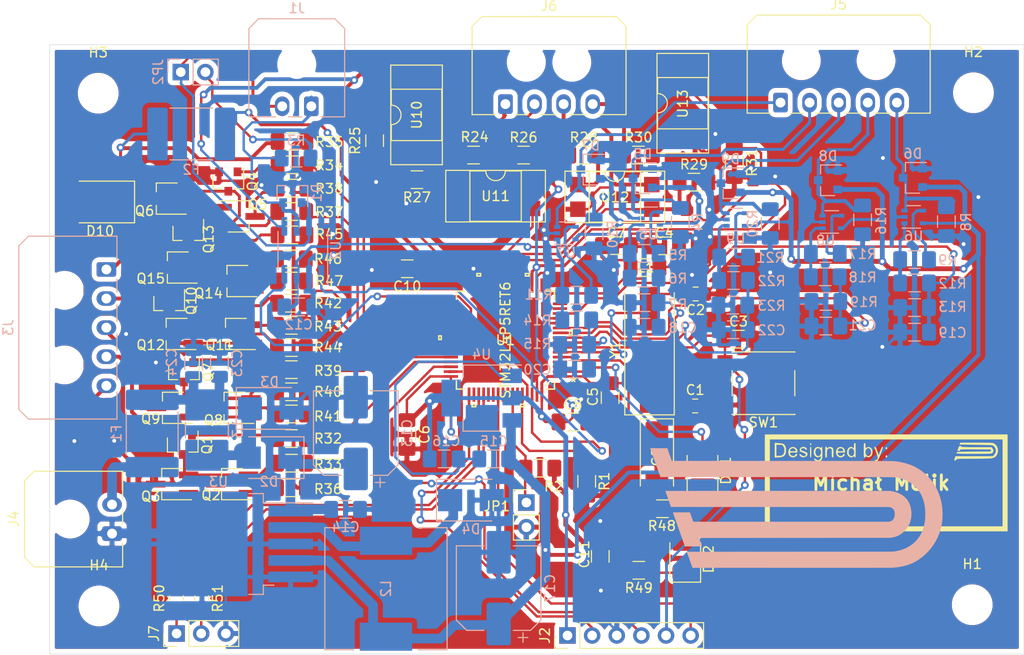
<source format=kicad_pcb>
(kicad_pcb (version 20171130) (host pcbnew "(5.1.6)-1")
  (layers (0 F.Cu signal hide) (31 B.Cu signal) (34 B.Paste user) (35 F.Paste user hide) (36 B.SilkS user) (37 F.SilkS user hide) (38 B.Mask user) (39 F.Mask user hide) (44 Edge.Cuts user))
  (net 0 "")
  (net 1 GND)
  (net 2 NRST)
  (net 3 "Net-(C4-Pad1)")
  (net 4 +3V3)
  (net 5 +5V)
  (net 6 "Net-(C13-Pad1)")
  (net 7 ADC_3)
  (net 8 ADC_0)
  (net 9 ADC_4)
  (net 10 ADC_1)
  (net 11 ADC_2)
  (net 12 "Net-(D2-Pad1)")
  (net 13 "Net-(D4-Pad1)")
  (net 14 ADC_IN3)
  (net 15 ADC_IN0)
  (net 16 ADC_IN4)
  (net 17 ADC_IN1)
  (net 18 ADC_IN2)
  (net 19 +BATT)
  (net 20 OUT_4)
  (net 21 OUT_3)
  (net 22 OUT_2)
  (net 23 OUT_1)
  (net 24 OUT_0)
  (net 25 SWO)
  (net 26 SWDIO)
  (net 27 SWDCLK)
  (net 28 CAN_L)
  (net 29 CAN_H)
  (net 30 zwora)
  (net 31 "Net-(JP2-Pad2)")
  (net 32 "Net-(Q1-Pad1)")
  (net 33 "Net-(Q7-Pad1)")
  (net 34 "Net-(R1-Pad1)")
  (net 35 "Net-(R5-Pad2)")
  (net 36 "Net-(R5-Pad1)")
  (net 37 "Net-(R9-Pad2)")
  (net 38 "Net-(R12-Pad1)")
  (net 39 "Net-(R11-Pad2)")
  (net 40 "Net-(R11-Pad1)")
  (net 41 "Net-(R17-Pad2)")
  (net 42 "Net-(R17-Pad1)")
  (net 43 "Net-(R21-Pad2)")
  (net 44 "Net-(R21-Pad1)")
  (net 45 "Net-(R24-Pad2)")
  (net 46 IN_0)
  (net 47 INPUT_0)
  (net 48 "Net-(R26-Pad2)")
  (net 49 IN_1)
  (net 50 INPUT_1)
  (net 51 "Net-(R28-Pad2)")
  (net 52 IN_2)
  (net 53 INPUT_2)
  (net 54 "Net-(R30-Pad2)")
  (net 55 IN_3)
  (net 56 INPUT_3)
  (net 57 OUTPUT_0)
  (net 58 OUTPUT_4)
  (net 59 OUTPUT_1)
  (net 60 OUTPUT_2)
  (net 61 OUTPUT_3)
  (net 62 CAN_TX)
  (net 63 CAN_RX)
  (net 64 +5VD)
  (net 65 "Net-(Q1-Pad3)")
  (net 66 "Net-(Q5-Pad3)")
  (net 67 "Net-(Q13-Pad3)")
  (net 68 "Net-(Q7-Pad3)")
  (net 69 "Net-(Q14-Pad3)")
  (net 70 "Net-(Q13-Pad1)")
  (net 71 "Net-(D10-Pad1)")
  (net 72 "Net-(Q2-Pad3)")
  (net 73 "Net-(Q4-Pad3)")
  (net 74 "Net-(Q4-Pad1)")
  (net 75 "Net-(Q8-Pad3)")
  (net 76 "Net-(Q10-Pad3)")
  (net 77 "Net-(Q10-Pad1)")
  (net 78 "Net-(Q11-Pad3)")
  (net 79 UART_TX)
  (net 80 UART_RX)
  (net 81 OSC_IN)
  (net 82 OSC_OUT)
  (net 83 "Net-(C15-Pad2)")
  (net 84 DIODE_0)
  (net 85 "Net-(D11-Pad1)")
  (net 86 "Net-(D12-Pad1)")
  (net 87 "Net-(C23-Pad1)")
  (net 88 "Net-(J7-Pad2)")
  (net 89 "Net-(J7-Pad1)")
  (module logs:PUTM_LOGO_35mm (layer B.Cu) (at 164.973 100.203)
    (fp_text reference G*** hide)
    (fp_text value LOGO hide)
  )
  (module logs:SignatureBox25mm (layer F.Cu) (at 175.133 97.282)
    (fp_text reference G*** hide)
    (fp_text value LOGO hide)
  )
  (module Connector_PinHeader_2.54mm:PinHeader_1x06_P2.54mm_Vertical (layer F.Cu) (at 142.2908 113.03 90)
    (fp_text reference J2 (at 0 -2.33 90) (layer F.SilkS))
    (fp_text value Conn_01x06_Male)
    (pad 6 thru_hole oval (at 0 12.7 90) (size 1.7 1.7) (drill 1) (layers *.Cu *.Mask) (net 25 SWO))
    (pad 5 thru_hole oval (at 0 10.16 90) (size 1.7 1.7) (drill 1) (layers *.Cu *.Mask) (net 2 NRST))
    (pad 4 thru_hole oval (at 0 7.62 90) (size 1.7 1.7) (drill 1) (layers *.Cu *.Mask) (net 26 SWDIO))
    (pad 3 thru_hole oval (at 0 5.08 90) (size 1.7 1.7) (drill 1) (layers *.Cu *.Mask) (net 1 GND))
    (pad 2 thru_hole oval (at 0 2.54 90) (size 1.7 1.7) (drill 1) (layers *.Cu *.Mask) (net 27 SWDCLK))
    (pad 1 thru_hole rect (at 0 0 90) (size 1.7 1.7) (drill 1) (layers *.Cu *.Mask) (net 4 +3V3))
  )
  (module Connector_Molex:Molex_Micro-Fit_3.0_43650-0400_1x04_P3.00mm_Horizontal (layer F.Cu) (at 135.89 58.1914)
    (fp_text reference J6 (at 4.5 -10.12) (layer F.SilkS))
    (fp_text value Conn_01x04_Female)
    (pad 4 thru_hole oval (at 9 0) (size 1.5 2.02) (drill 1.02) (layers *.Cu *.Mask) (net 55 IN_3))
    (pad 3 thru_hole oval (at 6 0) (size 1.5 2.02) (drill 1.02) (layers *.Cu *.Mask) (net 52 IN_2))
    (pad 2 thru_hole oval (at 3 0) (size 1.5 2.02) (drill 1.02) (layers *.Cu *.Mask) (net 49 IN_1))
    (pad 1 thru_hole roundrect (at 0 0) (size 1.5 2.02) (drill 1.02) (layers *.Cu *.Mask) (roundrect_rratio 0.166667) (net 46 IN_0))
    (pad "" np_thru_hole circle (at 6.85 -4.32) (size 3 3) (drill 3) (layers *.Cu *.Mask))
    (pad "" np_thru_hole circle (at 2.15 -4.32) (size 3 3) (drill 3) (layers *.Cu *.Mask))
  )
  (module Connector_Molex:Molex_Micro-Fit_3.0_43650-0500_1x05_P3.00mm_Horizontal (layer F.Cu) (at 164.2534 58.039)
    (fp_text reference J5 (at 6 -10.12) (layer F.SilkS))
    (fp_text value Conn_01x05_Female)
    (pad 5 thru_hole oval (at 12 0) (size 1.5 2.02) (drill 1.02) (layers *.Cu *.Mask) (net 15 ADC_IN0))
    (pad 4 thru_hole oval (at 9 0) (size 1.5 2.02) (drill 1.02) (layers *.Cu *.Mask) (net 17 ADC_IN1))
    (pad 3 thru_hole oval (at 6 0) (size 1.5 2.02) (drill 1.02) (layers *.Cu *.Mask) (net 18 ADC_IN2))
    (pad 2 thru_hole oval (at 3 0) (size 1.5 2.02) (drill 1.02) (layers *.Cu *.Mask) (net 14 ADC_IN3))
    (pad 1 thru_hole roundrect (at 0 0) (size 1.5 2.02) (drill 1.02) (layers *.Cu *.Mask) (roundrect_rratio 0.166667) (net 16 ADC_IN4))
    (pad "" np_thru_hole circle (at 9.85 -4.32) (size 3 3) (drill 3) (layers *.Cu *.Mask))
    (pad "" np_thru_hole circle (at 2.15 -4.32) (size 3 3) (drill 3) (layers *.Cu *.Mask))
  )
  (module Connector_Molex:Molex_Micro-Fit_3.0_43650-0200_1x02_P3.00mm_Horizontal (layer F.Cu) (at 95.3282 102.5158 90)
    (fp_text reference J4 (at 1.5 -10.12 90) (layer F.SilkS))
    (fp_text value Conn_01x02_Female)
    (pad 2 thru_hole oval (at 3 0 90) (size 1.5 2.02) (drill 1.02) (layers *.Cu *.Mask) (net 19 +BATT))
    (pad 1 thru_hole roundrect (at 0 0 90) (size 1.5 2.02) (drill 1.02) (layers *.Cu *.Mask) (roundrect_rratio 0.166667) (net 1 GND))
    (pad "" np_thru_hole circle (at 1.5 -4.32 90) (size 3 3) (drill 3) (layers *.Cu *.Mask))
  )
  (module Connector_Molex:Molex_Micro-Fit_3.0_43650-0500_1x05_P3.00mm_Horizontal (layer B.Cu) (at 94.742 75.2602 270)
    (fp_text reference J3 (at 6 10.12 270) (layer B.SilkS) (effects (justify mirror)))
    (fp_text value Conn_01x05_Female)
    (pad 5 thru_hole oval (at 12 0 270) (size 1.5 2.02) (drill 1.02) (layers *.Cu *.Mask) (net 24 OUT_0))
    (pad 4 thru_hole oval (at 9 0 270) (size 1.5 2.02) (drill 1.02) (layers *.Cu *.Mask) (net 23 OUT_1))
    (pad 3 thru_hole oval (at 6 0 270) (size 1.5 2.02) (drill 1.02) (layers *.Cu *.Mask) (net 22 OUT_2))
    (pad 2 thru_hole oval (at 3 0 270) (size 1.5 2.02) (drill 1.02) (layers *.Cu *.Mask) (net 21 OUT_3))
    (pad 1 thru_hole roundrect (at 0 0 270) (size 1.5 2.02) (drill 1.02) (layers *.Cu *.Mask) (roundrect_rratio 0.166667) (net 20 OUT_4))
    (pad "" np_thru_hole circle (at 9.85 4.32 270) (size 3 3) (drill 3) (layers *.Cu *.Mask))
    (pad "" np_thru_hole circle (at 2.15 4.32 270) (size 3 3) (drill 3) (layers *.Cu *.Mask))
  )
  (module Connector_Molex:Molex_Micro-Fit_3.0_43650-0200_1x02_P3.00mm_Horizontal (layer B.Cu) (at 115.8748 58.42 180)
    (fp_text reference J1 (at 1.5 10.12) (layer B.SilkS) (effects (justify mirror)))
    (fp_text value Conn_01x02_Female)
    (pad 2 thru_hole oval (at 3 0 180) (size 1.5 2.02) (drill 1.02) (layers *.Cu *.Mask) (net 29 CAN_H))
    (pad 1 thru_hole roundrect (at 0 0 180) (size 1.5 2.02) (drill 1.02) (layers *.Cu *.Mask) (roundrect_rratio 0.166667) (net 28 CAN_L))
    (pad "" np_thru_hole circle (at 1.5 4.32 180) (size 3 3) (drill 3) (layers *.Cu *.Mask))
  )
  (module MountingHole:MountingHole_3.2mm_M3 (layer F.Cu) (at 93.98 109.982)
    (fp_text reference H4 (at 0 -4.2) (layer F.SilkS))
    (fp_text value MountingHole)
    (pad 1 np_thru_hole circle (at 0 0) (size 3.2 3.2) (drill 3.2) (layers *.Cu *.Mask))
  )
  (module Resistor_SMD:R_0805_2012Metric (layer F.Cu) (at 104.5718 109.1946 270)
    (fp_text reference R51 (at 0 -1.65 90) (layer F.SilkS))
    (fp_text value R)
    (pad 2 smd roundrect (at 0.9375 0 270) (size 0.975 1.4) (layers F.Cu F.Paste F.Mask) (net 88 "Net-(J7-Pad2)"))
    (pad 1 smd roundrect (at -0.9375 0 270) (size 0.975 1.4) (layers F.Cu F.Paste F.Mask) (net 80 UART_RX))
  )
  (module Resistor_SMD:R_0805_2012Metric (layer F.Cu) (at 101.981 109.1923 270)
    (fp_text reference R50 (at 0 1.778 90) (layer F.SilkS))
    (fp_text value R)
    (pad 2 smd roundrect (at 0.9375 0 270) (size 0.975 1.4) (layers F.Cu F.Paste F.Mask) (net 89 "Net-(J7-Pad1)"))
    (pad 1 smd roundrect (at -0.9375 0 270) (size 0.975 1.4) (layers F.Cu F.Paste F.Mask) (net 79 UART_TX))
  )
  (module Connector_PinHeader_2.54mm:PinHeader_1x03_P2.54mm_Vertical (layer F.Cu) (at 101.981 112.8268 90)
    (fp_text reference J7 (at 0 -2.33 90) (layer F.SilkS))
    (fp_text value Conn_01x03_Male)
    (pad 3 thru_hole oval (at 0 5.08 90) (size 1.7 1.7) (drill 1) (layers *.Cu *.Mask) (net 1 GND))
    (pad 2 thru_hole oval (at 0 2.54 90) (size 1.7 1.7) (drill 1) (layers *.Cu *.Mask) (net 88 "Net-(J7-Pad2)"))
    (pad 1 thru_hole rect (at 0 0 90) (size 1.7 1.7) (drill 1) (layers *.Cu *.Mask) (net 89 "Net-(J7-Pad1)"))
  )
  (module Inductor_SMD:L_2816_7142Metric_Pad3.20x4.45mm_HandSolder (layer B.Cu) (at 105.1052 91.8302 90)
    (fp_text reference L3 (at 0 3.18 90) (layer B.SilkS) (effects (justify mirror)))
    (fp_text value L)
    (pad 2 smd roundrect (at 2.6 0 90) (size 3.2 4.45) (layers B.Cu B.Paste B.Mask) (roundrect_rratio 0.078125) (net 87 "Net-(C23-Pad1)"))
    (pad 1 smd roundrect (at -2.6 0 90) (size 3.2 4.45) (layers B.Cu B.Paste B.Mask) (roundrect_rratio 0.078125) (net 12 "Net-(D2-Pad1)"))
  )
  (module Capacitor_SMD:C_1206_3216Metric (layer B.Cu) (at 103.7336 84.966 90)
    (fp_text reference C24 (at 0.13 -2.2606 90) (layer B.SilkS) (effects (justify mirror)))
    (fp_text value C)
    (pad 2 smd roundrect (at 1.4 0 90) (size 1.25 1.75) (layers B.Cu B.Paste B.Mask) (roundrect_rratio 0.2) (net 1 GND))
    (pad 1 smd roundrect (at -1.4 0 90) (size 1.25 1.75) (layers B.Cu B.Paste B.Mask) (roundrect_rratio 0.2) (net 87 "Net-(C23-Pad1)"))
  )
  (module Capacitor_SMD:C_1206_3216Metric (layer B.Cu) (at 106.4006 84.9346 90)
    (fp_text reference C23 (at 0 1.82 90) (layer B.SilkS) (effects (justify mirror)))
    (fp_text value C)
    (pad 2 smd roundrect (at 1.4 0 90) (size 1.25 1.75) (layers B.Cu B.Paste B.Mask) (roundrect_rratio 0.2) (net 1 GND))
    (pad 1 smd roundrect (at -1.4 0 90) (size 1.25 1.75) (layers B.Cu B.Paste B.Mask) (roundrect_rratio 0.2) (net 87 "Net-(C23-Pad1)"))
  )
  (module Crystal:Crystal_SMD_HC49-SD (layer F.Cu) (at 150.749 83.5615 90)
    (fp_text reference Y1 (at 0 -3.55 90) (layer F.SilkS))
    (fp_text value 16MHz)
    (pad 2 smd rect (at 4.25 0 90) (size 4.5 2) (layers F.Cu F.Paste F.Mask) (net 82 OSC_OUT))
    (pad 1 smd rect (at -4.25 0 90) (size 4.5 2) (layers F.Cu F.Paste F.Mask) (net 81 OSC_IN))
  )
  (module Package_TO_SOT_SMD:TO-263-5_TabPin3 (layer B.Cu) (at 107.9715 103.5875 180)
    (fp_text reference U3 (at 1.6725 6.4325 180) (layer B.SilkS) (effects (justify mirror)))
    (fp_text value LM2596S-5)
    (pad 3 smd rect (at 3.375 0 180) (size 9.4 10.8) (layers B.Cu B.Mask) (net 1 GND))
    (pad 5 smd rect (at -5.775 -3.4 180) (size 4.6 1.1) (layers B.Cu B.Paste B.Mask) (net 1 GND))
    (pad 4 smd rect (at -5.775 -1.7 180) (size 4.6 1.1) (layers B.Cu B.Paste B.Mask) (net 5 +5V))
    (pad 3 smd rect (at -5.775 0 180) (size 4.6 1.1) (layers B.Cu B.Paste B.Mask) (net 1 GND))
    (pad 2 smd rect (at -5.775 1.7 180) (size 4.6 1.1) (layers B.Cu B.Paste B.Mask) (net 13 "Net-(D4-Pad1)"))
    (pad 1 smd rect (at -5.775 3.4 180) (size 4.6 1.1) (layers B.Cu B.Paste B.Mask) (net 6 "Net-(C13-Pad1)"))
  )
  (module Resistor_SMD:R_1206_3216Metric_Pad1.42x1.75mm_HandSolder (layer B.Cu) (at 159.4215 73.985)
    (fp_text reference R21 (at 3.7735 0.056 180) (layer B.SilkS) (effects (justify mirror)))
    (fp_text value 11k)
    (pad 2 smd roundrect (at 1.4875 0) (size 1.425 1.75) (layers B.Cu B.Paste B.Mask) (roundrect_rratio 0.175439) (net 43 "Net-(R21-Pad2)"))
    (pad 1 smd roundrect (at -1.4875 0) (size 1.425 1.75) (layers B.Cu B.Paste B.Mask) (roundrect_rratio 0.175439) (net 44 "Net-(R21-Pad1)"))
  )
  (module Capacitor_SMD:C_0805_2012Metric_Pad1.15x1.40mm_HandSolder (layer F.Cu) (at 155.5025 77.7875 180)
    (fp_text reference C2 (at 0 -1.65 180) (layer F.SilkS))
    (fp_text value 20pF)
    (pad 2 smd roundrect (at 1.025 0 180) (size 1.15 1.4) (layers F.Cu F.Paste F.Mask) (roundrect_rratio 0.217391) (net 82 OSC_OUT))
    (pad 1 smd roundrect (at -1.025 0 180) (size 1.15 1.4) (layers F.Cu F.Paste F.Mask) (roundrect_rratio 0.217391) (net 1 GND))
  )
  (module Capacitor_SMD:C_1206_3216Metric_Pad1.42x1.75mm_HandSolder (layer B.Cu) (at 129.567 94.8055)
    (fp_text reference C16 (at 0.227 -1.8415 180) (layer B.SilkS) (effects (justify mirror)))
    (fp_text value 100nF)
    (pad 2 smd roundrect (at 1.4875 0) (size 1.425 1.75) (layers B.Cu B.Paste B.Mask) (roundrect_rratio 0.175439) (net 83 "Net-(C15-Pad2)"))
    (pad 1 smd roundrect (at -1.4875 0) (size 1.425 1.75) (layers B.Cu B.Paste B.Mask) (roundrect_rratio 0.175439) (net 4 +3V3))
  )
  (module Resistor_SMD:R_1206_3216Metric_Pad1.42x1.75mm_HandSolder (layer F.Cu) (at 113.819 76.454 180)
    (fp_text reference R47 (at -3.91 0) (layer F.SilkS))
    (fp_text value 10k)
    (pad 2 smd roundrect (at 1.4875 0 180) (size 1.425 1.75) (layers F.Cu F.Paste F.Mask) (roundrect_rratio 0.175439) (net 69 "Net-(Q14-Pad3)"))
    (pad 1 smd roundrect (at -1.4875 0 180) (size 1.425 1.75) (layers F.Cu F.Paste F.Mask) (roundrect_rratio 0.175439) (net 64 +5VD))
  )
  (module Resistor_SMD:R_1206_3216Metric_Pad1.42x1.75mm_HandSolder (layer F.Cu) (at 113.819 83.312 180)
    (fp_text reference R44 (at -3.783 0) (layer F.SilkS))
    (fp_text value 10k)
    (pad 2 smd roundrect (at 1.4875 0 180) (size 1.425 1.75) (layers F.Cu F.Paste F.Mask) (roundrect_rratio 0.175439) (net 78 "Net-(Q11-Pad3)"))
    (pad 1 smd roundrect (at -1.4875 0 180) (size 1.425 1.75) (layers F.Cu F.Paste F.Mask) (roundrect_rratio 0.175439) (net 64 +5VD))
  )
  (module Resistor_SMD:R_1206_3216Metric_Pad1.42x1.75mm_HandSolder (layer F.Cu) (at 113.8285 90.17 180)
    (fp_text reference R41 (at -3.7735 -0.254) (layer F.SilkS))
    (fp_text value 100k)
    (pad 2 smd roundrect (at 1.4875 0 180) (size 1.425 1.75) (layers F.Cu F.Paste F.Mask) (roundrect_rratio 0.175439) (net 75 "Net-(Q8-Pad3)"))
    (pad 1 smd roundrect (at -1.4875 0 180) (size 1.425 1.75) (layers F.Cu F.Paste F.Mask) (roundrect_rratio 0.175439) (net 64 +5VD))
  )
  (module Resistor_SMD:R_1206_3216Metric_Pad1.42x1.75mm_HandSolder (layer F.Cu) (at 149.606 63.454)
    (fp_text reference R30 (at 0 -1.82) (layer F.SilkS))
    (fp_text value 10k)
    (pad 2 smd roundrect (at 1.4875 0) (size 1.425 1.75) (layers F.Cu F.Paste F.Mask) (roundrect_rratio 0.175439) (net 54 "Net-(R30-Pad2)"))
    (pad 1 smd roundrect (at -1.4875 0) (size 1.425 1.75) (layers F.Cu F.Paste F.Mask) (roundrect_rratio 0.175439) (net 55 IN_3))
  )
  (module Resistor_SMD:R_1206_3216Metric_Pad1.42x1.75mm_HandSolder (layer F.Cu) (at 126.7605 65.994 180)
    (fp_text reference R27 (at 0 -1.82) (layer F.SilkS))
    (fp_text value R)
    (pad 2 smd roundrect (at 1.4875 0 180) (size 1.425 1.75) (layers F.Cu F.Paste F.Mask) (roundrect_rratio 0.175439) (net 1 GND))
    (pad 1 smd roundrect (at -1.4875 0 180) (size 1.425 1.75) (layers F.Cu F.Paste F.Mask) (roundrect_rratio 0.175439) (net 50 INPUT_1))
  )
  (module Resistor_SMD:R_1206_3216Metric_Pad1.42x1.75mm_HandSolder (layer F.Cu) (at 113.8285 92.71)
    (fp_text reference R32 (at 3.7735 0) (layer F.SilkS))
    (fp_text value 100R)
    (pad 2 smd roundrect (at 1.4875 0) (size 1.425 1.75) (layers F.Cu F.Paste F.Mask) (roundrect_rratio 0.175439) (net 57 OUTPUT_0))
    (pad 1 smd roundrect (at -1.4875 0) (size 1.425 1.75) (layers F.Cu F.Paste F.Mask) (roundrect_rratio 0.175439) (net 32 "Net-(Q1-Pad1)"))
  )
  (module Resistor_SMD:R_1206_3216Metric_Pad1.42x1.75mm_HandSolder (layer F.Cu) (at 159.49 64.235 270)
    (fp_text reference R31 (at 0 -1.82 90) (layer F.SilkS))
    (fp_text value R)
    (pad 2 smd roundrect (at 1.4875 0 270) (size 1.425 1.75) (layers F.Cu F.Paste F.Mask) (roundrect_rratio 0.175439) (net 1 GND))
    (pad 1 smd roundrect (at -1.4875 0 270) (size 1.425 1.75) (layers F.Cu F.Paste F.Mask) (roundrect_rratio 0.175439) (net 56 INPUT_3))
  )
  (module Resistor_SMD:R_1206_3216Metric_Pad1.42x1.75mm_HandSolder (layer B.Cu) (at 159.3355 78.938 180)
    (fp_text reference R23 (at -3.9865 -0.056 180) (layer B.SilkS) (effects (justify mirror)))
    (fp_text value 10k)
    (pad 2 smd roundrect (at 1.4875 0 180) (size 1.425 1.75) (layers B.Cu B.Paste B.Mask) (roundrect_rratio 0.175439) (net 1 GND))
    (pad 1 smd roundrect (at -1.4875 0 180) (size 1.425 1.75) (layers B.Cu B.Paste B.Mask) (roundrect_rratio 0.175439) (net 11 ADC_2))
  )
  (module Resistor_SMD:R_1206_3216Metric_Pad1.42x1.75mm_HandSolder (layer F.Cu) (at 113.8825 66.8655 180)
    (fp_text reference R38 (at -3.8465 -0.0635) (layer F.SilkS))
    (fp_text value 10k)
    (pad 2 smd roundrect (at 1.4875 0 180) (size 1.425 1.75) (layers F.Cu F.Paste F.Mask) (roundrect_rratio 0.175439) (net 66 "Net-(Q5-Pad3)"))
    (pad 1 smd roundrect (at -1.4875 0 180) (size 1.425 1.75) (layers F.Cu F.Paste F.Mask) (roundrect_rratio 0.175439) (net 64 +5VD))
  )
  (module Resistor_SMD:R_1206_3216Metric_Pad1.42x1.75mm_HandSolder (layer F.Cu) (at 122.406 61.9665 270)
    (fp_text reference R25 (at 0 2.01 90) (layer F.SilkS))
    (fp_text value R)
    (pad 2 smd roundrect (at 1.4875 0 270) (size 1.425 1.75) (layers F.Cu F.Paste F.Mask) (roundrect_rratio 0.175439) (net 1 GND))
    (pad 1 smd roundrect (at -1.4875 0 270) (size 1.425 1.75) (layers F.Cu F.Paste F.Mask) (roundrect_rratio 0.175439) (net 47 INPUT_0))
  )
  (module Package_TO_SOT_SMD:SOT-223-3_TabPin2 (layer B.Cu) (at 133.4379 88.5313 180)
    (fp_text reference U4 (at 0 4.5) (layer B.SilkS) (effects (justify mirror)))
    (fp_text value LD1117S33TR_SOT223)
    (pad 1 smd rect (at -3.15 2.3 180) (size 2 1.5) (layers B.Cu B.Paste B.Mask) (net 83 "Net-(C15-Pad2)"))
    (pad 3 smd rect (at -3.15 -2.3 180) (size 2 1.5) (layers B.Cu B.Paste B.Mask) (net 5 +5V))
    (pad 2 smd rect (at -3.15 0 180) (size 2 1.5) (layers B.Cu B.Paste B.Mask) (net 4 +3V3))
    (pad 2 smd rect (at 3.15 0 180) (size 2 3.8) (layers B.Cu B.Paste B.Mask) (net 4 +3V3))
  )
  (module Resistor_SMD:R_1206_3216Metric_Pad1.42x1.75mm_HandSolder (layer F.Cu) (at 113.8285 97.79 180)
    (fp_text reference R36 (at -3.7735 -0.127) (layer F.SilkS))
    (fp_text value 10k)
    (pad 2 smd roundrect (at 1.4875 0 180) (size 1.425 1.75) (layers F.Cu F.Paste F.Mask) (roundrect_rratio 0.175439) (net 72 "Net-(Q2-Pad3)"))
    (pad 1 smd roundrect (at -1.4875 0 180) (size 1.425 1.75) (layers F.Cu F.Paste F.Mask) (roundrect_rratio 0.175439) (net 64 +5VD))
  )
  (module Resistor_SMD:R_1206_3216Metric_Pad1.42x1.75mm_HandSolder (layer F.Cu) (at 143.9595 63.454)
    (fp_text reference R28 (at 0 -1.82) (layer F.SilkS))
    (fp_text value 10k)
    (pad 2 smd roundrect (at 1.4875 0) (size 1.425 1.75) (layers F.Cu F.Paste F.Mask) (roundrect_rratio 0.175439) (net 51 "Net-(R28-Pad2)"))
    (pad 1 smd roundrect (at -1.4875 0) (size 1.425 1.75) (layers F.Cu F.Paste F.Mask) (roundrect_rratio 0.175439) (net 52 IN_2))
  )
  (module Resistor_SMD:R_1206_3216Metric_Pad1.42x1.75mm_HandSolder (layer F.Cu) (at 155.3355 66.248)
    (fp_text reference R29 (at 0 -1.82) (layer F.SilkS))
    (fp_text value R)
    (pad 2 smd roundrect (at 1.4875 0) (size 1.425 1.75) (layers F.Cu F.Paste F.Mask) (roundrect_rratio 0.175439) (net 1 GND))
    (pad 1 smd roundrect (at -1.4875 0) (size 1.425 1.75) (layers F.Cu F.Paste F.Mask) (roundrect_rratio 0.175439) (net 53 INPUT_2))
  )
  (module Resistor_SMD:R_1206_3216Metric_Pad1.42x1.75mm_HandSolder (layer F.Cu) (at 137.7585 63.454)
    (fp_text reference R26 (at 0 -1.82) (layer F.SilkS))
    (fp_text value 10k)
    (pad 2 smd roundrect (at 1.4875 0) (size 1.425 1.75) (layers F.Cu F.Paste F.Mask) (roundrect_rratio 0.175439) (net 48 "Net-(R26-Pad2)"))
    (pad 1 smd roundrect (at -1.4875 0) (size 1.425 1.75) (layers F.Cu F.Paste F.Mask) (roundrect_rratio 0.175439) (net 49 IN_1))
  )
  (module Package_SO:SOIC-8_3.9x4.9mm_P1.27mm (layer B.Cu) (at 115.0015 73.286 90)
    (fp_text reference U2 (at 0 3.4 270) (layer B.SilkS) (effects (justify mirror)))
    (fp_text value MCP2562-H-SN)
    (pad 8 smd roundrect (at 2.475 1.905 90) (size 1.95 0.6) (layers B.Cu B.Paste B.Mask) (net 1 GND))
    (pad 7 smd roundrect (at 2.475 0.635 90) (size 1.95 0.6) (layers B.Cu B.Paste B.Mask) (net 29 CAN_H))
    (pad 6 smd roundrect (at 2.475 -0.635 90) (size 1.95 0.6) (layers B.Cu B.Paste B.Mask) (net 28 CAN_L))
    (pad 5 smd roundrect (at 2.475 -1.905 90) (size 1.95 0.6) (layers B.Cu B.Paste B.Mask) (net 4 +3V3))
    (pad 4 smd roundrect (at -2.475 -1.905 90) (size 1.95 0.6) (layers B.Cu B.Paste B.Mask) (net 63 CAN_RX))
    (pad 3 smd roundrect (at -2.475 -0.635 90) (size 1.95 0.6) (layers B.Cu B.Paste B.Mask) (net 5 +5V))
    (pad 2 smd roundrect (at -2.475 0.635 90) (size 1.95 0.6) (layers B.Cu B.Paste B.Mask) (net 1 GND))
    (pad 1 smd roundrect (at -2.475 1.905 90) (size 1.95 0.6) (layers B.Cu B.Paste B.Mask) (net 62 CAN_TX))
  )
  (module Resistor_SMD:R_1206_3216Metric_Pad1.42x1.75mm_HandSolder (layer F.Cu) (at 132.6025 63.454 180)
    (fp_text reference R24 (at -0.1125 1.859) (layer F.SilkS))
    (fp_text value 10k)
    (pad 2 smd roundrect (at 1.4875 0 180) (size 1.425 1.75) (layers F.Cu F.Paste F.Mask) (roundrect_rratio 0.175439) (net 45 "Net-(R24-Pad2)"))
    (pad 1 smd roundrect (at -1.4875 0 180) (size 1.425 1.75) (layers F.Cu F.Paste F.Mask) (roundrect_rratio 0.175439) (net 46 IN_0))
  )
  (module Resistor_SMD:R_1206_3216Metric_Pad1.42x1.75mm_HandSolder (layer B.Cu) (at 168.8735 73.604)
    (fp_text reference R17 (at 3.8465 0.056 180) (layer B.SilkS) (effects (justify mirror)))
    (fp_text value 11k)
    (pad 2 smd roundrect (at 1.4875 0) (size 1.425 1.75) (layers B.Cu B.Paste B.Mask) (roundrect_rratio 0.175439) (net 41 "Net-(R17-Pad2)"))
    (pad 1 smd roundrect (at -1.4875 0) (size 1.425 1.75) (layers B.Cu B.Paste B.Mask) (roundrect_rratio 0.175439) (net 42 "Net-(R17-Pad1)"))
  )
  (module Resistor_SMD:R_1206_3216Metric_Pad1.42x1.75mm_HandSolder (layer B.Cu) (at 178.0775 79.192 180)
    (fp_text reference R13 (at -3.9135 0.071 180) (layer B.SilkS) (effects (justify mirror)))
    (fp_text value 10k)
    (pad 2 smd roundrect (at 1.4875 0 180) (size 1.425 1.75) (layers B.Cu B.Paste B.Mask) (roundrect_rratio 0.175439) (net 1 GND))
    (pad 1 smd roundrect (at -1.4875 0 180) (size 1.425 1.75) (layers B.Cu B.Paste B.Mask) (roundrect_rratio 0.175439) (net 8 ADC_0))
  )
  (module Resistor_SMD:R_1206_3216Metric_Pad1.42x1.75mm_HandSolder (layer B.Cu) (at 181.356 70.3215 270)
    (fp_text reference R8 (at 0.0365 -2.032 90) (layer B.SilkS) (effects (justify mirror)))
    (fp_text value "10k Ohm")
    (pad 2 smd roundrect (at 1.4875 0 270) (size 1.425 1.75) (layers B.Cu B.Paste B.Mask) (roundrect_rratio 0.175439) (net 1 GND))
    (pad 1 smd roundrect (at -1.4875 0 270) (size 1.425 1.75) (layers B.Cu B.Paste B.Mask) (roundrect_rratio 0.175439) (net 15 ADC_IN0))
  )
  (module Resistor_SMD:R_1206_3216Metric_Pad1.42x1.75mm_HandSolder (layer B.Cu) (at 143.243 80.462)
    (fp_text reference R14 (at -4.051 0.056 180) (layer B.SilkS) (effects (justify mirror)))
    (fp_text value 5.1k)
    (pad 2 smd roundrect (at 1.4875 0) (size 1.425 1.75) (layers B.Cu B.Paste B.Mask) (roundrect_rratio 0.175439) (net 9 ADC_4))
    (pad 1 smd roundrect (at -1.4875 0) (size 1.425 1.75) (layers B.Cu B.Paste B.Mask) (roundrect_rratio 0.175439) (net 40 "Net-(R11-Pad1)"))
  )
  (module Resistor_SMD:R_1206_3216Metric_Pad1.42x1.75mm_HandSolder (layer B.Cu) (at 178.0775 76.652)
    (fp_text reference R12 (at 3.9135 0.056 180) (layer B.SilkS) (effects (justify mirror)))
    (fp_text value 5.1k)
    (pad 2 smd roundrect (at 1.4875 0) (size 1.425 1.75) (layers B.Cu B.Paste B.Mask) (roundrect_rratio 0.175439) (net 8 ADC_0))
    (pad 1 smd roundrect (at -1.4875 0) (size 1.425 1.75) (layers B.Cu B.Paste B.Mask) (roundrect_rratio 0.175439) (net 38 "Net-(R12-Pad1)"))
  )
  (module Resistor_SMD:R_1206_3216Metric_Pad1.42x1.75mm_HandSolder (layer B.Cu) (at 172.72 70.1405 270)
    (fp_text reference R16 (at 0.0905 -1.905 90) (layer B.SilkS) (effects (justify mirror)))
    (fp_text value "10k Ohm")
    (pad 2 smd roundrect (at 1.4875 0 270) (size 1.425 1.75) (layers B.Cu B.Paste B.Mask) (roundrect_rratio 0.175439) (net 1 GND))
    (pad 1 smd roundrect (at -1.4875 0 270) (size 1.425 1.75) (layers B.Cu B.Paste B.Mask) (roundrect_rratio 0.175439) (net 17 ADC_IN1))
  )
  (module Resistor_SMD:R_1206_3216Metric_Pad1.42x1.75mm_HandSolder (layer B.Cu) (at 143.243 77.922)
    (fp_text reference R11 (at -3.924 -0.071 180) (layer B.SilkS) (effects (justify mirror)))
    (fp_text value 11k)
    (pad 2 smd roundrect (at 1.4875 0) (size 1.425 1.75) (layers B.Cu B.Paste B.Mask) (roundrect_rratio 0.175439) (net 39 "Net-(R11-Pad2)"))
    (pad 1 smd roundrect (at -1.4875 0) (size 1.425 1.75) (layers B.Cu B.Paste B.Mask) (roundrect_rratio 0.175439) (net 40 "Net-(R11-Pad1)"))
  )
  (module Resistor_SMD:R_1206_3216Metric_Pad1.42x1.75mm_HandSolder (layer B.Cu) (at 168.9335 78.557 180)
    (fp_text reference R19 (at -3.9135 -0.056 180) (layer B.SilkS) (effects (justify mirror)))
    (fp_text value 10k)
    (pad 2 smd roundrect (at 1.4875 0 180) (size 1.425 1.75) (layers B.Cu B.Paste B.Mask) (roundrect_rratio 0.175439) (net 1 GND))
    (pad 1 smd roundrect (at -1.4875 0 180) (size 1.425 1.75) (layers B.Cu B.Paste B.Mask) (roundrect_rratio 0.175439) (net 10 ADC_1))
  )
  (module Resistor_SMD:R_1206_3216Metric_Pad1.42x1.75mm_HandSolder (layer B.Cu) (at 145.034 71.5915 270)
    (fp_text reference R10 (at 0.0365 -1.905 90) (layer B.SilkS) (effects (justify mirror)))
    (fp_text value "10k Ohm")
    (pad 2 smd roundrect (at 1.4875 0 270) (size 1.425 1.75) (layers B.Cu B.Paste B.Mask) (roundrect_rratio 0.175439) (net 1 GND))
    (pad 1 smd roundrect (at -1.4875 0 270) (size 1.425 1.75) (layers B.Cu B.Paste B.Mask) (roundrect_rratio 0.175439) (net 16 ADC_IN4))
  )
  (module Resistor_SMD:R_1206_3216Metric_Pad1.42x1.75mm_HandSolder (layer B.Cu) (at 143.0255 83.002 180)
    (fp_text reference R15 (at 3.8335 0.071 180) (layer B.SilkS) (effects (justify mirror)))
    (fp_text value 10k)
    (pad 2 smd roundrect (at 1.4875 0 180) (size 1.425 1.75) (layers B.Cu B.Paste B.Mask) (roundrect_rratio 0.175439) (net 1 GND))
    (pad 1 smd roundrect (at -1.4875 0 180) (size 1.425 1.75) (layers B.Cu B.Paste B.Mask) (roundrect_rratio 0.175439) (net 9 ADC_4))
  )
  (module Resistor_SMD:R_1206_3216Metric_Pad1.42x1.75mm_HandSolder (layer B.Cu) (at 150.1915 76.144)
    (fp_text reference R6 (at 3.4785 0.056 180) (layer B.SilkS) (effects (justify mirror)))
    (fp_text value 5.1k)
    (pad 2 smd roundrect (at 1.4875 0) (size 1.425 1.75) (layers B.Cu B.Paste B.Mask) (roundrect_rratio 0.175439) (net 7 ADC_3))
    (pad 1 smd roundrect (at -1.4875 0) (size 1.425 1.75) (layers B.Cu B.Paste B.Mask) (roundrect_rratio 0.175439) (net 36 "Net-(R5-Pad1)"))
  )
  (module Resistor_SMD:R_1206_3216Metric_Pad1.42x1.75mm_HandSolder (layer B.Cu) (at 150.1915 73.604)
    (fp_text reference R5 (at 3.4785 0.183 180) (layer B.SilkS) (effects (justify mirror)))
    (fp_text value 11k)
    (pad 2 smd roundrect (at 1.4875 0) (size 1.425 1.75) (layers B.Cu B.Paste B.Mask) (roundrect_rratio 0.175439) (net 35 "Net-(R5-Pad2)"))
    (pad 1 smd roundrect (at -1.4875 0) (size 1.425 1.75) (layers B.Cu B.Paste B.Mask) (roundrect_rratio 0.175439) (net 36 "Net-(R5-Pad1)"))
  )
  (module Resistor_SMD:R_1206_3216Metric_Pad1.42x1.75mm_HandSolder (layer B.Cu) (at 150.1915 78.684 180)
    (fp_text reference R7 (at -3.4785 -0.183 180) (layer B.SilkS) (effects (justify mirror)))
    (fp_text value 10k)
    (pad 2 smd roundrect (at 1.4875 0 180) (size 1.425 1.75) (layers B.Cu B.Paste B.Mask) (roundrect_rratio 0.175439) (net 1 GND))
    (pad 1 smd roundrect (at -1.4875 0 180) (size 1.425 1.75) (layers B.Cu B.Paste B.Mask) (roundrect_rratio 0.175439) (net 7 ADC_3))
  )
  (module Resistor_SMD:R_1206_3216Metric_Pad1.42x1.75mm_HandSolder (layer B.Cu) (at 168.8605 76.017)
    (fp_text reference R18 (at 3.8595 0.056 180) (layer B.SilkS) (effects (justify mirror)))
    (fp_text value 5.1k)
    (pad 2 smd roundrect (at 1.4875 0) (size 1.425 1.75) (layers B.Cu B.Paste B.Mask) (roundrect_rratio 0.175439) (net 10 ADC_1))
    (pad 1 smd roundrect (at -1.4875 0) (size 1.425 1.75) (layers B.Cu B.Paste B.Mask) (roundrect_rratio 0.175439) (net 42 "Net-(R17-Pad1)"))
  )
  (module Resistor_SMD:R_1206_3216Metric_Pad1.42x1.75mm_HandSolder (layer B.Cu) (at 159.4085 76.398)
    (fp_text reference R22 (at 3.9135 0.056 180) (layer B.SilkS) (effects (justify mirror)))
    (fp_text value 5.1k)
    (pad 2 smd roundrect (at 1.4875 0) (size 1.425 1.75) (layers B.Cu B.Paste B.Mask) (roundrect_rratio 0.175439) (net 11 ADC_2))
    (pad 1 smd roundrect (at -1.4875 0) (size 1.425 1.75) (layers B.Cu B.Paste B.Mask) (roundrect_rratio 0.175439) (net 44 "Net-(R21-Pad1)"))
  )
  (module Resistor_SMD:R_1206_3216Metric_Pad1.42x1.75mm_HandSolder (layer B.Cu) (at 178.0775 74.239)
    (fp_text reference R9 (at 3.4055 0.056 180) (layer B.SilkS) (effects (justify mirror)))
    (fp_text value 11k)
    (pad 2 smd roundrect (at 1.4875 0) (size 1.425 1.75) (layers B.Cu B.Paste B.Mask) (roundrect_rratio 0.175439) (net 37 "Net-(R9-Pad2)"))
    (pad 1 smd roundrect (at -1.4875 0) (size 1.425 1.75) (layers B.Cu B.Paste B.Mask) (roundrect_rratio 0.175439) (net 38 "Net-(R12-Pad1)"))
  )
  (module Resistor_SMD:R_1206_3216Metric_Pad1.42x1.75mm_HandSolder (layer B.Cu) (at 163.195 70.5215 270)
    (fp_text reference R20 (at 0 1.82 90) (layer B.SilkS) (effects (justify mirror)))
    (fp_text value "10k Ohm")
    (pad 2 smd roundrect (at 1.4875 0 270) (size 1.425 1.75) (layers B.Cu B.Paste B.Mask) (roundrect_rratio 0.175439) (net 1 GND))
    (pad 1 smd roundrect (at -1.4875 0 270) (size 1.425 1.75) (layers B.Cu B.Paste B.Mask) (roundrect_rratio 0.175439) (net 18 ADC_IN2))
  )
  (module Resistor_SMD:R_1206_3216Metric_Pad1.42x1.75mm_HandSolder (layer F.Cu) (at 113.819 81.026 180)
    (fp_text reference R43 (at -3.783 -0.127) (layer F.SilkS))
    (fp_text value 10k)
    (pad 2 smd roundrect (at 1.4875 0 180) (size 1.425 1.75) (layers F.Cu F.Paste F.Mask) (roundrect_rratio 0.175439) (net 76 "Net-(Q10-Pad3)"))
    (pad 1 smd roundrect (at -1.4875 0 180) (size 1.425 1.75) (layers F.Cu F.Paste F.Mask) (roundrect_rratio 0.175439) (net 64 +5VD))
  )
  (module Resistor_SMD:R_1206_3216Metric_Pad1.42x1.75mm_HandSolder (layer F.Cu) (at 113.8285 87.884 180)
    (fp_text reference R40 (at -3.7735 0) (layer F.SilkS))
    (fp_text value 10k)
    (pad 2 smd roundrect (at 1.4875 0 180) (size 1.425 1.75) (layers F.Cu F.Paste F.Mask) (roundrect_rratio 0.175439) (net 68 "Net-(Q7-Pad3)"))
    (pad 1 smd roundrect (at -1.4875 0 180) (size 1.425 1.75) (layers F.Cu F.Paste F.Mask) (roundrect_rratio 0.175439) (net 64 +5VD))
  )
  (module Resistor_SMD:R_1206_3216Metric_Pad1.42x1.75mm_HandSolder (layer F.Cu) (at 113.8285 95.25 180)
    (fp_text reference R33 (at -3.7735 -0.127) (layer F.SilkS))
    (fp_text value 10k)
    (pad 2 smd roundrect (at 1.4875 0 180) (size 1.425 1.75) (layers F.Cu F.Paste F.Mask) (roundrect_rratio 0.175439) (net 65 "Net-(Q1-Pad3)"))
    (pad 1 smd roundrect (at -1.4875 0 180) (size 1.425 1.75) (layers F.Cu F.Paste F.Mask) (roundrect_rratio 0.175439) (net 64 +5VD))
  )
  (module Resistor_SMD:R_1206_3216Metric_Pad1.42x1.75mm_HandSolder (layer F.Cu) (at 113.8555 69.2785 180)
    (fp_text reference R37 (at -3.8735 -0.0635) (layer F.SilkS))
    (fp_text value 10k)
    (pad 2 smd roundrect (at 1.4875 0 180) (size 1.425 1.75) (layers F.Cu F.Paste F.Mask) (roundrect_rratio 0.175439) (net 73 "Net-(Q4-Pad3)"))
    (pad 1 smd roundrect (at -1.4875 0 180) (size 1.425 1.75) (layers F.Cu F.Paste F.Mask) (roundrect_rratio 0.175439) (net 64 +5VD))
  )
  (module Resistor_SMD:R_1206_3216Metric_Pad1.42x1.75mm_HandSolder (layer F.Cu) (at 113.8825 64.4525)
    (fp_text reference R34 (at 3.8465 0.0635) (layer F.SilkS))
    (fp_text value 100R)
    (pad 2 smd roundrect (at 1.4875 0) (size 1.425 1.75) (layers F.Cu F.Paste F.Mask) (roundrect_rratio 0.175439) (net 58 OUTPUT_4))
    (pad 1 smd roundrect (at -1.4875 0) (size 1.425 1.75) (layers F.Cu F.Paste F.Mask) (roundrect_rratio 0.175439) (net 74 "Net-(Q4-Pad1)"))
  )
  (module Package_TO_SOT_SMD:SOT-23 (layer F.Cu) (at 101.219 78.74 270)
    (fp_text reference Q10 (at -0.254 -2.286 90) (layer F.SilkS))
    (fp_text value BC817)
    (pad 3 smd rect (at 1 0 270) (size 0.9 0.8) (layers F.Cu F.Paste F.Mask) (net 76 "Net-(Q10-Pad3)"))
    (pad 2 smd rect (at -1 0.95 270) (size 0.9 0.8) (layers F.Cu F.Paste F.Mask) (net 1 GND))
    (pad 1 smd rect (at -1 -0.95 270) (size 0.9 0.8) (layers F.Cu F.Paste F.Mask) (net 77 "Net-(Q10-Pad1)"))
  )
  (module Package_TO_SOT_SMD:SOT-353_SC-70-5 (layer B.Cu) (at 177.988 69.835)
    (fp_text reference U6 (at 0 2) (layer B.SilkS) (effects (justify mirror)))
    (fp_text value MCP6001x-LT)
    (pad 5 smd rect (at 0.95 0.65) (size 0.65 0.4) (layers B.Cu B.Paste B.Mask) (net 5 +5V))
    (pad 4 smd rect (at 0.95 -0.65) (size 0.65 0.4) (layers B.Cu B.Paste B.Mask) (net 37 "Net-(R9-Pad2)"))
    (pad 2 smd rect (at -0.95 0) (size 0.65 0.4) (layers B.Cu B.Paste B.Mask) (net 1 GND))
    (pad 3 smd rect (at -0.95 -0.65) (size 0.65 0.4) (layers B.Cu B.Paste B.Mask) (net 15 ADC_IN0))
    (pad 1 smd rect (at -0.95 0.65) (size 0.65 0.4) (layers B.Cu B.Paste B.Mask) (net 38 "Net-(R12-Pad1)"))
  )
  (module Resistor_SMD:R_1206_3216Metric_Pad1.42x1.75mm_HandSolder (layer F.Cu) (at 113.819 78.74)
    (fp_text reference R42 (at 3.783 0) (layer F.SilkS))
    (fp_text value 100R)
    (pad 2 smd roundrect (at 1.4875 0) (size 1.425 1.75) (layers F.Cu F.Paste F.Mask) (roundrect_rratio 0.175439) (net 60 OUTPUT_2))
    (pad 1 smd roundrect (at -1.4875 0) (size 1.425 1.75) (layers F.Cu F.Paste F.Mask) (roundrect_rratio 0.175439) (net 77 "Net-(Q10-Pad1)"))
  )
  (module Resistor_SMD:R_1206_3216Metric_Pad1.42x1.75mm_HandSolder (layer F.Cu) (at 113.819 74.168 180)
    (fp_text reference R46 (at -3.783 0) (layer F.SilkS))
    (fp_text value 10k)
    (pad 2 smd roundrect (at 1.4875 0 180) (size 1.425 1.75) (layers F.Cu F.Paste F.Mask) (roundrect_rratio 0.175439) (net 67 "Net-(Q13-Pad3)"))
    (pad 1 smd roundrect (at -1.4875 0 180) (size 1.425 1.75) (layers F.Cu F.Paste F.Mask) (roundrect_rratio 0.175439) (net 64 +5VD))
  )
  (module Resistor_SMD:R_1206_3216Metric_Pad1.42x1.75mm_HandSolder (layer F.Cu) (at 113.819 85.598 180)
    (fp_text reference R39 (at -3.783 -0.127) (layer F.SilkS))
    (fp_text value 100R)
    (pad 2 smd roundrect (at 1.4875 0 180) (size 1.425 1.75) (layers F.Cu F.Paste F.Mask) (roundrect_rratio 0.175439) (net 33 "Net-(Q7-Pad1)"))
    (pad 1 smd roundrect (at -1.4875 0 180) (size 1.425 1.75) (layers F.Cu F.Paste F.Mask) (roundrect_rratio 0.175439) (net 59 OUTPUT_1))
  )
  (module Package_TO_SOT_SMD:SOT-23 (layer F.Cu) (at 102.743 85.868 270)
    (fp_text reference Q7 (at 0 -2.5 90) (layer F.SilkS))
    (fp_text value BC817)
    (pad 3 smd rect (at 1 0 270) (size 0.9 0.8) (layers F.Cu F.Paste F.Mask) (net 68 "Net-(Q7-Pad3)"))
    (pad 2 smd rect (at -1 0.95 270) (size 0.9 0.8) (layers F.Cu F.Paste F.Mask) (net 1 GND))
    (pad 1 smd rect (at -1 -0.95 270) (size 0.9 0.8) (layers F.Cu F.Paste F.Mask) (net 33 "Net-(Q7-Pad1)"))
  )
  (module Package_TO_SOT_SMD:SOT-23 (layer F.Cu) (at 102.616 93.345 270)
    (fp_text reference Q1 (at 0 -2.5 90) (layer F.SilkS))
    (fp_text value BC817)
    (pad 3 smd rect (at 1 0 270) (size 0.9 0.8) (layers F.Cu F.Paste F.Mask) (net 65 "Net-(Q1-Pad3)"))
    (pad 2 smd rect (at -1 0.95 270) (size 0.9 0.8) (layers F.Cu F.Paste F.Mask) (net 1 GND))
    (pad 1 smd rect (at -1 -0.95 270) (size 0.9 0.8) (layers F.Cu F.Paste F.Mask) (net 32 "Net-(Q1-Pad1)"))
  )
  (module Package_TO_SOT_SMD:SOT-23 (layer F.Cu) (at 103.19 71.501 270)
    (fp_text reference Q13 (at 0.635 -2.093 90) (layer F.SilkS))
    (fp_text value BC817)
    (pad 3 smd rect (at 1 0 270) (size 0.9 0.8) (layers F.Cu F.Paste F.Mask) (net 67 "Net-(Q13-Pad3)"))
    (pad 2 smd rect (at -1 0.95 270) (size 0.9 0.8) (layers F.Cu F.Paste F.Mask) (net 1 GND))
    (pad 1 smd rect (at -1 -0.95 270) (size 0.9 0.8) (layers F.Cu F.Paste F.Mask) (net 70 "Net-(Q13-Pad1)"))
  )
  (module Package_TO_SOT_SMD:SOT-23 (layer F.Cu) (at 107.315 66.183 270)
    (fp_text reference Q4 (at 0 -2.5 90) (layer F.SilkS))
    (fp_text value BC817)
    (pad 3 smd rect (at 1 0 270) (size 0.9 0.8) (layers F.Cu F.Paste F.Mask) (net 73 "Net-(Q4-Pad3)"))
    (pad 2 smd rect (at -1 0.95 270) (size 0.9 0.8) (layers F.Cu F.Paste F.Mask) (net 1 GND))
    (pad 1 smd rect (at -1 -0.95 270) (size 0.9 0.8) (layers F.Cu F.Paste F.Mask) (net 74 "Net-(Q4-Pad1)"))
  )
  (module Resistor_SMD:R_1206_3216Metric_Pad1.42x1.75mm_HandSolder (layer F.Cu) (at 113.8825 71.6915)
    (fp_text reference R45 (at 3.8465 -0.0635) (layer F.SilkS))
    (fp_text value 100R)
    (pad 2 smd roundrect (at 1.4875 0) (size 1.425 1.75) (layers F.Cu F.Paste F.Mask) (roundrect_rratio 0.175439) (net 61 OUTPUT_3))
    (pad 1 smd roundrect (at -1.4875 0) (size 1.425 1.75) (layers F.Cu F.Paste F.Mask) (roundrect_rratio 0.175439) (net 70 "Net-(Q13-Pad1)"))
  )
  (module Capacitor_Tantalum_SMD:CP_EIA-6032-15_Kemet-U_Pad2.25x2.35mm_HandSolder (layer F.Cu) (at 151.511 94.605 270)
    (fp_text reference C9 (at 0.01 0 90) (layer F.SilkS))
    (fp_text value 4,7uF)
    (pad 2 smd roundrect (at 2.55 0 270) (size 2.25 2.35) (layers F.Cu F.Paste F.Mask) (roundrect_rratio 0.111111) (net 1 GND))
    (pad 1 smd roundrect (at -2.55 0 270) (size 2.25 2.35) (layers F.Cu F.Paste F.Mask) (roundrect_rratio 0.111111) (net 4 +3V3))
  )
  (module Package_TO_SOT_SMD:SOT-353_SC-70-5 (layer B.Cu) (at 150.876 69.977)
    (fp_text reference U5 (at -0.254 1.651) (layer B.SilkS) (effects (justify mirror)))
    (fp_text value MCP6001x-LT)
    (pad 5 smd rect (at 0.95 0.65) (size 0.65 0.4) (layers B.Cu B.Paste B.Mask) (net 5 +5V))
    (pad 4 smd rect (at 0.95 -0.65) (size 0.65 0.4) (layers B.Cu B.Paste B.Mask) (net 35 "Net-(R5-Pad2)"))
    (pad 2 smd rect (at -0.95 0) (size 0.65 0.4) (layers B.Cu B.Paste B.Mask) (net 1 GND))
    (pad 3 smd rect (at -0.95 -0.65) (size 0.65 0.4) (layers B.Cu B.Paste B.Mask) (net 14 ADC_IN3))
    (pad 1 smd rect (at -0.95 0.65) (size 0.65 0.4) (layers B.Cu B.Paste B.Mask) (net 36 "Net-(R5-Pad1)"))
  )
  (module Package_DIP:DIP-4_W7.62mm_SMDSocket_SmallPads (layer F.Cu) (at 134.874 67.691)
    (fp_text reference U11 (at 0 0) (layer F.SilkS))
    (fp_text value EL817)
    (pad 4 smd rect (at 3.81 -1.27) (size 1.6 1.6) (layers F.Cu F.Paste F.Mask) (net 4 +3V3))
    (pad 2 smd rect (at -3.81 1.27) (size 1.6 1.6) (layers F.Cu F.Paste F.Mask) (net 1 GND))
    (pad 3 smd rect (at 3.81 1.27) (size 1.6 1.6) (layers F.Cu F.Paste F.Mask) (net 50 INPUT_1))
    (pad 1 smd rect (at -3.81 -1.27) (size 1.6 1.6) (layers F.Cu F.Paste F.Mask) (net 48 "Net-(R26-Pad2)"))
  )
  (module Package_TO_SOT_SMD:SOT-23 (layer B.Cu) (at 144.669 64.958 180)
    (fp_text reference D7 (at 0 2.5 180) (layer B.SilkS) (effects (justify mirror)))
    (fp_text value BAT54S)
    (pad 3 smd rect (at 1 0 180) (size 0.9 0.8) (layers B.Cu B.Paste B.Mask) (net 16 ADC_IN4))
    (pad 2 smd rect (at -1 -0.95 180) (size 0.9 0.8) (layers B.Cu B.Paste B.Mask) (net 5 +5V))
    (pad 1 smd rect (at -1 0.95 180) (size 0.9 0.8) (layers B.Cu B.Paste B.Mask) (net 1 GND))
  )
  (module Package_TO_SOT_SMD:SOT-23 (layer B.Cu) (at 177.899 65.804 180)
    (fp_text reference D6 (at 0 2.5 180) (layer B.SilkS) (effects (justify mirror)))
    (fp_text value BAT54S)
    (pad 3 smd rect (at 1 0 180) (size 0.9 0.8) (layers B.Cu B.Paste B.Mask) (net 15 ADC_IN0))
    (pad 2 smd rect (at -1 -0.95 180) (size 0.9 0.8) (layers B.Cu B.Paste B.Mask) (net 5 +5V))
    (pad 1 smd rect (at -1 0.95 180) (size 0.9 0.8) (layers B.Cu B.Paste B.Mask) (net 1 GND))
  )
  (module MountingHole:MountingHole_3.2mm_M3 (layer F.Cu) (at 93.9 57.07)
    (fp_text reference H3 (at 0 -4.2) (layer F.SilkS))
    (fp_text value MountingHole)
    (pad 1 np_thru_hole circle (at 0 0) (size 3.2 3.2) (drill 3.2) (layers *.Cu *.Mask))
  )
  (module MountingHole:MountingHole_3.2mm_M3 (layer F.Cu) (at 184.15 57.023)
    (fp_text reference H2 (at 0 -4.2) (layer F.SilkS))
    (fp_text value MountingHole)
    (pad 1 np_thru_hole circle (at 0 0) (size 3.2 3.2) (drill 3.2) (layers *.Cu *.Mask))
  )
  (module MountingHole:MountingHole_3.2mm_M3 (layer F.Cu) (at 184.023 109.855)
    (fp_text reference H1 (at 0 -4.2) (layer F.SilkS))
    (fp_text value MountingHole)
    (pad 1 np_thru_hole circle (at 0 0) (size 3.2 3.2) (drill 3.2) (layers *.Cu *.Mask))
  )
  (module Package_TO_SOT_SMD:SOT-23 (layer B.Cu) (at 159.099 66.36 180)
    (fp_text reference D9 (at 0 2.5 180) (layer B.SilkS) (effects (justify mirror)))
    (fp_text value BAT54S)
    (pad 3 smd rect (at 1 0 180) (size 0.9 0.8) (layers B.Cu B.Paste B.Mask) (net 18 ADC_IN2))
    (pad 2 smd rect (at -1 -0.95 180) (size 0.9 0.8) (layers B.Cu B.Paste B.Mask) (net 5 +5V))
    (pad 1 smd rect (at -1 0.95 180) (size 0.9 0.8) (layers B.Cu B.Paste B.Mask) (net 1 GND))
  )
  (module Package_TO_SOT_SMD:SOT-23 (layer B.Cu) (at 169.149 66.054 180)
    (fp_text reference D8 (at 0 2.5 180) (layer B.SilkS) (effects (justify mirror)))
    (fp_text value BAT54S)
    (pad 3 smd rect (at 1 0 180) (size 0.9 0.8) (layers B.Cu B.Paste B.Mask) (net 17 ADC_IN1))
    (pad 2 smd rect (at -1 -0.95 180) (size 0.9 0.8) (layers B.Cu B.Paste B.Mask) (net 5 +5V))
    (pad 1 smd rect (at -1 0.95 180) (size 0.9 0.8) (layers B.Cu B.Paste B.Mask) (net 1 GND))
  )
  (module Capacitor_SMD:C_1206_3216Metric_Pad1.42x1.75mm_HandSolder (layer F.Cu) (at 159.9184 82.4484)
    (fp_text reference C3 (at 0 -1.82) (layer F.SilkS))
    (fp_text value 0.1uF)
    (pad 2 smd roundrect (at 1.4875 0) (size 1.425 1.75) (layers F.Cu F.Paste F.Mask) (roundrect_rratio 0.175439) (net 1 GND))
    (pad 1 smd roundrect (at -1.4875 0) (size 1.425 1.75) (layers F.Cu F.Paste F.Mask) (roundrect_rratio 0.175439) (net 2 NRST))
  )
  (module Capacitor_SMD:C_1206_3216Metric_Pad1.42x1.75mm_HandSolder (layer F.Cu) (at 146.685 88.4825 270)
    (fp_text reference C5 (at -0.0905 1.778 90) (layer F.SilkS))
    (fp_text value 100nF)
    (pad 2 smd roundrect (at 1.4875 0 270) (size 1.425 1.75) (layers F.Cu F.Paste F.Mask) (roundrect_rratio 0.175439) (net 1 GND))
    (pad 1 smd roundrect (at -1.4875 0 270) (size 1.425 1.75) (layers F.Cu F.Paste F.Mask) (roundrect_rratio 0.175439) (net 4 +3V3))
  )
  (module Resistor_SMD:R_1206_3216Metric_Pad1.42x1.75mm_HandSolder (layer F.Cu) (at 144.272 97.1185 270)
    (fp_text reference R1 (at 0 -1.82 90) (layer F.SilkS))
    (fp_text value 0R)
    (pad 2 smd roundrect (at 1.4875 0 270) (size 1.425 1.75) (layers F.Cu F.Paste F.Mask) (roundrect_rratio 0.175439) (net 1 GND))
    (pad 1 smd roundrect (at -1.4875 0 270) (size 1.425 1.75) (layers F.Cu F.Paste F.Mask) (roundrect_rratio 0.175439) (net 34 "Net-(R1-Pad1)"))
  )
  (module Capacitor_SMD:C_1206_3216Metric_Pad1.42x1.75mm_HandSolder (layer F.Cu) (at 147.3311 72.7964)
    (fp_text reference C7 (at -0.0111 -1.2954) (layer F.SilkS))
    (fp_text value 100nF)
    (pad 2 smd roundrect (at 1.4875 0) (size 1.425 1.75) (layers F.Cu F.Paste F.Mask) (roundrect_rratio 0.175439) (net 1 GND))
    (pad 1 smd roundrect (at -1.4875 0) (size 1.425 1.75) (layers F.Cu F.Paste F.Mask) (roundrect_rratio 0.175439) (net 4 +3V3))
  )
  (module Package_TO_SOT_SMD:SOT-353_SC-70-5 (layer B.Cu) (at 159.639 70.104)
    (fp_text reference U9 (at 0 2) (layer B.SilkS) (effects (justify mirror)))
    (fp_text value MCP6001x-LT)
    (pad 5 smd rect (at 0.95 0.65) (size 0.65 0.4) (layers B.Cu B.Paste B.Mask) (net 5 +5V))
    (pad 4 smd rect (at 0.95 -0.65) (size 0.65 0.4) (layers B.Cu B.Paste B.Mask) (net 43 "Net-(R21-Pad2)"))
    (pad 2 smd rect (at -0.95 0) (size 0.65 0.4) (layers B.Cu B.Paste B.Mask) (net 1 GND))
    (pad 3 smd rect (at -0.95 -0.65) (size 0.65 0.4) (layers B.Cu B.Paste B.Mask) (net 18 ADC_IN2))
    (pad 1 smd rect (at -0.95 0.65) (size 0.65 0.4) (layers B.Cu B.Paste B.Mask) (net 44 "Net-(R21-Pad1)"))
  )
  (module Inductor_SMD:L_1206_3216Metric_Pad1.42x1.75mm_HandSolder (layer F.Cu) (at 150.2807 75.057)
    (fp_text reference L1 (at 0.0873 0) (layer F.SilkS))
    (fp_text value L)
    (pad 2 smd roundrect (at 1.4875 0) (size 1.425 1.75) (layers F.Cu F.Paste F.Mask) (roundrect_rratio 0.175439) (net 3 "Net-(C4-Pad1)"))
    (pad 1 smd roundrect (at -1.4875 0) (size 1.425 1.75) (layers F.Cu F.Paste F.Mask) (roundrect_rratio 0.175439) (net 4 +3V3))
  )
  (module Capacitor_SMD:C_1206_3216Metric_Pad1.42x1.75mm_HandSolder (layer F.Cu) (at 145.669 104.8655 270)
    (fp_text reference C11 (at -0.2175 1.651 90) (layer F.SilkS))
    (fp_text value 1uF)
    (pad 2 smd roundrect (at 1.4875 0 270) (size 1.425 1.75) (layers F.Cu F.Paste F.Mask) (roundrect_rratio 0.175439) (net 1 GND))
    (pad 1 smd roundrect (at -1.4875 0 270) (size 1.425 1.75) (layers F.Cu F.Paste F.Mask) (roundrect_rratio 0.175439) (net 4 +3V3))
  )
  (module Connector_PinHeader_2.54mm:PinHeader_1x02_P2.54mm_Vertical (layer F.Cu) (at 138.049 99.314)
    (fp_text reference JP1 (at -3.048 0.381) (layer F.SilkS))
    (fp_text value Jumper_2_Bridged)
    (pad 2 thru_hole oval (at 0 2.54) (size 1.7 1.7) (drill 1) (layers *.Cu *.Mask) (net 1 GND))
    (pad 1 thru_hole rect (at 0 0) (size 1.7 1.7) (drill 1) (layers *.Cu *.Mask) (net 30 zwora))
  )
  (module Resistor_SMD:R_1206_3216Metric_Pad1.42x1.75mm_HandSolder (layer F.Cu) (at 139.446 95.758 180)
    (fp_text reference R2 (at -1.397 -1.905) (layer F.SilkS))
    (fp_text value "10k Ohm")
    (pad 2 smd roundrect (at 1.4875 0 180) (size 1.425 1.75) (layers F.Cu F.Paste F.Mask) (roundrect_rratio 0.175439) (net 30 zwora))
    (pad 1 smd roundrect (at -1.4875 0 180) (size 1.425 1.75) (layers F.Cu F.Paste F.Mask) (roundrect_rratio 0.175439) (net 4 +3V3))
  )
  (module Button_Switch_SMD:SW_Push_1P1T_NO_6x6mm_H9.5mm (layer F.Cu) (at 162.4965 86.995 180)
    (fp_text reference SW1 (at 0 -4.05) (layer F.SilkS))
    (fp_text value SW_Push)
    (pad 2 smd rect (at 3.975 2.25 180) (size 1.55 1.3) (layers F.Cu F.Paste F.Mask) (net 2 NRST))
    (pad 1 smd rect (at 3.975 -2.25 180) (size 1.55 1.3) (layers F.Cu F.Paste F.Mask) (net 1 GND))
    (pad 1 smd rect (at -3.975 -2.25 180) (size 1.55 1.3) (layers F.Cu F.Paste F.Mask) (net 1 GND))
    (pad 2 smd rect (at -3.975 2.25 180) (size 1.55 1.3) (layers F.Cu F.Paste F.Mask) (net 2 NRST))
  )
  (module Package_TO_SOT_SMD:SOT-353_SC-70-5 (layer B.Cu) (at 169.545 70.358)
    (fp_text reference U8 (at -0.635 1.905) (layer B.SilkS) (effects (justify mirror)))
    (fp_text value MCP6001x-LT)
    (pad 5 smd rect (at 0.95 0.65) (size 0.65 0.4) (layers B.Cu B.Paste B.Mask) (net 5 +5V))
    (pad 4 smd rect (at 0.95 -0.65) (size 0.65 0.4) (layers B.Cu B.Paste B.Mask) (net 41 "Net-(R17-Pad2)"))
    (pad 2 smd rect (at -0.95 0) (size 0.65 0.4) (layers B.Cu B.Paste B.Mask) (net 1 GND))
    (pad 3 smd rect (at -0.95 -0.65) (size 0.65 0.4) (layers B.Cu B.Paste B.Mask) (net 17 ADC_IN1))
    (pad 1 smd rect (at -0.95 0.65) (size 0.65 0.4) (layers B.Cu B.Paste B.Mask) (net 42 "Net-(R17-Pad1)"))
  )
  (module Package_TO_SOT_SMD:SOT-353_SC-70-5 (layer B.Cu) (at 142.174 71.516)
    (fp_text reference U7 (at 0 2) (layer B.SilkS) (effects (justify mirror)))
    (fp_text value MCP6001x-LT)
    (pad 5 smd rect (at 0.95 0.65) (size 0.65 0.4) (layers B.Cu B.Paste B.Mask) (net 5 +5V))
    (pad 4 smd rect (at 0.95 -0.65) (size 0.65 0.4) (layers B.Cu B.Paste B.Mask) (net 39 "Net-(R11-Pad2)"))
    (pad 2 smd rect (at -0.95 0) (size 0.65 0.4) (layers B.Cu B.Paste B.Mask) (net 1 GND))
    (pad 3 smd rect (at -0.95 -0.65) (size 0.65 0.4) (layers B.Cu B.Paste B.Mask) (net 16 ADC_IN4))
    (pad 1 smd rect (at -0.95 0.65) (size 0.65 0.4) (layers B.Cu B.Paste B.Mask) (net 40 "Net-(R11-Pad1)"))
  )
  (module Package_TO_SOT_SMD:SOT-23W_Handsoldering (layer F.Cu) (at 107.95 89.535 180)
    (fp_text reference Q8 (at 2.159 -1.27) (layer F.SilkS))
    (fp_text value Q_PMOS_DGS)
    (pad 3 smd rect (at 1.7 0 180) (size 2 0.7) (layers F.Cu F.Paste F.Mask) (net 75 "Net-(Q8-Pad3)"))
    (pad 2 smd rect (at -1.7 0.95 180) (size 2 0.7) (layers F.Cu F.Paste F.Mask) (net 68 "Net-(Q7-Pad3)"))
    (pad 1 smd rect (at -1.7 -0.95 180) (size 2 0.7) (layers F.Cu F.Paste F.Mask) (net 23 OUT_1))
  )
  (module Package_TO_SOT_SMD:SOT-23W_Handsoldering (layer F.Cu) (at 100.965 67.945 180)
    (fp_text reference Q6 (at 2.286 -1.27) (layer F.SilkS))
    (fp_text value Q_NMOS_DGS)
    (pad 3 smd rect (at 1.7 0 180) (size 2 0.7) (layers F.Cu F.Paste F.Mask) (net 1 GND))
    (pad 2 smd rect (at -1.7 0.95 180) (size 2 0.7) (layers F.Cu F.Paste F.Mask) (net 73 "Net-(Q4-Pad3)"))
    (pad 1 smd rect (at -1.7 -0.95 180) (size 2 0.7) (layers F.Cu F.Paste F.Mask) (net 20 OUT_4))
  )
  (module Package_TO_SOT_SMD:SOT-23W_Handsoldering (layer F.Cu) (at 101.522 97.409 180)
    (fp_text reference Q3 (at 2.208 -1.27) (layer F.SilkS))
    (fp_text value Q_NMOS_DGS)
    (pad 3 smd rect (at 1.7 0 180) (size 2 0.7) (layers F.Cu F.Paste F.Mask) (net 1 GND))
    (pad 2 smd rect (at -1.7 0.95 180) (size 2 0.7) (layers F.Cu F.Paste F.Mask) (net 65 "Net-(Q1-Pad3)"))
    (pad 1 smd rect (at -1.7 -0.95 180) (size 2 0.7) (layers F.Cu F.Paste F.Mask) (net 24 OUT_0))
  )
  (module Package_TO_SOT_SMD:SOT-23W_Handsoldering (layer F.Cu) (at 101.6 89.535 180)
    (fp_text reference Q9 (at 2.286 -1.143) (layer F.SilkS))
    (fp_text value Q_NMOS_DGS)
    (pad 3 smd rect (at 1.7 0 180) (size 2 0.7) (layers F.Cu F.Paste F.Mask) (net 1 GND))
    (pad 2 smd rect (at -1.7 0.95 180) (size 2 0.7) (layers F.Cu F.Paste F.Mask) (net 68 "Net-(Q7-Pad3)"))
    (pad 1 smd rect (at -1.7 -0.95 180) (size 2 0.7) (layers F.Cu F.Paste F.Mask) (net 23 OUT_1))
  )
  (module Diode_SMD:D_SMB (layer B.Cu) (at 111.5695 94.6785 180)
    (fp_text reference D3 (at 0 7.8105 180) (layer B.SilkS) (effects (justify mirror)))
    (fp_text value D_Schottky)
    (pad 2 smd rect (at 2.15 0 180) (size 2.5 2.3) (layers B.Cu B.Paste B.Mask) (net 12 "Net-(D2-Pad1)"))
    (pad 1 smd rect (at -2.15 0 180) (size 2.5 2.3) (layers B.Cu B.Paste B.Mask) (net 6 "Net-(C13-Pad1)"))
  )
  (module Diode_SMD:D_SMB (layer B.Cu) (at 111.6875 89.5985)
    (fp_text reference D2 (at -0.1815 7.5565) (layer B.SilkS) (effects (justify mirror)))
    (fp_text value SM6T30A)
    (pad 2 smd rect (at 2.15 0) (size 2.5 2.3) (layers B.Cu B.Paste B.Mask) (net 1 GND))
    (pad 1 smd rect (at -2.15 0) (size 2.5 2.3) (layers B.Cu B.Paste B.Mask) (net 12 "Net-(D2-Pad1)"))
  )
  (module Package_TO_SOT_SMD:SOT-23W_Handsoldering (layer F.Cu) (at 101.981 81.915 180)
    (fp_text reference Q12 (at 2.667 -1.143) (layer F.SilkS))
    (fp_text value Q_NMOS_DGS)
    (pad 3 smd rect (at 1.7 0 180) (size 2 0.7) (layers F.Cu F.Paste F.Mask) (net 1 GND))
    (pad 2 smd rect (at -1.7 0.95 180) (size 2 0.7) (layers F.Cu F.Paste F.Mask) (net 76 "Net-(Q10-Pad3)"))
    (pad 1 smd rect (at -1.7 -0.95 180) (size 2 0.7) (layers F.Cu F.Paste F.Mask) (net 22 OUT_2))
  )
  (module Capacitor_SMD:C_1206_3216Metric_Pad1.42x1.75mm_HandSolder (layer B.Cu) (at 159.372 81.478 180)
    (fp_text reference C22 (at -3.95 -0.056 180) (layer B.SilkS) (effects (justify mirror)))
    (fp_text value 0.1uF)
    (pad 2 smd roundrect (at 1.4875 0 180) (size 1.425 1.75) (layers B.Cu B.Paste B.Mask) (roundrect_rratio 0.175439) (net 1 GND))
    (pad 1 smd roundrect (at -1.4875 0 180) (size 1.425 1.75) (layers B.Cu B.Paste B.Mask) (roundrect_rratio 0.175439) (net 11 ADC_2))
  )
  (module Capacitor_SMD:C_1206_3216Metric_Pad1.42x1.75mm_HandSolder (layer B.Cu) (at 168.9335 81.097 180)
    (fp_text reference C21 (at -3.7865 0.071 180) (layer B.SilkS) (effects (justify mirror)))
    (fp_text value 0.1uF)
    (pad 2 smd roundrect (at 1.4875 0 180) (size 1.425 1.75) (layers B.Cu B.Paste B.Mask) (roundrect_rratio 0.175439) (net 1 GND))
    (pad 1 smd roundrect (at -1.4875 0 180) (size 1.425 1.75) (layers B.Cu B.Paste B.Mask) (roundrect_rratio 0.175439) (net 10 ADC_1))
  )
  (module Capacitor_SMD:C_1206_3216Metric_Pad1.42x1.75mm_HandSolder (layer B.Cu) (at 143.0255 85.542 180)
    (fp_text reference C20 (at 3.8335 -0.056 180) (layer B.SilkS) (effects (justify mirror)))
    (fp_text value 0.1uF)
    (pad 2 smd roundrect (at 1.4875 0 180) (size 1.425 1.75) (layers B.Cu B.Paste B.Mask) (roundrect_rratio 0.175439) (net 1 GND))
    (pad 1 smd roundrect (at -1.4875 0 180) (size 1.425 1.75) (layers B.Cu B.Paste B.Mask) (roundrect_rratio 0.175439) (net 9 ADC_4))
  )
  (module Package_TO_SOT_SMD:SOT-23W_Handsoldering (layer F.Cu) (at 108.38 69.784)
    (fp_text reference Q5 (at 1.983 -1.204) (layer F.SilkS))
    (fp_text value Q_PMOS_DGS)
    (pad 3 smd rect (at 1.7 0) (size 2 0.7) (layers F.Cu F.Paste F.Mask) (net 66 "Net-(Q5-Pad3)"))
    (pad 2 smd rect (at -1.7 0.95) (size 2 0.7) (layers F.Cu F.Paste F.Mask) (net 73 "Net-(Q4-Pad3)"))
    (pad 1 smd rect (at -1.7 -0.95) (size 2 0.7) (layers F.Cu F.Paste F.Mask) (net 20 OUT_4))
  )
  (module Package_TO_SOT_SMD:SOT-23W_Handsoldering (layer F.Cu) (at 107.696 97.409 180)
    (fp_text reference Q2 (at 2.159 -1.143) (layer F.SilkS))
    (fp_text value Q_PMOS_DGS)
    (pad 3 smd rect (at 1.7 0 180) (size 2 0.7) (layers F.Cu F.Paste F.Mask) (net 72 "Net-(Q2-Pad3)"))
    (pad 2 smd rect (at -1.7 0.95 180) (size 2 0.7) (layers F.Cu F.Paste F.Mask) (net 65 "Net-(Q1-Pad3)"))
    (pad 1 smd rect (at -1.7 -0.95 180) (size 2 0.7) (layers F.Cu F.Paste F.Mask) (net 24 OUT_0))
  )
  (module Diode_SMD:D_SMB (layer B.Cu) (at 132.334 99.06)
    (fp_text reference D4 (at 0 3 180) (layer B.SilkS) (effects (justify mirror)))
    (fp_text value 1N5824)
    (pad 2 smd rect (at 2.15 0) (size 2.5 2.3) (layers B.Cu B.Paste B.Mask) (net 1 GND))
    (pad 1 smd rect (at -2.15 0) (size 2.5 2.3) (layers B.Cu B.Paste B.Mask) (net 13 "Net-(D4-Pad1)"))
  )
  (module Package_TO_SOT_SMD:SOT-23W_Handsoldering (layer F.Cu) (at 108.253 76.454 180)
    (fp_text reference Q14 (at 2.97 -1.27) (layer F.SilkS))
    (fp_text value Q_PMOS_DGS)
    (pad 3 smd rect (at 1.7 0 180) (size 2 0.7) (layers F.Cu F.Paste F.Mask) (net 69 "Net-(Q14-Pad3)"))
    (pad 2 smd rect (at -1.7 0.95 180) (size 2 0.7) (layers F.Cu F.Paste F.Mask) (net 67 "Net-(Q13-Pad3)"))
    (pad 1 smd rect (at -1.7 -0.95 180) (size 2 0.7) (layers F.Cu F.Paste F.Mask) (net 21 OUT_3))
  )
  (module Resistor_SMD:R_1206_3216Metric_Pad1.42x1.75mm_HandSolder (layer B.Cu) (at 114.308 63.763 180)
    (fp_text reference R3 (at 0 1.82) (layer B.SilkS) (effects (justify mirror)))
    (fp_text value "120 Ohm")
    (pad 2 smd roundrect (at 1.4875 0 180) (size 1.425 1.75) (layers B.Cu B.Paste B.Mask) (roundrect_rratio 0.175439) (net 28 CAN_L))
    (pad 1 smd roundrect (at -1.4875 0 180) (size 1.425 1.75) (layers B.Cu B.Paste B.Mask) (roundrect_rratio 0.175439) (net 31 "Net-(JP2-Pad2)"))
  )
  (module Package_TO_SOT_SMD:SOT-23W_Handsoldering (layer F.Cu) (at 102.108 75.057 180)
    (fp_text reference Q15 (at 2.794 -1.143) (layer F.SilkS))
    (fp_text value Q_NMOS_DGS)
    (pad 3 smd rect (at 1.7 0 180) (size 2 0.7) (layers F.Cu F.Paste F.Mask) (net 1 GND))
    (pad 2 smd rect (at -1.7 0.95 180) (size 2 0.7) (layers F.Cu F.Paste F.Mask) (net 67 "Net-(Q13-Pad3)"))
    (pad 1 smd rect (at -1.7 -0.95 180) (size 2 0.7) (layers F.Cu F.Paste F.Mask) (net 21 OUT_3))
  )
  (module Package_TO_SOT_SMD:SOT-23W_Handsoldering (layer F.Cu) (at 108.1 81.915 180)
    (fp_text reference Q11 (at 1.674 -1.143) (layer F.SilkS))
    (fp_text value Q_PMOS_DGS)
    (pad 3 smd rect (at 1.7 0 180) (size 2 0.7) (layers F.Cu F.Paste F.Mask) (net 78 "Net-(Q11-Pad3)"))
    (pad 2 smd rect (at -1.7 0.95 180) (size 2 0.7) (layers F.Cu F.Paste F.Mask) (net 76 "Net-(Q10-Pad3)"))
    (pad 1 smd rect (at -1.7 -0.95 180) (size 2 0.7) (layers F.Cu F.Paste F.Mask) (net 22 OUT_2))
  )
  (module Resistor_SMD:R_1206_3216Metric_Pad1.42x1.75mm_HandSolder (layer B.Cu) (at 153.924 70.3945 270)
    (fp_text reference R4 (at 0 -1.778 90) (layer B.SilkS) (effects (justify mirror)))
    (fp_text value "10k Ohm")
    (pad 2 smd roundrect (at 1.4875 0 270) (size 1.425 1.75) (layers B.Cu B.Paste B.Mask) (roundrect_rratio 0.175439) (net 1 GND))
    (pad 1 smd roundrect (at -1.4875 0 270) (size 1.425 1.75) (layers B.Cu B.Paste B.Mask) (roundrect_rratio 0.175439) (net 14 ADC_IN3))
  )
  (module Capacitor_SMD:C_1206_3216Metric_Pad1.42x1.75mm_HandSolder (layer B.Cu) (at 178.0775 81.732 180)
    (fp_text reference C19 (at -3.9135 -0.056 180) (layer B.SilkS) (effects (justify mirror)))
    (fp_text value 0.1uF)
    (pad 2 smd roundrect (at 1.4875 0 180) (size 1.425 1.75) (layers B.Cu B.Paste B.Mask) (roundrect_rratio 0.175439) (net 1 GND))
    (pad 1 smd roundrect (at -1.4875 0 180) (size 1.425 1.75) (layers B.Cu B.Paste B.Mask) (roundrect_rratio 0.175439) (net 8 ADC_0))
  )
  (module Capacitor_SMD:C_1206_3216Metric_Pad1.42x1.75mm_HandSolder (layer F.Cu) (at 142.848 90.9955)
    (fp_text reference C8 (at 0 -1.82) (layer F.SilkS))
    (fp_text value 100nF)
    (pad 2 smd roundrect (at 1.4875 0) (size 1.425 1.75) (layers F.Cu F.Paste F.Mask) (roundrect_rratio 0.175439) (net 1 GND))
    (pad 1 smd roundrect (at -1.4875 0) (size 1.425 1.75) (layers F.Cu F.Paste F.Mask) (roundrect_rratio 0.175439) (net 4 +3V3))
  )
  (module Capacitor_SMD:C_1206_3216Metric_Pad1.42x1.75mm_HandSolder (layer F.Cu) (at 152.3 72.8218 180)
    (fp_text reference C4 (at 0.027 1.3208) (layer F.SilkS))
    (fp_text value 100nF)
    (pad 2 smd roundrect (at 1.4875 0 180) (size 1.425 1.75) (layers F.Cu F.Paste F.Mask) (roundrect_rratio 0.175439) (net 1 GND))
    (pad 1 smd roundrect (at -1.4875 0 180) (size 1.425 1.75) (layers F.Cu F.Paste F.Mask) (roundrect_rratio 0.175439) (net 3 "Net-(C4-Pad1)"))
  )
  (module Capacitor_SMD:C_0805_2012Metric_Pad1.15x1.40mm_HandSolder (layer F.Cu) (at 155.457 89.3445)
    (fp_text reference C1 (at 0 -1.65 180) (layer F.SilkS))
    (fp_text value 20pF)
    (pad 2 smd roundrect (at 1.025 0) (size 1.15 1.4) (layers F.Cu F.Paste F.Mask) (roundrect_rratio 0.217391) (net 1 GND))
    (pad 1 smd roundrect (at -1.025 0) (size 1.15 1.4) (layers F.Cu F.Paste F.Mask) (roundrect_rratio 0.217391) (net 81 OSC_IN))
  )
  (module Capacitor_SMD:C_1206_3216Metric_Pad1.42x1.75mm_HandSolder (layer B.Cu) (at 114.581 79.121)
    (fp_text reference C12 (at 0 1.82) (layer B.SilkS) (effects (justify mirror)))
    (fp_text value 100nF)
    (pad 2 smd roundrect (at 1.4875 0) (size 1.425 1.75) (layers B.Cu B.Paste B.Mask) (roundrect_rratio 0.175439) (net 1 GND))
    (pad 1 smd roundrect (at -1.4875 0) (size 1.425 1.75) (layers B.Cu B.Paste B.Mask) (roundrect_rratio 0.175439) (net 5 +5V))
  )
  (module Capacitor_SMD:C_1206_3216Metric_Pad1.42x1.75mm_HandSolder (layer B.Cu) (at 119.407 100.0125)
    (fp_text reference C14 (at 0 1.82 180) (layer B.SilkS) (effects (justify mirror)))
    (fp_text value 100nF)
    (pad 2 smd roundrect (at 1.4875 0) (size 1.425 1.75) (layers B.Cu B.Paste B.Mask) (roundrect_rratio 0.175439) (net 1 GND))
    (pad 1 smd roundrect (at -1.4875 0) (size 1.425 1.75) (layers B.Cu B.Paste B.Mask) (roundrect_rratio 0.175439) (net 6 "Net-(C13-Pad1)"))
  )
  (module Capacitor_SMD:CP_Elec_8x10.5 (layer B.Cu) (at 120.4595 92.1385 90)
    (fp_text reference C13 (at 0 5.3 90) (layer B.SilkS) (effects (justify mirror)))
    (fp_text value 100uF)
    (pad 2 smd roundrect (at 3.7 0 90) (size 4.4 2.5) (layers B.Cu B.Paste B.Mask) (roundrect_rratio 0.1) (net 1 GND))
    (pad 1 smd roundrect (at -3.7 0 90) (size 4.4 2.5) (layers B.Cu B.Paste B.Mask) (roundrect_rratio 0.1) (net 6 "Net-(C13-Pad1)"))
  )
  (module Capacitor_SMD:C_1206_3216Metric_Pad1.42x1.75mm_HandSolder (layer F.Cu) (at 125.73 92.2925 270)
    (fp_text reference C6 (at 0 -1.82 90) (layer F.SilkS))
    (fp_text value 100nF)
    (pad 2 smd roundrect (at 1.4875 0 270) (size 1.425 1.75) (layers F.Cu F.Paste F.Mask) (roundrect_rratio 0.175439) (net 1 GND))
    (pad 1 smd roundrect (at -1.4875 0 270) (size 1.425 1.75) (layers F.Cu F.Paste F.Mask) (roundrect_rratio 0.175439) (net 4 +3V3))
  )
  (module Capacitor_SMD:C_1206_3216Metric_Pad1.42x1.75mm_HandSolder (layer B.Cu) (at 150.1915 81.224 180)
    (fp_text reference C18 (at -3.9865 -0.056 180) (layer B.SilkS) (effects (justify mirror)))
    (fp_text value 0.1uF)
    (pad 2 smd roundrect (at 1.4875 0 180) (size 1.425 1.75) (layers B.Cu B.Paste B.Mask) (roundrect_rratio 0.175439) (net 1 GND))
    (pad 1 smd roundrect (at -1.4875 0 180) (size 1.425 1.75) (layers B.Cu B.Paste B.Mask) (roundrect_rratio 0.175439) (net 7 ADC_3))
  )
  (module Capacitor_SMD:CP_Elec_8x10.5 (layer B.Cu) (at 135.1915 108.1405 90)
    (fp_text reference C17 (at 0 5.3 90) (layer B.SilkS) (effects (justify mirror)))
    (fp_text value 220uF)
    (pad 2 smd roundrect (at 3.7 0 90) (size 4.4 2.5) (layers B.Cu B.Paste B.Mask) (roundrect_rratio 0.1) (net 1 GND))
    (pad 1 smd roundrect (at -3.7 0 90) (size 4.4 2.5) (layers B.Cu B.Paste B.Mask) (roundrect_rratio 0.1) (net 5 +5V))
  )
  (module Capacitor_SMD:C_1206_3216Metric_Pad1.42x1.75mm_HandSolder (layer B.Cu) (at 134.6835 94.8055 180)
    (fp_text reference C15 (at 0 1.82) (layer B.SilkS) (effects (justify mirror)))
    (fp_text value 100nF)
    (pad 2 smd roundrect (at 1.4875 0 180) (size 1.425 1.75) (layers B.Cu B.Paste B.Mask) (roundrect_rratio 0.175439) (net 83 "Net-(C15-Pad2)"))
    (pad 1 smd roundrect (at -1.4875 0 180) (size 1.425 1.75) (layers B.Cu B.Paste B.Mask) (roundrect_rratio 0.175439) (net 5 +5V))
  )
  (module Capacitor_SMD:C_1206_3216Metric_Pad1.42x1.75mm_HandSolder (layer F.Cu) (at 125.7665 75.184 180)
    (fp_text reference C10 (at 0 -1.82) (layer F.SilkS))
    (fp_text value 10nF)
    (pad 2 smd roundrect (at 1.4875 0 180) (size 1.425 1.75) (layers F.Cu F.Paste F.Mask) (roundrect_rratio 0.175439) (net 1 GND))
    (pad 1 smd roundrect (at -1.4875 0 180) (size 1.425 1.75) (layers F.Cu F.Paste F.Mask) (roundrect_rratio 0.175439) (net 4 +3V3))
  )
  (module Package_TO_SOT_SMD:SOT-23 (layer B.Cu) (at 150.049 65.847 180)
    (fp_text reference D5 (at 0 2.5 180) (layer B.SilkS) (effects (justify mirror)))
    (fp_text value BAT54S)
    (pad 3 smd rect (at 1 0 180) (size 0.9 0.8) (layers B.Cu B.Paste B.Mask) (net 14 ADC_IN3))
    (pad 2 smd rect (at -1 -0.95 180) (size 0.9 0.8) (layers B.Cu B.Paste B.Mask) (net 5 +5V))
    (pad 1 smd rect (at -1 0.95 180) (size 0.9 0.8) (layers B.Cu B.Paste B.Mask) (net 1 GND))
  )
  (module Package_DIP:DIP-4_W7.62mm_SMDSocket_SmallPads (layer F.Cu) (at 154.178 58.1025 90)
    (fp_text reference U13 (at -0.0635 0 90) (layer F.SilkS))
    (fp_text value EL817)
    (pad 4 smd rect (at 3.81 -1.27 90) (size 1.6 1.6) (layers F.Cu F.Paste F.Mask) (net 4 +3V3))
    (pad 2 smd rect (at -3.81 1.27 90) (size 1.6 1.6) (layers F.Cu F.Paste F.Mask) (net 1 GND))
    (pad 3 smd rect (at 3.81 1.27 90) (size 1.6 1.6) (layers F.Cu F.Paste F.Mask) (net 56 INPUT_3))
    (pad 1 smd rect (at -3.81 -1.27 90) (size 1.6 1.6) (layers F.Cu F.Paste F.Mask) (net 54 "Net-(R30-Pad2)"))
  )
  (module Fuse:Fuse_2920_7451Metric_Pad2.10x5.45mm_HandSolder (layer B.Cu) (at 99.4664 92.1814 270)
    (fp_text reference F1 (at 0 3.68 90) (layer B.SilkS) (effects (justify mirror)))
    (fp_text value 200mA)
    (pad 2 smd roundrect (at 3.475 0 270) (size 2.1 5.45) (layers B.Cu B.Paste B.Mask) (roundrect_rratio 0.119048) (net 19 +BATT))
    (pad 1 smd roundrect (at -3.475 0 270) (size 2.1 5.45) (layers B.Cu B.Paste B.Mask) (roundrect_rratio 0.119048) (net 87 "Net-(C23-Pad1)"))
  )
  (module Diode_SMD:D_SMB (layer F.Cu) (at 94.1 68.295 180)
    (fp_text reference D10 (at 0 -3) (layer F.SilkS))
    (fp_text value SM6T6V8A)
    (pad 2 smd rect (at 2.15 0 180) (size 2.5 2.3) (layers F.Cu F.Paste F.Mask) (net 1 GND))
    (pad 1 smd rect (at -2.15 0 180) (size 2.5 2.3) (layers F.Cu F.Paste F.Mask) (net 71 "Net-(D10-Pad1)"))
  )
  (module Resistor_SMD:R_1206_3216Metric_Pad1.42x1.75mm_HandSolder (layer F.Cu) (at 113.8825 62.0395 180)
    (fp_text reference R35 (at -3.8465 -0.0635) (layer F.SilkS))
    (fp_text value 10k)
    (pad 2 smd roundrect (at 1.4875 0 180) (size 1.425 1.75) (layers F.Cu F.Paste F.Mask) (roundrect_rratio 0.175439) (net 71 "Net-(D10-Pad1)"))
    (pad 1 smd roundrect (at -1.4875 0 180) (size 1.425 1.75) (layers F.Cu F.Paste F.Mask) (roundrect_rratio 0.175439) (net 64 +5VD))
  )
  (module Package_DIP:DIP-4_W7.62mm_SMDSocket_SmallPads (layer F.Cu) (at 147.171 67.772)
    (fp_text reference U12 (at 0.022 0.046) (layer F.SilkS))
    (fp_text value EL817)
    (pad 4 smd rect (at 3.81 -1.27) (size 1.6 1.6) (layers F.Cu F.Paste F.Mask) (net 4 +3V3))
    (pad 2 smd rect (at -3.81 1.27) (size 1.6 1.6) (layers F.Cu F.Paste F.Mask) (net 1 GND))
    (pad 3 smd rect (at 3.81 1.27) (size 1.6 1.6) (layers F.Cu F.Paste F.Mask) (net 53 INPUT_2))
    (pad 1 smd rect (at -3.81 -1.27) (size 1.6 1.6) (layers F.Cu F.Paste F.Mask) (net 51 "Net-(R28-Pad2)"))
  )
  (module Package_DIP:DIP-4_W7.62mm_SMDSocket_SmallPads (layer F.Cu) (at 126.724 59.309 90)
    (fp_text reference U10 (at 0 0.022 90) (layer F.SilkS))
    (fp_text value EL817)
    (pad 4 smd rect (at 3.81 -1.27 90) (size 1.6 1.6) (layers F.Cu F.Paste F.Mask) (net 4 +3V3))
    (pad 2 smd rect (at -3.81 1.27 90) (size 1.6 1.6) (layers F.Cu F.Paste F.Mask) (net 1 GND))
    (pad 3 smd rect (at 3.81 1.27 90) (size 1.6 1.6) (layers F.Cu F.Paste F.Mask) (net 47 INPUT_0))
    (pad 1 smd rect (at -3.81 -1.27 90) (size 1.6 1.6) (layers F.Cu F.Paste F.Mask) (net 45 "Net-(R24-Pad2)"))
  )
  (module Connector_PinHeader_2.54mm:PinHeader_1x02_P2.54mm_Vertical (layer B.Cu) (at 102.4128 54.8894 270)
    (fp_text reference JP2 (at 0 2.33 90) (layer B.SilkS) (effects (justify mirror)))
    (fp_text value Jumper_2_Bridged)
    (pad 2 thru_hole oval (at 0 -2.54 270) (size 1.7 1.7) (drill 1) (layers *.Cu *.Mask) (net 31 "Net-(JP2-Pad2)"))
    (pad 1 thru_hole rect (at 0 0 270) (size 1.7 1.7) (drill 1) (layers *.Cu *.Mask) (net 29 CAN_H))
  )
  (module Fuse:Fuse_2920_7451Metric_Pad2.10x5.45mm_HandSolder (layer B.Cu) (at 103.4875 61.2775)
    (fp_text reference F2 (at 0 3.68 180) (layer B.SilkS) (effects (justify mirror)))
    (fp_text value 100mA)
    (pad 2 smd roundrect (at 3.475 0) (size 2.1 5.45) (layers B.Cu B.Paste B.Mask) (roundrect_rratio 0.119048) (net 5 +5V))
    (pad 1 smd roundrect (at -3.475 0) (size 2.1 5.45) (layers B.Cu B.Paste B.Mask) (roundrect_rratio 0.119048) (net 71 "Net-(D10-Pad1)"))
  )
  (module Inductor_SMD:L_12x12mm_H8mm (layer B.Cu) (at 123.571 108.204 90)
    (fp_text reference L2 (at 0 0 270) (layer B.SilkS) (effects (justify mirror)))
    (fp_text value 33uH)
    (pad 2 smd rect (at 4.95 0 90) (size 2.9 5.4) (layers B.Cu B.Paste B.Mask) (net 13 "Net-(D4-Pad1)"))
    (pad 1 smd rect (at -4.95 0 90) (size 2.9 5.4) (layers B.Cu B.Paste B.Mask) (net 5 +5V))
  )
  (module Package_TO_SOT_SMD:SOT-23 (layer B.Cu) (at 113.9205 67.363 90)
    (fp_text reference D1 (at 0 2.5 270) (layer B.SilkS) (effects (justify mirror)))
    (fp_text value PESD2CAN,215)
    (pad 3 smd rect (at 1 0 90) (size 0.9 0.8) (layers B.Cu B.Paste B.Mask) (net 1 GND))
    (pad 2 smd rect (at -1 -0.95 90) (size 0.9 0.8) (layers B.Cu B.Paste B.Mask) (net 28 CAN_L))
    (pad 1 smd rect (at -1 0.95 90) (size 0.9 0.8) (layers B.Cu B.Paste B.Mask) (net 29 CAN_H))
  )
  (module Diode_SMD:D_1210_3225Metric_Pad1.42x2.65mm_HandSolder (layer F.Cu) (at 156.21 96.0485 90)
    (fp_text reference D11 (at 0.0365 2.413 90) (layer F.SilkS))
    (fp_text value D)
    (pad 2 smd roundrect (at 1.4875 0 90) (size 1.425 2.65) (layers F.Cu F.Paste F.Mask) (roundrect_rratio 0.175439) (net 84 DIODE_0))
    (pad 1 smd roundrect (at -1.4875 0 90) (size 1.425 2.65) (layers F.Cu F.Paste F.Mask) (roundrect_rratio 0.175439) (net 85 "Net-(D11-Pad1)"))
  )
  (module Diode_SMD:D_1210_3225Metric_Pad1.42x2.65mm_HandSolder (layer F.Cu) (at 154.432 105.0655 90)
    (fp_text reference D12 (at -0.0905 2.413 90) (layer F.SilkS))
    (fp_text value D)
    (pad 2 smd roundrect (at 1.4875 0 90) (size 1.425 2.65) (layers F.Cu F.Paste F.Mask) (roundrect_rratio 0.175439) (net 4 +3V3))
    (pad 1 smd roundrect (at -1.4875 0 90) (size 1.425 2.65) (layers F.Cu F.Paste F.Mask) (roundrect_rratio 0.175439) (net 86 "Net-(D12-Pad1)"))
  )
  (module stm32l4p:STM32L4P5RET6 (layer F.Cu) (at 135.89 82.55 180)
    (fp_text reference U1 (at 0 0) (layer F.SilkS))
    (fp_text value STM32L4P5RET6 (at 0 0 90) (layer F.SilkS))
    (fp_text user * (at -6.9977 -4.381) (layer F.SilkS))
    (fp_text user * (at -6.9977 -4.381) (layer F.SilkS))
    (pad 64 smd rect (at -3.75 -5.6261 180) (size 0.2794 1.4732) (layers F.Cu F.Paste F.Mask) (net 4 +3V3))
    (pad 63 smd rect (at -3.250001 -5.6261 180) (size 0.2794 1.4732) (layers F.Cu F.Paste F.Mask) (net 1 GND))
    (pad 62 smd rect (at -2.75 -5.6261 180) (size 0.2794 1.4732) (layers F.Cu F.Paste F.Mask) (net 62 CAN_TX))
    (pad 61 smd rect (at -2.250001 -5.6261 180) (size 0.2794 1.4732) (layers F.Cu F.Paste F.Mask) (net 63 CAN_RX))
    (pad 60 smd rect (at -1.749999 -5.6261 180) (size 0.2794 1.4732) (layers F.Cu F.Paste F.Mask) (net 34 "Net-(R1-Pad1)"))
    (pad 59 smd rect (at -1.25 -5.6261 180) (size 0.2794 1.4732) (layers F.Cu F.Paste F.Mask))
    (pad 58 smd rect (at -0.750001 -5.6261 180) (size 0.2794 1.4732) (layers F.Cu F.Paste F.Mask) (net 30 zwora))
    (pad 57 smd rect (at -0.25 -5.6261 180) (size 0.2794 1.4732) (layers F.Cu F.Paste F.Mask))
    (pad 56 smd rect (at 0.25 -5.6261 180) (size 0.2794 1.4732) (layers F.Cu F.Paste F.Mask))
    (pad 55 smd rect (at 0.750001 -5.6261 180) (size 0.2794 1.4732) (layers F.Cu F.Paste F.Mask) (net 25 SWO))
    (pad 54 smd rect (at 1.25 -5.6261 180) (size 0.2794 1.4732) (layers F.Cu F.Paste F.Mask))
    (pad 53 smd rect (at 1.749999 -5.6261 180) (size 0.2794 1.4732) (layers F.Cu F.Paste F.Mask))
    (pad 52 smd rect (at 2.250001 -5.6261 180) (size 0.2794 1.4732) (layers F.Cu F.Paste F.Mask) (net 80 UART_RX))
    (pad 51 smd rect (at 2.75 -5.6261 180) (size 0.2794 1.4732) (layers F.Cu F.Paste F.Mask) (net 79 UART_TX))
    (pad 50 smd rect (at 3.250001 -5.6261 180) (size 0.2794 1.4732) (layers F.Cu F.Paste F.Mask))
    (pad 49 smd rect (at 3.75 -5.6261 180) (size 0.2794 1.4732) (layers F.Cu F.Paste F.Mask) (net 27 SWDCLK))
    (pad 48 smd rect (at 5.6261 -3.75 270) (size 0.2794 1.4732) (layers F.Cu F.Paste F.Mask) (net 4 +3V3))
    (pad 47 smd rect (at 5.6261 -3.250001 270) (size 0.2794 1.4732) (layers F.Cu F.Paste F.Mask) (net 1 GND))
    (pad 46 smd rect (at 5.6261 -2.75 270) (size 0.2794 1.4732) (layers F.Cu F.Paste F.Mask) (net 26 SWDIO))
    (pad 45 smd rect (at 5.6261 -2.250001 270) (size 0.2794 1.4732) (layers F.Cu F.Paste F.Mask) (net 57 OUTPUT_0))
    (pad 44 smd rect (at 5.6261 -1.749999 270) (size 0.2794 1.4732) (layers F.Cu F.Paste F.Mask) (net 59 OUTPUT_1))
    (pad 43 smd rect (at 5.6261 -1.25 270) (size 0.2794 1.4732) (layers F.Cu F.Paste F.Mask) (net 60 OUTPUT_2))
    (pad 42 smd rect (at 5.6261 -0.750001 270) (size 0.2794 1.4732) (layers F.Cu F.Paste F.Mask) (net 61 OUTPUT_3))
    (pad 41 smd rect (at 5.6261 -0.25 270) (size 0.2794 1.4732) (layers F.Cu F.Paste F.Mask) (net 58 OUTPUT_4))
    (pad 40 smd rect (at 5.6261 0.25 270) (size 0.2794 1.4732) (layers F.Cu F.Paste F.Mask))
    (pad 39 smd rect (at 5.6261 0.750001 270) (size 0.2794 1.4732) (layers F.Cu F.Paste F.Mask))
    (pad 38 smd rect (at 5.6261 1.25 270) (size 0.2794 1.4732) (layers F.Cu F.Paste F.Mask))
    (pad 37 smd rect (at 5.6261 1.749999 270) (size 0.2794 1.4732) (layers F.Cu F.Paste F.Mask))
    (pad 36 smd rect (at 5.6261 2.250001 270) (size 0.2794 1.4732) (layers F.Cu F.Paste F.Mask))
    (pad 35 smd rect (at 5.6261 2.75 270) (size 0.2794 1.4732) (layers F.Cu F.Paste F.Mask))
    (pad 34 smd rect (at 5.6261 3.250001 270) (size 0.2794 1.4732) (layers F.Cu F.Paste F.Mask))
    (pad 33 smd rect (at 5.6261 3.75 270) (size 0.2794 1.4732) (layers F.Cu F.Paste F.Mask))
    (pad 32 smd rect (at 3.75 5.6261 180) (size 0.2794 1.4732) (layers F.Cu F.Paste F.Mask) (net 4 +3V3))
    (pad 31 smd rect (at 3.250001 5.6261 180) (size 0.2794 1.4732) (layers F.Cu F.Paste F.Mask) (net 1 GND))
    (pad 30 smd rect (at 2.75 5.6261 180) (size 0.2794 1.4732) (layers F.Cu F.Paste F.Mask))
    (pad 29 smd rect (at 2.250001 5.6261 180) (size 0.2794 1.4732) (layers F.Cu F.Paste F.Mask))
    (pad 28 smd rect (at 1.749999 5.6261 180) (size 0.2794 1.4732) (layers F.Cu F.Paste F.Mask) (net 47 INPUT_0))
    (pad 27 smd rect (at 1.25 5.6261 180) (size 0.2794 1.4732) (layers F.Cu F.Paste F.Mask) (net 50 INPUT_1))
    (pad 26 smd rect (at 0.750001 5.6261 180) (size 0.2794 1.4732) (layers F.Cu F.Paste F.Mask))
    (pad 25 smd rect (at 0.25 5.6261 180) (size 0.2794 1.4732) (layers F.Cu F.Paste F.Mask) (net 53 INPUT_2))
    (pad 24 smd rect (at -0.25 5.6261 180) (size 0.2794 1.4732) (layers F.Cu F.Paste F.Mask) (net 56 INPUT_3))
    (pad 23 smd rect (at -0.750001 5.6261 180) (size 0.2794 1.4732) (layers F.Cu F.Paste F.Mask))
    (pad 22 smd rect (at -1.25 5.6261 180) (size 0.2794 1.4732) (layers F.Cu F.Paste F.Mask))
    (pad 21 smd rect (at -1.749999 5.6261 180) (size 0.2794 1.4732) (layers F.Cu F.Paste F.Mask))
    (pad 20 smd rect (at -2.250001 5.6261 180) (size 0.2794 1.4732) (layers F.Cu F.Paste F.Mask))
    (pad 19 smd rect (at -2.75 5.6261 180) (size 0.2794 1.4732) (layers F.Cu F.Paste F.Mask) (net 4 +3V3))
    (pad 18 smd rect (at -3.250001 5.6261 180) (size 0.2794 1.4732) (layers F.Cu F.Paste F.Mask) (net 1 GND))
    (pad 17 smd rect (at -3.75 5.6261 180) (size 0.2794 1.4732) (layers F.Cu F.Paste F.Mask))
    (pad 16 smd rect (at -5.6261 3.75 270) (size 0.2794 1.4732) (layers F.Cu F.Paste F.Mask))
    (pad 15 smd rect (at -5.6261 3.250001 270) (size 0.2794 1.4732) (layers F.Cu F.Paste F.Mask))
    (pad 14 smd rect (at -5.6261 2.75 270) (size 0.2794 1.4732) (layers F.Cu F.Paste F.Mask) (net 8 ADC_0))
    (pad 13 smd rect (at -5.6261 2.250001 270) (size 0.2794 1.4732) (layers F.Cu F.Paste F.Mask) (net 3 "Net-(C4-Pad1)"))
    (pad 12 smd rect (at -5.6261 1.749999 270) (size 0.2794 1.4732) (layers F.Cu F.Paste F.Mask) (net 1 GND))
    (pad 11 smd rect (at -5.6261 1.25 270) (size 0.2794 1.4732) (layers F.Cu F.Paste F.Mask) (net 10 ADC_1))
    (pad 10 smd rect (at -5.6261 0.750001 270) (size 0.2794 1.4732) (layers F.Cu F.Paste F.Mask) (net 7 ADC_3))
    (pad 9 smd rect (at -5.6261 0.25 270) (size 0.2794 1.4732) (layers F.Cu F.Paste F.Mask) (net 11 ADC_2))
    (pad 8 smd rect (at -5.6261 -0.25 270) (size 0.2794 1.4732) (layers F.Cu F.Paste F.Mask) (net 9 ADC_4))
    (pad 7 smd rect (at -5.6261 -0.750001 270) (size 0.2794 1.4732) (layers F.Cu F.Paste F.Mask) (net 2 NRST))
    (pad 6 smd rect (at -5.6261 -1.25 270) (size 0.2794 1.4732) (layers F.Cu F.Paste F.Mask) (net 82 OSC_OUT))
    (pad 5 smd rect (at -5.6261 -1.749999 270) (size 0.2794 1.4732) (layers F.Cu F.Paste F.Mask) (net 81 OSC_IN))
    (pad 4 smd rect (at -5.6261 -2.250001 270) (size 0.2794 1.4732) (layers F.Cu F.Paste F.Mask))
    (pad 3 smd rect (at -5.6261 -2.75 270) (size 0.2794 1.4732) (layers F.Cu F.Paste F.Mask))
    (pad 2 smd rect (at -5.6261 -3.250001 270) (size 0.2794 1.4732) (layers F.Cu F.Paste F.Mask) (net 84 DIODE_0))
    (pad 1 smd rect (at -5.6261 -3.75 270) (size 0.2794 1.4732) (layers F.Cu F.Paste F.Mask) (net 4 +3V3))
  )
  (module Resistor_SMD:R_1206_3216Metric_Pad1.42x1.75mm_HandSolder (layer F.Cu) (at 152.0825 99.949 180)
    (fp_text reference R48 (at 0.0635 -1.778) (layer F.SilkS))
    (fp_text value 1kOhm)
    (pad 2 smd roundrect (at 1.4875 0 180) (size 1.425 1.75) (layers F.Cu F.Paste F.Mask) (roundrect_rratio 0.175439) (net 1 GND))
    (pad 1 smd roundrect (at -1.4875 0 180) (size 1.425 1.75) (layers F.Cu F.Paste F.Mask) (roundrect_rratio 0.175439) (net 85 "Net-(D11-Pad1)"))
  )
  (module Resistor_SMD:R_1206_3216Metric_Pad1.42x1.75mm_HandSolder (layer F.Cu) (at 149.6425 106.299 180)
    (fp_text reference R49 (at 0 -1.82) (layer F.SilkS))
    (fp_text value 1kOhm)
    (pad 2 smd roundrect (at 1.4875 0 180) (size 1.425 1.75) (layers F.Cu F.Paste F.Mask) (roundrect_rratio 0.175439) (net 1 GND))
    (pad 1 smd roundrect (at -1.4875 0 180) (size 1.425 1.75) (layers F.Cu F.Paste F.Mask) (roundrect_rratio 0.175439) (net 86 "Net-(D12-Pad1)"))
  )
  (gr_text "Michał Molik" (at 174.625 97.282) (layer F.SilkS) (effects (font (size 1.5 1.5) (thickness 0.3))))
  (gr_line (start 189.357 114.935) (end 189.357 52.07) (layer Edge.Cuts) (width 0.05))
  (gr_line (start 88.9 114.935) (end 189.357 114.935) (layer Edge.Cuts) (width 0.05))
  (gr_line (start 88.9 52.07) (end 88.9 114.935) (layer Edge.Cuts) (width 0.05))
  (gr_line (start 189.357 52.07) (end 88.9 52.07) (layer Edge.Cuts) (width 0.05))
  (segment (start 176.517998 69.85) (end 176.022 69.85) (width 0.3) (layer B.Cu) (net 1))
  (segment (start 158.689 70.104) (end 157.226 70.104) (width 0.3) (layer B.Cu) (net 1))
  (segment (start 116.9065 66.043) (end 116.2685 65.405) (width 0.25) (layer B.Cu) (net 1))
  (segment (start 129.548 63.889) (end 129.548 68.572) (width 0.25) (layer F.Cu) (net 1))
  (segment (start 127.2565 63.8565) (end 127.994 63.119) (width 0.25) (layer F.Cu) (net 1))
  (segment (start 129.937 68.961) (end 129.548 68.572) (width 0.25) (layer F.Cu) (net 1))
  (segment (start 99.923 89.535) (end 99.923 89.509) (width 0.25) (layer F.Cu) (net 1))
  (segment (start 148.971 69.977) (end 147.955 68.961) (width 0.3) (layer B.Cu) (net 1))
  (segment (start 175.641 65.913) (end 174.625 64.897) (width 0.3) (layer B.Cu) (net 1))
  (segment (start 174.625 64.897) (end 172.974 64.897) (width 0.3) (layer B.Cu) (net 1))
  (segment (start 127.2565 64.0105) (end 127.2565 63.8565) (width 0.25) (layer F.Cu) (net 1))
  (segment (start 127.994 63.119) (end 127.889 63.119) (width 0.25) (layer F.Cu) (net 1))
  (segment (start 176.532998 69.835) (end 176.517998 69.85) (width 0.3) (layer B.Cu) (net 1))
  (segment (start 127.994 63.119) (end 128.778 63.119) (width 0.25) (layer F.Cu) (net 1))
  (segment (start 149.926 69.977) (end 148.971 69.977) (width 0.3) (layer B.Cu) (net 1))
  (segment (start 157.226 70.104) (end 156.845 69.723) (width 0.3) (layer B.Cu) (net 1))
  (segment (start 128.778 63.119) (end 129.548 63.889) (width 0.25) (layer F.Cu) (net 1))
  (segment (start 177.038 69.835) (end 176.532998 69.835) (width 0.3) (layer B.Cu) (net 1))
  (segment (start 127.2565 64.0105) (end 125.273 65.994) (width 0.3) (layer F.Cu) (net 1))
  (segment (start 175.641 69.469) (end 175.641 65.913) (width 0.3) (layer B.Cu) (net 1))
  (segment (start 127.994 63.273) (end 125.273 65.994) (width 0.25) (layer F.Cu) (net 1))
  (segment (start 156.845 66.548) (end 155.321 65.024) (width 0.3) (layer B.Cu) (net 1))
  (segment (start 147.955 64.897) (end 147.066 64.008) (width 0.3) (layer B.Cu) (net 1))
  (segment (start 147.066 64.008) (end 145.669 64.008) (width 0.3) (layer B.Cu) (net 1))
  (segment (start 176.022 69.85) (end 175.641 69.469) (width 0.3) (layer B.Cu) (net 1))
  (segment (start 127.994 63.119) (end 127.994 63.273) (width 0.25) (layer F.Cu) (net 1))
  (segment (start 102.24 70.501) (end 101.584 70.501) (width 0.4) (layer F.Cu) (net 1))
  (segment (start 120.4595 85.1535) (end 119.9515 84.6455) (width 0.4) (layer B.Cu) (net 1))
  (segment (start 120.4595 88.4385) (end 120.4595 85.1535) (width 0.4) (layer B.Cu) (net 1))
  (segment (start 101.584 70.501) (end 100.408 71.677) (width 0.4) (layer F.Cu) (net 1))
  (segment (start 99.392 97.409) (end 99.392 93.553) (width 0.3) (layer F.Cu) (net 1))
  (segment (start 98.8695 68.1355) (end 99.06 67.945) (width 0.4) (layer F.Cu) (net 1))
  (segment (start 98.044 74.93) (end 100.281 74.93) (width 0.3) (layer F.Cu) (net 1))
  (segment (start 100.281 74.93) (end 100.408 75.057) (width 0.3) (layer F.Cu) (net 1))
  (segment (start 96.774 76.2) (end 98.044 74.93) (width 0.3) (layer F.Cu) (net 1))
  (segment (start 98.8695 68.1355) (end 98.8695 67.7545) (width 0.25) (layer F.Cu) (net 1))
  (segment (start 98.044 66.421) (end 97.663 66.04) (width 0.25) (layer F.Cu) (net 1))
  (segment (start 120.4595 91.1225) (end 120.4595 88.4385) (width 0.25) (layer B.Cu) (net 1))
  (segment (start 100.408 71.677) (end 100.408 75.057) (width 0.4) (layer F.Cu) (net 1))
  (segment (start 100.6 92.345) (end 101.666 92.345) (width 0.3) (layer F.Cu) (net 1))
  (segment (start 97.663 66.04) (end 97.663 64.496476) (width 0.25) (layer F.Cu) (net 1))
  (segment (start 97.663 64.496476) (end 97.79 64.369476) (width 0.25) (layer F.Cu) (net 1))
  (segment (start 98.044 66.929) (end 98.044 66.421) (width 0.25) (layer F.Cu) (net 1))
  (segment (start 98.8695 67.7545) (end 98.044 66.929) (width 0.25) (layer F.Cu) (net 1))
  (segment (start 117.1575 85.1535) (end 117.1575 86.2785) (width 0.4) (layer B.Cu) (net 1))
  (segment (start 117.1575 86.2785) (end 113.8375 89.5985) (width 0.4) (layer B.Cu) (net 1))
  (segment (start 135.1915 104.4405) (end 135.1915 100.0125) (width 0.4) (layer B.Cu) (net 1))
  (segment (start 113.7465 106.9875) (end 107.9965 106.9875) (width 0.4) (layer B.Cu) (net 1))
  (segment (start 113.7465 103.5875) (end 104.5965 103.5875) (width 0.4) (layer B.Cu) (net 1))
  (segment (start 117.9195 84.3915) (end 117.1575 85.1535) (width 0.4) (layer B.Cu) (net 1))
  (segment (start 107.9965 106.9875) (end 104.5965 103.5875) (width 0.4) (layer B.Cu) (net 1))
  (segment (start 135.1915 100.0125) (end 134.8105 99.6315) (width 0.4) (layer B.Cu) (net 1))
  (segment (start 91.313 68.932) (end 91.95 68.295) (width 0.3) (layer F.Cu) (net 1))
  (segment (start 153.797 73.406) (end 153.924 73.279) (width 0.25) (layer B.Cu) (net 1))
  (segment (start 115.6365 74.292) (end 115.6365 75.761) (width 0.25) (layer B.Cu) (net 1))
  (segment (start 116.1415 73.787) (end 115.6365 74.292) (width 0.25) (layer B.Cu) (net 1))
  (segment (start 153.924 71.882) (end 153.924 73.279) (width 0.4) (layer B.Cu) (net 1))
  (segment (start 143.361 69.042) (end 143.302 69.042) (width 0.3) (layer F.Cu) (net 1))
  (segment (start 116.2685 65.405) (end 114.8785 65.405) (width 0.25) (layer B.Cu) (net 1))
  (segment (start 119.9515 84.6455) (end 119.6975 84.3915) (width 0.4) (layer B.Cu) (net 1))
  (segment (start 160.104 65.405) (end 160.099 65.41) (width 0.4) (layer B.Cu) (net 1))
  (segment (start 156.823 66.248) (end 156.823 63.553) (width 0.4) (layer F.Cu) (net 1))
  (segment (start 122.406 63.454) (end 122.406 62.97) (width 0.25) (layer F.Cu) (net 1))
  (segment (start 131.064 68.961) (end 129.937 68.961) (width 0.25) (layer F.Cu) (net 1))
  (segment (start 120.3325 85.0265) (end 119.9515 84.6455) (width 0.4) (layer B.Cu) (net 1))
  (segment (start 135.1915 104.2035) (end 135.1915 104.4405) (width 0.4) (layer B.Cu) (net 1))
  (segment (start 114.8785 65.405) (end 113.9205 66.363) (width 0.25) (layer B.Cu) (net 1))
  (segment (start 172.72 78.232) (end 173.68 79.192) (width 0.4) (layer B.Cu) (net 1))
  (segment (start 167.446 81.097) (end 167.446 84.642) (width 0.4) (layer B.Cu) (net 1))
  (segment (start 176.59 81.732) (end 176.59 79.192) (width 0.3) (layer B.Cu) (net 1))
  (segment (start 153.924 77.724) (end 155.138 78.938) (width 0.4) (layer B.Cu) (net 1))
  (segment (start 167.446 78.557) (end 167.446 81.097) (width 0.4) (layer B.Cu) (net 1))
  (segment (start 116.0685 77.778) (end 115.6365 77.346) (width 0.3) (layer B.Cu) (net 1))
  (segment (start 172.974 64.897) (end 170.356 64.897) (width 0.4) (layer B.Cu) (net 1))
  (segment (start 155.138 78.938) (end 157.848 78.938) (width 0.4) (layer B.Cu) (net 1))
  (segment (start 157.861 78.951) (end 157.848 78.938) (width 0.4) (layer B.Cu) (net 1))
  (segment (start 167.446 84.642) (end 167.513 84.709) (width 0.4) (layer B.Cu) (net 1))
  (segment (start 170.356 64.897) (end 170.149 65.104) (width 0.4) (layer B.Cu) (net 1))
  (segment (start 163.195 77.47) (end 164.282 78.557) (width 0.4) (layer B.Cu) (net 1))
  (segment (start 115.6365 77.346) (end 115.6365 75.761) (width 0.3) (layer B.Cu) (net 1))
  (segment (start 172.72 71.628) (end 172.72 78.232) (width 0.4) (layer B.Cu) (net 1))
  (segment (start 173.68 79.192) (end 176.59 79.192) (width 0.4) (layer B.Cu) (net 1))
  (segment (start 148.704 78.684) (end 147.772 78.684) (width 0.3) (layer B.Cu) (net 1))
  (segment (start 148.704 81.224) (end 148.704 78.684) (width 0.3) (layer B.Cu) (net 1))
  (segment (start 140.97 86.11) (end 141.538 85.542) (width 0.3) (layer B.Cu) (net 1))
  (segment (start 145.088 73.079) (end 147.066 75.057) (width 0.3) (layer B.Cu) (net 1))
  (segment (start 145.034 73.079) (end 145.034 72.979) (width 0.3) (layer B.Cu) (net 1))
  (segment (start 104.5965 103.5875) (end 104.9465 103.5875) (width 0.3) (layer B.Cu) (net 1))
  (segment (start 141.538 85.542) (end 141.538 83.002) (width 0.3) (layer B.Cu) (net 1))
  (segment (start 147.772 78.684) (end 147.066 77.978) (width 0.3) (layer B.Cu) (net 1))
  (segment (start 145.034 73.079) (end 145.088 73.079) (width 0.3) (layer B.Cu) (net 1))
  (segment (start 116.0685 79.121) (end 116.0685 77.778) (width 0.3) (layer B.Cu) (net 1))
  (segment (start 102.0375 101.0285) (end 104.5965 103.5875) (width 1.5) (layer B.Cu) (net 1))
  (segment (start 178.899 64.854) (end 181.724252 64.854) (width 0.4) (layer B.Cu) (net 1))
  (segment (start 181.724252 64.854) (end 184.658 67.787748) (width 0.4) (layer B.Cu) (net 1))
  (via (at 183.134 72.644) (size 0.8) (drill 0.4) (layers F.Cu B.Cu) (net 1))
  (segment (start 181.356 71.809) (end 182.299 71.809) (width 0.3) (layer B.Cu) (net 1))
  (segment (start 182.299 71.809) (end 183.134 72.644) (width 0.3) (layer B.Cu) (net 1))
  (segment (start 183.134 72.644) (end 184.404 72.644) (width 0.3) (layer F.Cu) (net 1))
  (via (at 184.658 67.787748) (size 0.8) (drill 0.4) (layers F.Cu B.Cu) (net 1))
  (segment (start 184.404 72.644) (end 184.658 72.39) (width 0.3) (layer F.Cu) (net 1))
  (segment (start 184.658 72.39) (end 184.658 67.787748) (width 0.3) (layer F.Cu) (net 1))
  (segment (start 146.685 89.97) (end 146.685 92.329) (width 0.25) (layer F.Cu) (net 1))
  (segment (start 146.685 92.329) (end 146.832 92.476) (width 0.25) (layer F.Cu) (net 1))
  (segment (start 144.272 98.606) (end 145.488 98.606) (width 0.25) (layer F.Cu) (net 1))
  (segment (start 146.685 97.409) (end 146.685 92.329) (width 0.25) (layer F.Cu) (net 1))
  (segment (start 145.488 98.606) (end 146.685 97.409) (width 0.25) (layer F.Cu) (net 1))
  (segment (start 100.869 107.315) (end 104.5965 103.5875) (width 1) (layer B.Cu) (net 1))
  (segment (start 145.361 89.97) (end 144.3355 90.9955) (width 0.25) (layer F.Cu) (net 1))
  (segment (start 146.685 89.97) (end 145.361 89.97) (width 0.25) (layer F.Cu) (net 1))
  (segment (start 148.101 106.353) (end 148.155 106.299) (width 0.3) (layer F.Cu) (net 1))
  (segment (start 145.669 106.353) (end 148.101 106.353) (width 0.3) (layer F.Cu) (net 1))
  (via (at 145.7325 108.3945) (size 0.8) (drill 0.4) (layers F.Cu B.Cu) (net 1))
  (segment (start 145.669 106.353) (end 145.669 108.331) (width 0.3) (layer F.Cu) (net 1))
  (segment (start 145.669 108.331) (end 145.7325 108.3945) (width 0.3) (layer F.Cu) (net 1))
  (via (at 145.669 101.219) (size 0.8) (drill 0.4) (layers F.Cu B.Cu) (net 1))
  (segment (start 144.272 99.822) (end 144.272 98.606) (width 0.3) (layer F.Cu) (net 1))
  (segment (start 145.669 101.219) (end 144.272 99.822) (width 0.3) (layer F.Cu) (net 1))
  (segment (start 137.922 101.854) (end 137.922 103.4415) (width 0.3) (layer B.Cu) (net 1))
  (segment (start 136.923 104.4405) (end 135.1915 104.4405) (width 0.3) (layer B.Cu) (net 1))
  (segment (start 137.922 103.4415) (end 136.923 104.4405) (width 0.3) (layer B.Cu) (net 1))
  (segment (start 145.7325 101.2825) (end 145.669 101.219) (width 0.3) (layer B.Cu) (net 1))
  (segment (start 145.7325 108.3945) (end 145.7325 101.2825) (width 0.3) (layer B.Cu) (net 1))
  (segment (start 145.669 106.353) (end 140.7065 106.353) (width 0.3) (layer F.Cu) (net 1))
  (segment (start 140.7065 106.353) (end 137.922 103.5685) (width 0.3) (layer F.Cu) (net 1))
  (segment (start 137.922 103.5685) (end 137.922 101.854) (width 0.3) (layer F.Cu) (net 1))
  (segment (start 125.73 93.78) (end 126.3745 93.78) (width 0.3) (layer F.Cu) (net 1))
  (segment (start 130.099999 85.800001) (end 130.2639 85.800001) (width 0.3) (layer F.Cu) (net 1))
  (segment (start 130.089701 85.810299) (end 130.099999 85.800001) (width 0.3) (layer F.Cu) (net 1))
  (via (at 174.752 83.2485) (size 0.8) (drill 0.4) (layers F.Cu B.Cu) (net 1))
  (segment (start 174.6885 83.312) (end 174.752 83.2485) (width 0.3) (layer F.Cu) (net 1))
  (segment (start 175.0735 83.2485) (end 176.59 81.732) (width 0.3) (layer B.Cu) (net 1))
  (segment (start 174.752 83.2485) (end 175.0735 83.2485) (width 0.3) (layer B.Cu) (net 1))
  (segment (start 167.446 84.642) (end 167.446 84.8325) (width 0.3) (layer B.Cu) (net 1))
  (segment (start 167.446 84.8325) (end 168.2115 85.598) (width 0.3) (layer B.Cu) (net 1))
  (segment (start 172.4025 85.598) (end 174.752 83.2485) (width 0.3) (layer B.Cu) (net 1))
  (segment (start 168.2115 85.598) (end 172.4025 85.598) (width 0.3) (layer B.Cu) (net 1))
  (segment (start 146.685 89.97) (end 147.647 89.97) (width 0.3) (layer F.Cu) (net 1))
  (segment (start 164.282 78.557) (end 165.806 78.557) (width 0.4) (layer B.Cu) (net 1))
  (segment (start 165.806 78.557) (end 167.446 78.557) (width 0.4) (layer B.Cu) (net 1))
  (segment (start 165.806 74.9225) (end 165.806 78.557) (width 0.25) (layer B.Cu) (net 1))
  (segment (start 166.116 71.374) (end 166.116 74.6125) (width 0.25) (layer B.Cu) (net 1))
  (segment (start 166.116 74.6125) (end 165.806 74.9225) (width 0.25) (layer B.Cu) (net 1))
  (segment (start 167.132 70.358) (end 166.116 71.374) (width 0.25) (layer B.Cu) (net 1))
  (segment (start 168.595 70.358) (end 167.132 70.358) (width 0.25) (layer B.Cu) (net 1))
  (segment (start 156.845 69.1515) (end 156.9085 69.088) (width 0.25) (layer B.Cu) (net 1))
  (via (at 156.9085 69.088) (size 0.8) (drill 0.4) (layers F.Cu B.Cu) (net 1))
  (segment (start 156.845 69.1515) (end 156.845 66.548) (width 0.3) (layer B.Cu) (net 1))
  (segment (start 156.845 69.723) (end 156.845 69.1515) (width 0.3) (layer B.Cu) (net 1))
  (segment (start 156.823 69.0025) (end 156.9085 69.088) (width 0.25) (layer F.Cu) (net 1))
  (segment (start 156.823 66.248) (end 156.823 69.0025) (width 0.25) (layer F.Cu) (net 1))
  (via (at 155.1305 75.819) (size 0.8) (drill 0.4) (layers F.Cu B.Cu) (net 1))
  (segment (start 154.6225 75.311) (end 155.1305 75.819) (width 0.25) (layer B.Cu) (net 1))
  (segment (start 153.924 75.311) (end 154.6225 75.311) (width 0.25) (layer B.Cu) (net 1))
  (segment (start 153.924 75.311) (end 153.924 77.724) (width 0.4) (layer B.Cu) (net 1))
  (segment (start 153.924 73.279) (end 153.924 75.311) (width 0.4) (layer B.Cu) (net 1))
  (segment (start 155.1305 75.819) (end 155.8925 75.819) (width 0.25) (layer F.Cu) (net 1))
  (via (at 156.972 71.882) (size 0.8) (drill 0.4) (layers F.Cu B.Cu) (net 1))
  (segment (start 155.8925 75.819) (end 156.972 74.7395) (width 0.25) (layer F.Cu) (net 1))
  (segment (start 156.972 74.7395) (end 156.972 71.882) (width 0.25) (layer F.Cu) (net 1))
  (segment (start 156.972 69.1515) (end 156.9085 69.088) (width 0.25) (layer B.Cu) (net 1))
  (segment (start 156.972 71.882) (end 156.972 69.1515) (width 0.25) (layer B.Cu) (net 1))
  (segment (start 157.8845 78.9745) (end 157.848 78.938) (width 0.25) (layer B.Cu) (net 1))
  (segment (start 157.8845 81.478) (end 157.8845 78.9745) (width 0.25) (layer B.Cu) (net 1))
  (segment (start 103.505 104.679) (end 104.5965 103.5875) (width 0.25) (layer B.Cu) (net 1))
  (segment (start 119.1895 83.312) (end 118.872 82.9945) (width 0.25) (layer B.Cu) (net 1))
  (via (at 118.872 82.9945) (size 0.8) (drill 0.4) (layers F.Cu B.Cu) (net 1))
  (segment (start 119.1895 84.3915) (end 119.1895 83.312) (width 0.25) (layer B.Cu) (net 1))
  (segment (start 119.1895 84.3915) (end 117.9195 84.3915) (width 0.4) (layer B.Cu) (net 1))
  (segment (start 119.6975 84.3915) (end 119.1895 84.3915) (width 0.4) (layer B.Cu) (net 1))
  (via (at 117.729 80.645) (size 0.8) (drill 0.4) (layers F.Cu B.Cu) (net 1))
  (segment (start 118.872 82.9945) (end 117.729 81.8515) (width 0.25) (layer F.Cu) (net 1))
  (segment (start 117.729 81.8515) (end 117.729 80.645) (width 0.25) (layer F.Cu) (net 1))
  (segment (start 117.5925 80.645) (end 116.0685 79.121) (width 0.25) (layer B.Cu) (net 1))
  (segment (start 117.729 80.645) (end 117.5925 80.645) (width 0.25) (layer B.Cu) (net 1))
  (via (at 122.1105 75.311) (size 0.8) (drill 0.4) (layers F.Cu B.Cu) (net 1))
  (segment (start 124.279 75.184) (end 122.2375 75.184) (width 0.25) (layer F.Cu) (net 1))
  (segment (start 122.2375 75.184) (end 122.1105 75.311) (width 0.25) (layer F.Cu) (net 1))
  (segment (start 122.1105 75.311) (end 120.5865 73.787) (width 0.25) (layer B.Cu) (net 1))
  (segment (start 120.5865 73.787) (end 117.856 73.787) (width 0.25) (layer B.Cu) (net 1))
  (segment (start 118.1735 73.787) (end 117.856 73.787) (width 0.25) (layer B.Cu) (net 1))
  (segment (start 117.856 73.787) (end 116.1415 73.787) (width 0.25) (layer B.Cu) (net 1))
  (segment (start 116.9065 68.8945) (end 116.9065 66.043) (width 0.25) (layer B.Cu) (net 1))
  (segment (start 116.9065 68.8945) (end 117.7895 68.8945) (width 0.25) (layer B.Cu) (net 1))
  (segment (start 116.9065 70.811) (end 116.9065 68.8945) (width 0.25) (layer B.Cu) (net 1))
  (via (at 118.11 71.591) (size 0.8) (drill 0.4) (layers F.Cu B.Cu) (net 1))
  (segment (start 117.7895 68.8945) (end 118.11 69.215) (width 0.25) (layer B.Cu) (net 1))
  (segment (start 118.11 69.215) (end 118.11 71.591) (width 0.25) (layer B.Cu) (net 1))
  (via (at 118.1735 73.787) (size 0.8) (drill 0.4) (layers F.Cu B.Cu) (net 1))
  (segment (start 118.11 71.591) (end 118.11 73.7235) (width 0.25) (layer F.Cu) (net 1))
  (segment (start 118.11 73.7235) (end 118.1735 73.787) (width 0.25) (layer F.Cu) (net 1))
  (via (at 139.84675 71.1835) (size 0.8) (drill 0.4) (layers F.Cu B.Cu) (net 1))
  (segment (start 143.361 69.042) (end 141.98825 69.042) (width 0.25) (layer F.Cu) (net 1))
  (segment (start 140.17925 71.516) (end 139.84675 71.1835) (width 0.25) (layer B.Cu) (net 1))
  (segment (start 141.224 71.516) (end 140.17925 71.516) (width 0.25) (layer B.Cu) (net 1))
  (segment (start 172.974 64.897) (end 173.6725 64.897) (width 0.25) (layer B.Cu) (net 1))
  (via (at 174.8155 63.754) (size 0.8) (drill 0.4) (layers F.Cu B.Cu) (net 1))
  (segment (start 173.6725 64.897) (end 174.8155 63.754) (width 0.25) (layer B.Cu) (net 1))
  (segment (start 174.8155 63.754) (end 175.3235 63.246) (width 0.25) (layer F.Cu) (net 1))
  (segment (start 175.3235 63.246) (end 181.5465 63.246) (width 0.25) (layer F.Cu) (net 1))
  (segment (start 184.658 66.3575) (end 184.658 67.787748) (width 0.25) (layer F.Cu) (net 1))
  (segment (start 181.5465 63.246) (end 184.658 66.3575) (width 0.25) (layer F.Cu) (net 1))
  (segment (start 174.8155 63.754) (end 165.608 63.754) (width 0.25) (layer F.Cu) (net 1))
  (via (at 163.703 65.659) (size 0.8) (drill 0.4) (layers F.Cu B.Cu) (net 1))
  (segment (start 165.608 63.754) (end 163.703 65.659) (width 0.25) (layer F.Cu) (net 1))
  (segment (start 160.348 65.659) (end 160.099 65.41) (width 0.25) (layer B.Cu) (net 1))
  (segment (start 163.703 65.659) (end 160.348 65.659) (width 0.25) (layer B.Cu) (net 1))
  (via (at 161.2 64.808) (size 0.8) (drill 0.4) (layers F.Cu B.Cu) (net 1))
  (segment (start 159.49 65.7225) (end 160.2855 65.7225) (width 0.25) (layer F.Cu) (net 1))
  (segment (start 160.2855 65.7225) (end 161.2 64.808) (width 0.25) (layer F.Cu) (net 1))
  (segment (start 160.701 64.808) (end 160.099 65.41) (width 0.25) (layer B.Cu) (net 1))
  (segment (start 161.2 64.808) (end 160.701 64.808) (width 0.25) (layer B.Cu) (net 1))
  (segment (start 174.625 83.312) (end 181.229 76.708) (width 0.25) (layer F.Cu) (net 1))
  (segment (start 181.229 76.708) (end 182.683002 76.708) (width 0.25) (layer F.Cu) (net 1))
  (segment (start 184.404 74.987002) (end 184.337251 75.053751) (width 0.25) (layer F.Cu) (net 1))
  (segment (start 184.404 72.644) (end 184.404 74.987002) (width 0.25) (layer F.Cu) (net 1))
  (segment (start 182.683002 76.708) (end 184.337251 75.053751) (width 0.25) (layer F.Cu) (net 1))
  (segment (start 158.9645 66.248) (end 159.49 65.7225) (width 0.25) (layer F.Cu) (net 1))
  (segment (start 156.823 66.248) (end 158.9645 66.248) (width 0.25) (layer F.Cu) (net 1))
  (segment (start 156.325 63.055) (end 156.0825 63.055) (width 0.25) (layer F.Cu) (net 1))
  (segment (start 155.448 62.4205) (end 155.448 61.9125) (width 0.25) (layer F.Cu) (net 1))
  (segment (start 156.0825 63.055) (end 155.448 62.4205) (width 0.25) (layer F.Cu) (net 1))
  (via (at 122.555 66.2305) (size 0.8) (drill 0.4) (layers F.Cu B.Cu) (net 1))
  (segment (start 122.406 63.454) (end 122.406 66.0815) (width 0.25) (layer F.Cu) (net 1))
  (segment (start 122.406 66.0815) (end 122.555 66.2305) (width 0.25) (layer F.Cu) (net 1))
  (segment (start 122.555 66.2305) (end 124.714 68.3895) (width 0.25) (layer B.Cu) (net 1))
  (via (at 125.6665 68.453) (size 0.8) (drill 0.4) (layers F.Cu B.Cu) (net 1))
  (segment (start 124.714 68.3895) (end 125.603 68.3895) (width 0.25) (layer B.Cu) (net 1))
  (segment (start 125.603 68.3895) (end 125.6665 68.453) (width 0.25) (layer B.Cu) (net 1))
  (segment (start 125.6665 66.3875) (end 125.273 65.994) (width 0.25) (layer F.Cu) (net 1))
  (segment (start 125.6665 68.453) (end 125.6665 66.3875) (width 0.25) (layer F.Cu) (net 1))
  (via (at 132.592521 75.179215) (size 0.8) (drill 0.4) (layers F.Cu B.Cu) (net 1))
  (segment (start 132.639999 76.9239) (end 132.639999 75.226693) (width 0.25) (layer F.Cu) (net 1))
  (segment (start 132.639999 75.226693) (end 132.592521 75.179215) (width 0.25) (layer F.Cu) (net 1))
  (segment (start 122.242285 75.179215) (end 122.1105 75.311) (width 0.25) (layer B.Cu) (net 1))
  (segment (start 132.592521 75.179215) (end 122.242285 75.179215) (width 0.25) (layer B.Cu) (net 1))
  (segment (start 132.639999 78.474499) (end 132.639999 76.9239) (width 0.25) (layer F.Cu) (net 1))
  (segment (start 133.477 79.3115) (end 132.639999 78.474499) (width 0.25) (layer F.Cu) (net 1))
  (segment (start 135.1915 79.3115) (end 133.477 79.3115) (width 0.25) (layer F.Cu) (net 1))
  (segment (start 139.140001 78.497501) (end 139.140001 78.664999) (width 0.25) (layer F.Cu) (net 1))
  (segment (start 139.140001 76.9239) (end 139.140001 78.497501) (width 0.25) (layer F.Cu) (net 1))
  (segment (start 139.728001 80.800001) (end 140.243499 80.800001) (width 0.25) (layer F.Cu) (net 1))
  (segment (start 139.140001 80.212001) (end 139.728001 80.800001) (width 0.25) (layer F.Cu) (net 1))
  (segment (start 141.5161 80.800001) (end 140.243499 80.800001) (width 0.25) (layer F.Cu) (net 1))
  (via (at 143.7005 88.646) (size 0.8) (drill 0.4) (layers F.Cu B.Cu) (net 1))
  (segment (start 146.685 89.97) (end 145.0245 89.97) (width 0.25) (layer F.Cu) (net 1))
  (segment (start 145.0245 89.97) (end 143.7005 88.646) (width 0.25) (layer F.Cu) (net 1))
  (segment (start 141.538 86.4835) (end 141.538 85.542) (width 0.25) (layer B.Cu) (net 1))
  (segment (start 143.7005 88.646) (end 141.538 86.4835) (width 0.25) (layer B.Cu) (net 1))
  (segment (start 139.140001 81.388001) (end 139.728001 80.800001) (width 0.25) (layer F.Cu) (net 1))
  (segment (start 139.140001 88.1761) (end 139.140001 81.388001) (width 0.25) (layer F.Cu) (net 1))
  (segment (start 123.1265 93.7895) (end 122.1105 92.7735) (width 0.25) (layer B.Cu) (net 1))
  (segment (start 122.1105 92.7735) (end 120.4595 91.1225) (width 0.25) (layer B.Cu) (net 1))
  (segment (start 122.22049 92.88349) (end 122.1105 92.7735) (width 0.25) (layer B.Cu) (net 1))
  (segment (start 123.1265 99.314) (end 123.1265 93.7895) (width 0.25) (layer B.Cu) (net 1))
  (segment (start 120.8945 100.0125) (end 122.428 100.0125) (width 0.25) (layer B.Cu) (net 1))
  (segment (start 122.428 100.0125) (end 123.1265 99.314) (width 0.25) (layer B.Cu) (net 1))
  (via (at 129.667 93.0275) (size 0.8) (drill 0.4) (layers F.Cu B.Cu) (net 1))
  (segment (start 128.4605 93.0275) (end 129.667 93.0275) (width 0.25) (layer F.Cu) (net 1))
  (segment (start 129.667 93.0275) (end 134.3025 93.0275) (width 0.25) (layer B.Cu) (net 1))
  (segment (start 134.8105 93.5355) (end 134.8105 99.6315) (width 0.25) (layer B.Cu) (net 1))
  (segment (start 134.3025 93.0275) (end 134.8105 93.5355) (width 0.25) (layer B.Cu) (net 1))
  (via (at 147.066 75.311) (size 0.8) (drill 0.4) (layers F.Cu B.Cu) (net 1))
  (segment (start 146.177 76.2) (end 147.066 75.311) (width 0.25) (layer F.Cu) (net 1))
  (segment (start 145.034 76.2) (end 146.177 76.2) (width 0.25) (layer F.Cu) (net 1))
  (segment (start 147.066 75.057) (end 147.066 75.311) (width 0.3) (layer B.Cu) (net 1))
  (segment (start 147.066 75.311) (end 147.066 77.978) (width 0.3) (layer B.Cu) (net 1))
  (segment (start 144.411 69.042) (end 144.907 68.546) (width 0.25) (layer F.Cu) (net 1))
  (segment (start 143.361 69.042) (end 144.411 69.042) (width 0.25) (layer F.Cu) (net 1))
  (segment (start 144.907 68.546) (end 144.907 67.564) (width 0.25) (layer F.Cu) (net 1))
  (segment (start 144.907 67.564) (end 145.669 66.802) (width 0.25) (layer F.Cu) (net 1))
  (segment (start 145.669 66.802) (end 146.6215 66.802) (width 0.25) (layer F.Cu) (net 1))
  (segment (start 147.828 68.0085) (end 147.955 68.0085) (width 0.25) (layer F.Cu) (net 1))
  (segment (start 146.6215 66.802) (end 147.828 68.0085) (width 0.25) (layer F.Cu) (net 1))
  (via (at 147.955 68.0085) (size 0.8) (drill 0.4) (layers F.Cu B.Cu) (net 1))
  (segment (start 147.955 68.961) (end 147.955 68.0085) (width 0.3) (layer B.Cu) (net 1))
  (segment (start 147.955 68.0085) (end 147.955 64.897) (width 0.3) (layer B.Cu) (net 1))
  (segment (start 118.4275 59.436) (end 122.555 63.5635) (width 0.25) (layer B.Cu) (net 1))
  (segment (start 117.7895 62.735) (end 116.3955 61.341) (width 0.25) (layer B.Cu) (net 1))
  (segment (start 117.7895 68.8945) (end 117.7895 62.735) (width 0.25) (layer B.Cu) (net 1))
  (segment (start 122.555 63.5635) (end 122.555 66.2305) (width 0.25) (layer B.Cu) (net 1))
  (segment (start 98.462486 63.69699) (end 97.843738 64.315738) (width 0.25) (layer F.Cu) (net 1))
  (segment (start 100.57102 63.9445) (end 100.32351 63.69699) (width 0.25) (layer F.Cu) (net 1))
  (segment (start 100.584 63.9445) (end 100.57102 63.9445) (width 0.25) (layer F.Cu) (net 1))
  (segment (start 100.584 66.04) (end 100.584 63.9445) (width 0.25) (layer F.Cu) (net 1))
  (segment (start 100.711 66.167) (end 100.584 66.04) (width 0.25) (layer F.Cu) (net 1))
  (segment (start 103.632 66.167) (end 100.711 66.167) (width 0.25) (layer F.Cu) (net 1))
  (segment (start 100.32351 63.69699) (end 98.462486 63.69699) (width 0.25) (layer F.Cu) (net 1))
  (segment (start 104.616 65.183) (end 103.632 66.167) (width 0.25) (layer F.Cu) (net 1))
  (segment (start 97.843738 64.315738) (end 97.79 64.369476) (width 0.25) (layer F.Cu) (net 1))
  (via (at 110.744 66.548) (size 0.8) (drill 0.4) (layers F.Cu B.Cu) (net 1))
  (segment (start 109.5375 66.548) (end 110.744 66.548) (width 0.25) (layer F.Cu) (net 1))
  (segment (start 113.7355 66.548) (end 113.9205 66.363) (width 0.25) (layer B.Cu) (net 1))
  (segment (start 110.744 66.548) (end 113.7355 66.548) (width 0.25) (layer B.Cu) (net 1))
  (segment (start 140.217875 70.812375) (end 139.84675 71.1835) (width 0.25) (layer F.Cu) (net 1))
  (segment (start 141.98825 69.042) (end 140.217875 70.812375) (width 0.25) (layer F.Cu) (net 1))
  (segment (start 139.84675 71.1835) (end 139.84675 71.90175) (width 0.25) (layer F.Cu) (net 1))
  (via (at 140.0175 72.0725) (size 0.8) (drill 0.4) (layers F.Cu B.Cu) (net 1))
  (segment (start 139.84675 71.90175) (end 140.0175 72.0725) (width 0.25) (layer F.Cu) (net 1))
  (segment (start 140.0175 72.0725) (end 140.0175 75.426) (width 0.25) (layer B.Cu) (net 1))
  (via (at 140.208 75.6165) (size 0.8) (drill 0.4) (layers F.Cu B.Cu) (net 1))
  (segment (start 140.0175 75.426) (end 140.208 75.6165) (width 0.25) (layer B.Cu) (net 1))
  (segment (start 140.208 75.6165) (end 139.5215 75.6165) (width 0.25) (layer F.Cu) (net 1))
  (segment (start 139.140001 75.997999) (end 139.140001 76.9239) (width 0.25) (layer F.Cu) (net 1))
  (segment (start 139.5215 75.6165) (end 139.140001 75.997999) (width 0.25) (layer F.Cu) (net 1))
  (segment (start 144.4505 75.6165) (end 145.034 76.2) (width 0.25) (layer F.Cu) (net 1))
  (segment (start 140.208 75.6165) (end 144.4505 75.6165) (width 0.25) (layer F.Cu) (net 1))
  (segment (start 152.273 64.897) (end 152.4 65.024) (width 0.4) (layer B.Cu) (net 1))
  (segment (start 151.049 64.897) (end 152.273 64.897) (width 0.4) (layer B.Cu) (net 1))
  (segment (start 155.321 65.024) (end 152.4 65.024) (width 0.4) (layer B.Cu) (net 1))
  (segment (start 145.669 64.008) (end 146.431 64.008) (width 0.4) (layer B.Cu) (net 1))
  (segment (start 147.066 64.008) (end 148.7805 62.2935) (width 0.4) (layer B.Cu) (net 1))
  (segment (start 148.7805 62.2935) (end 156.5275 62.2935) (width 0.4) (layer B.Cu) (net 1))
  (segment (start 156.5275 62.2935) (end 157.5435 61.2775) (width 0.4) (layer B.Cu) (net 1))
  (via (at 157.5435 61.2775) (size 0.8) (drill 0.4) (layers F.Cu B.Cu) (net 1))
  (segment (start 156.9085 61.9125) (end 157.5435 61.2775) (width 0.4) (layer F.Cu) (net 1))
  (segment (start 155.448 61.9125) (end 156.9085 61.9125) (width 0.4) (layer F.Cu) (net 1))
  (segment (start 97.79 70.485) (end 99.265 69.01) (width 0.3) (layer F.Cu) (net 1))
  (segment (start 99.265 69.01) (end 99.265 67.945) (width 0.3) (layer F.Cu) (net 1))
  (segment (start 92.583 70.485) (end 97.79 70.485) (width 0.3) (layer F.Cu) (net 1))
  (segment (start 91.95 68.295) (end 91.95 69.852) (width 0.3) (layer F.Cu) (net 1))
  (segment (start 91.95 69.852) (end 92.583 70.485) (width 0.3) (layer F.Cu) (net 1))
  (segment (start 106.365 65.183) (end 104.616 65.183) (width 0.3) (layer F.Cu) (net 1))
  (segment (start 106.365 65.183) (end 106.365 65.974) (width 0.25) (layer F.Cu) (net 1))
  (segment (start 106.365 65.974) (end 106.4945 66.1035) (width 0.25) (layer F.Cu) (net 1))
  (segment (start 109.093 66.1035) (end 109.5375 66.548) (width 0.25) (layer F.Cu) (net 1))
  (segment (start 106.4945 66.1035) (end 109.093 66.1035) (width 0.25) (layer F.Cu) (net 1))
  (via (at 163.195 75.565) (size 0.8) (drill 0.4) (layers F.Cu B.Cu) (net 1))
  (segment (start 156.5275 77.7875) (end 158.75 75.565) (width 0.25) (layer F.Cu) (net 1))
  (segment (start 158.75 75.565) (end 163.195 75.565) (width 0.25) (layer F.Cu) (net 1))
  (segment (start 163.195 72.009) (end 163.195 75.565) (width 0.4) (layer B.Cu) (net 1))
  (segment (start 163.195 75.565) (end 163.195 77.47) (width 0.4) (layer B.Cu) (net 1))
  (segment (start 151.511 97.155) (end 151.511 97.4725) (width 0.25) (layer F.Cu) (net 1))
  (segment (start 150.595 98.3885) (end 150.595 99.949) (width 0.25) (layer F.Cu) (net 1))
  (segment (start 151.511 97.4725) (end 150.595 98.3885) (width 0.25) (layer F.Cu) (net 1))
  (segment (start 131.583501 85.800001) (end 130.2639 85.800001) (width 0.25) (layer F.Cu) (net 1))
  (segment (start 130.7465 93.0275) (end 131.1275 92.6465) (width 0.25) (layer F.Cu) (net 1))
  (segment (start 131.1275 92.6465) (end 131.1275 87.3125) (width 0.25) (layer F.Cu) (net 1))
  (segment (start 129.667 93.0275) (end 130.7465 93.0275) (width 0.25) (layer F.Cu) (net 1))
  (segment (start 131.1275 87.3125) (end 131.826 86.614) (width 0.25) (layer F.Cu) (net 1))
  (segment (start 131.826 86.0425) (end 131.583501 85.800001) (width 0.25) (layer F.Cu) (net 1))
  (segment (start 131.826 86.614) (end 131.826 86.0425) (width 0.25) (layer F.Cu) (net 1))
  (segment (start 128.4605 93.0275) (end 128.143 93.0275) (width 0.25) (layer F.Cu) (net 1))
  (segment (start 127.3905 93.78) (end 125.73 93.78) (width 0.25) (layer F.Cu) (net 1))
  (segment (start 128.143 93.0275) (end 127.3905 93.78) (width 0.25) (layer F.Cu) (net 1))
  (segment (start 158.422 89.3445) (end 158.5215 89.245) (width 0.25) (layer F.Cu) (net 1))
  (segment (start 156.482 89.3445) (end 158.422 89.3445) (width 0.25) (layer F.Cu) (net 1))
  (segment (start 158.5215 89.245) (end 166.4715 89.245) (width 0.25) (layer F.Cu) (net 1))
  (segment (start 174.752 83.2485) (end 168.2877 89.7128) (width 0.25) (layer F.Cu) (net 1))
  (segment (start 166.9393 89.7128) (end 166.4715 89.245) (width 0.25) (layer F.Cu) (net 1))
  (segment (start 168.2877 89.7128) (end 166.9393 89.7128) (width 0.25) (layer F.Cu) (net 1))
  (segment (start 173.9519 82.4484) (end 174.752 83.2485) (width 0.25) (layer F.Cu) (net 1))
  (segment (start 161.4059 82.4484) (end 173.9519 82.4484) (width 0.25) (layer F.Cu) (net 1))
  (segment (start 106.3692 83.566) (end 106.4006 83.5346) (width 1) (layer B.Cu) (net 1))
  (segment (start 103.7336 83.566) (end 106.3692 83.566) (width 1) (layer B.Cu) (net 1))
  (segment (start 106.4006 83.5346) (end 111.1952 83.5346) (width 0.4) (layer B.Cu) (net 1))
  (segment (start 113.8375 86.1769) (end 113.8375 89.5985) (width 0.4) (layer B.Cu) (net 1))
  (segment (start 111.1952 83.5346) (end 113.8375 86.1769) (width 0.4) (layer B.Cu) (net 1))
  (segment (start 145.7325 108.3945) (end 145.7325 110.9345) (width 0.25) (layer B.Cu) (net 1))
  (segment (start 145.7325 110.9345) (end 147.4216 112.6236) (width 0.25) (layer B.Cu) (net 1))
  (segment (start 104.5965 103.5875) (end 104.5965 105.9427) (width 0.25) (layer B.Cu) (net 1))
  (segment (start 107.061 108.4072) (end 107.061 112.8268) (width 0.25) (layer B.Cu) (net 1))
  (segment (start 104.5965 105.9427) (end 107.061 108.4072) (width 0.25) (layer B.Cu) (net 1))
  (segment (start 103.498 102.489) (end 104.5965 103.5875) (width 1) (layer B.Cu) (net 1))
  (segment (start 94.5642 102.489) (end 103.498 102.489) (width 1) (layer B.Cu) (net 1))
  (segment (start 96.774 76.2) (end 96.774 76.2254) (width 0.3) (layer F.Cu) (net 1))
  (segment (start 96.774 76.2254) (end 96.139 76.8604) (width 0.3) (layer F.Cu) (net 1))
  (segment (start 91.313 76.8604) (end 91.313 76.581) (width 0.3) (layer F.Cu) (net 0))
  (segment (start 91.44 76.9874) (end 91.313 76.8604) (width 0.3) (layer F.Cu) (net 0))
  (segment (start 100.281 81.915) (end 96.774 81.915) (width 0.3) (layer F.Cu) (net 1))
  (segment (start 91.44 85.979) (end 91.44 85.6742) (width 0.3) (layer F.Cu) (net 0))
  (segment (start 99.9 89.535) (end 99.695 89.535) (width 0.25) (layer F.Cu) (net 1))
  (segment (start 100.154 89.535) (end 99.187 89.535) (width 0.3) (layer F.Cu) (net 1))
  (segment (start 99.9 89.535) (end 99.187 89.535) (width 0.25) (layer F.Cu) (net 1))
  (segment (start 99.9 85.6602) (end 100.6922 84.868) (width 0.25) (layer F.Cu) (net 1))
  (segment (start 101.793 84.868) (end 100.6922 84.868) (width 0.3) (layer F.Cu) (net 1))
  (segment (start 100.0031 92.9419) (end 95.7613 92.9419) (width 0.25) (layer F.Cu) (net 1))
  (segment (start 100.0031 92.9419) (end 100.6 92.345) (width 0.3) (layer F.Cu) (net 1))
  (segment (start 99.392 93.553) (end 100.0031 92.9419) (width 0.3) (layer F.Cu) (net 1))
  (segment (start 95.7613 92.9419) (end 95.758 92.9386) (width 0.25) (layer F.Cu) (net 1))
  (via (at 95.5548 92.9386) (size 0.8) (drill 0.4) (layers F.Cu B.Cu) (net 1))
  (segment (start 95.758 92.9386) (end 95.5548 92.9386) (width 0.25) (layer F.Cu) (net 1))
  (segment (start 95.5548 92.9386) (end 93.091 92.9386) (width 0.25) (layer B.Cu) (net 1))
  (segment (start 93.0656 92.964) (end 91.44 92.964) (width 0.25) (layer B.Cu) (net 1))
  (segment (start 93.091 92.9386) (end 93.0656 92.964) (width 0.25) (layer B.Cu) (net 1))
  (via (at 91.44 92.964) (size 0.8) (drill 0.4) (layers F.Cu B.Cu) (net 1))
  (segment (start 91.44 92.71) (end 91.44 92.964) (width 0.3) (layer F.Cu) (net 1))
  (segment (start 99.9 86.155) (end 99.9 84.914) (width 0.25) (layer F.Cu) (net 1))
  (segment (start 99.9 86.155) (end 99.9 85.6602) (width 0.25) (layer F.Cu) (net 1))
  (via (at 99.8474 84.8614) (size 0.8) (drill 0.4) (layers F.Cu B.Cu) (net 1))
  (segment (start 99.9 84.914) (end 99.8474 84.8614) (width 0.25) (layer F.Cu) (net 1))
  (segment (start 99.9 89.535) (end 99.9 86.155) (width 0.25) (layer F.Cu) (net 1))
  (segment (start 101.1428 83.566) (end 103.7336 83.566) (width 0.25) (layer B.Cu) (net 1))
  (segment (start 99.8474 84.8614) (end 101.1428 83.566) (width 0.25) (layer B.Cu) (net 1))
  (via (at 96.774 81.915) (size 0.8) (drill 0.4) (layers F.Cu B.Cu) (net 1))
  (segment (start 99.8474 84.8614) (end 96.901 81.915) (width 0.25) (layer B.Cu) (net 1))
  (segment (start 96.901 81.915) (end 96.774 81.915) (width 0.25) (layer B.Cu) (net 1))
  (segment (start 156.823 63.553) (end 156.325 63.055) (width 0.4) (layer F.Cu) (net 1))
  (via (at 155.4988 72.0598) (size 0.8) (drill 0.4) (layers F.Cu B.Cu) (net 1))
  (segment (start 153.924 71.882) (end 155.321 71.882) (width 0.25) (layer B.Cu) (net 1))
  (segment (start 155.321 71.882) (end 155.4988 72.0598) (width 0.25) (layer B.Cu) (net 1))
  (segment (start 150.8125 72.644) (end 151.5618 72.644) (width 0.25) (layer F.Cu) (net 1))
  (segment (start 155.4988 72.0598) (end 155.00901 71.57001) (width 0.25) (layer F.Cu) (net 1))
  (segment (start 155.00901 71.57001) (end 150.88319 71.57001) (width 0.25) (layer F.Cu) (net 1))
  (segment (start 150.8125 71.6407) (end 150.8125 72.8218) (width 0.25) (layer F.Cu) (net 1))
  (segment (start 150.88319 71.57001) (end 150.8125 71.6407) (width 0.25) (layer F.Cu) (net 1))
  (segment (start 150.7871 72.7964) (end 150.8125 72.8218) (width 0.25) (layer F.Cu) (net 1))
  (segment (start 148.8186 72.7964) (end 150.7871 72.7964) (width 0.25) (layer F.Cu) (net 1))
  (segment (start 150.88319 71.57001) (end 148.90199 71.57001) (width 0.25) (layer F.Cu) (net 1))
  (segment (start 148.8186 71.6534) (end 148.8186 72.7964) (width 0.25) (layer F.Cu) (net 1))
  (segment (start 148.90199 71.57001) (end 148.8186 71.6534) (width 0.25) (layer F.Cu) (net 1))
  (segment (start 135.1915 79.3115) (end 137.9601 79.3115) (width 0.25) (layer F.Cu) (net 1))
  (segment (start 138.4935 79.3115) (end 137.9601 79.3115) (width 0.25) (layer F.Cu) (net 1))
  (segment (start 137.9601 79.3115) (end 137.668 79.3115) (width 0.25) (layer F.Cu) (net 1))
  (segment (start 138.4935 79.3115) (end 139.0269 79.3115) (width 0.25) (layer F.Cu) (net 1))
  (segment (start 139.140001 78.497501) (end 139.140001 79.424601) (width 0.25) (layer F.Cu) (net 1))
  (segment (start 139.0269 79.3115) (end 139.140001 79.424601) (width 0.25) (layer F.Cu) (net 1))
  (segment (start 139.140001 79.424601) (end 139.140001 80.212001) (width 0.25) (layer F.Cu) (net 1))
  (segment (start 96.774 81.915) (end 96.774 80.4926) (width 0.4) (layer F.Cu) (net 1))
  (segment (start 96.774 80.4926) (end 96.1136 79.8322) (width 0.4) (layer F.Cu) (net 1))
  (segment (start 91.95 68.295) (end 91.95 74.8304) (width 0.4) (layer F.Cu) (net 1))
  (segment (start 92.583 75.4634) (end 92.583 79.8322) (width 0.4) (layer F.Cu) (net 1))
  (segment (start 96.1136 79.8322) (end 92.583 79.8322) (width 0.4) (layer F.Cu) (net 1))
  (segment (start 91.95 74.8304) (end 92.583 75.4634) (width 0.4) (layer F.Cu) (net 1))
  (segment (start 92.583 91.821) (end 91.44 92.964) (width 0.4) (layer F.Cu) (net 1))
  (segment (start 92.583 79.8322) (end 92.583 91.821) (width 0.4) (layer F.Cu) (net 1))
  (segment (start 116.3955 60.6425) (end 117.602 59.436) (width 0.3) (layer B.Cu) (net 1))
  (segment (start 117.602 59.436) (end 118.4275 59.436) (width 0.25) (layer B.Cu) (net 1))
  (segment (start 116.3955 61.341) (end 116.3955 60.6425) (width 0.25) (layer B.Cu) (net 1))
  (segment (start 158.5215 82.539) (end 158.4309 82.4484) (width 0.25) (layer F.Cu) (net 2))
  (segment (start 158.5215 84.745) (end 158.5215 82.539) (width 0.25) (layer F.Cu) (net 2))
  (segment (start 156.4132 82.0928) (end 158.0753 82.0928) (width 0.25) (layer F.Cu) (net 2))
  (segment (start 156.4132 82.0928) (end 155.205999 83.300001) (width 0.25) (layer F.Cu) (net 2))
  (segment (start 158.0753 82.0928) (end 158.4309 82.4484) (width 0.25) (layer F.Cu) (net 2))
  (segment (start 166.4715 84.745) (end 158.5215 84.745) (width 0.25) (layer F.Cu) (net 2))
  (segment (start 147.738399 83.300001) (end 141.5161 83.300001) (width 0.25) (layer F.Cu) (net 2))
  (segment (start 155.205999 83.300001) (end 147.738399 83.300001) (width 0.25) (layer F.Cu) (net 2))
  (via (at 160.5788 97.5106) (size 0.8) (drill 0.4) (layers F.Cu B.Cu) (net 2))
  (segment (start 152.5016 105.5878) (end 160.5788 97.5106) (width 0.25) (layer B.Cu) (net 2))
  (segment (start 160.5788 97.5106) (end 160.5788 91.8464) (width 0.25) (layer F.Cu) (net 2))
  (via (at 160.528 91.7956) (size 0.8) (drill 0.4) (layers F.Cu B.Cu) (net 2))
  (segment (start 160.5788 91.8464) (end 160.528 91.7956) (width 0.25) (layer F.Cu) (net 2))
  (segment (start 160.528 91.7956) (end 160.02 91.2876) (width 0.25) (layer B.Cu) (net 2))
  (via (at 160.02 86.614) (size 0.8) (drill 0.4) (layers F.Cu B.Cu) (net 2))
  (segment (start 160.02 91.2876) (end 160.02 86.614) (width 0.25) (layer B.Cu) (net 2))
  (segment (start 160.02 86.2435) (end 158.5215 84.745) (width 0.25) (layer F.Cu) (net 2))
  (segment (start 160.02 86.614) (end 160.02 86.2435) (width 0.25) (layer F.Cu) (net 2))
  (segment (start 152.5016 112.9792) (end 152.4508 113.03) (width 0.3) (layer B.Cu) (net 2))
  (segment (start 152.5016 105.5878) (end 152.5016 112.9792) (width 0.3) (layer B.Cu) (net 2))
  (segment (start 153.7875 74.6855) (end 153.7875 72.644) (width 0.25) (layer F.Cu) (net 3))
  (segment (start 153.4795 74.9935) (end 153.7875 74.6855) (width 0.25) (layer F.Cu) (net 3))
  (segment (start 140.716 77.724) (end 146.558 77.724) (width 0.25) (layer F.Cu) (net 3))
  (segment (start 139.989999 80.299999) (end 139.7 80.01) (width 0.25) (layer F.Cu) (net 3))
  (segment (start 149.9235 76.2) (end 150.3045 75.819) (width 0.25) (layer F.Cu) (net 3))
  (segment (start 139.7 80.01) (end 139.7 78.74) (width 0.25) (layer F.Cu) (net 3))
  (segment (start 139.7 78.74) (end 140.716 77.724) (width 0.25) (layer F.Cu) (net 3))
  (segment (start 141.5161 80.299999) (end 139.989999 80.299999) (width 0.25) (layer F.Cu) (net 3))
  (segment (start 146.558 77.724) (end 148.082 76.2) (width 0.25) (layer F.Cu) (net 3))
  (segment (start 148.082 76.2) (end 149.9235 76.2) (width 0.25) (layer F.Cu) (net 3))
  (segment (start 150.3045 75.819) (end 150.3045 75.3745) (width 0.25) (layer F.Cu) (net 3))
  (segment (start 150.3045 75.3745) (end 150.6855 74.9935) (width 0.25) (layer F.Cu) (net 3))
  (segment (start 150.6855 74.9935) (end 153.4795 74.9935) (width 0.25) (layer F.Cu) (net 3))
  (segment (start 130.2879 88.5313) (end 128.3847 88.5313) (width 1) (layer B.Cu) (net 4))
  (segment (start 130.2879 88.5313) (end 136.5879 88.5313) (width 0.4) (layer B.Cu) (net 4))
  (segment (start 150.981 66.502) (end 147.274 66.502) (width 0.4) (layer F.Cu) (net 4))
  (segment (start 147.274 66.502) (end 146.812 66.04) (width 0.4) (layer F.Cu) (net 4))
  (segment (start 146.812 66.04) (end 146.812 61.468) (width 0.4) (layer F.Cu) (net 4))
  (segment (start 120.904 55.118) (end 125.073 55.118) (width 0.4) (layer F.Cu) (net 4))
  (segment (start 138.684 66.421) (end 140.462 66.421) (width 0.4) (layer F.Cu) (net 4))
  (segment (start 125.073 55.118) (end 125.454 55.499) (width 0.4) (layer F.Cu) (net 4))
  (segment (start 140.462 66.421) (end 140.843 66.04) (width 0.4) (layer F.Cu) (net 4))
  (segment (start 136.5879 88.5313) (end 138.0879 88.5313) (width 0.5) (layer B.Cu) (net 4))
  (segment (start 146.812 61.468) (end 145.669 60.325) (width 0.4) (layer F.Cu) (net 4))
  (segment (start 128.3847 88.5313) (end 128.0795 88.8365) (width 1) (layer B.Cu) (net 4))
  (segment (start 147.274 66.502) (end 147.239 66.502) (width 0.25) (layer F.Cu) (net 4))
  (segment (start 132.14 76.9239) (end 132.14 75.752) (width 0.25) (layer F.Cu) (net 4))
  (segment (start 132.14 75.752) (end 131.572 75.184) (width 0.25) (layer F.Cu) (net 4))
  (segment (start 131.572 75.184) (end 127.508 75.184) (width 0.25) (layer F.Cu) (net 4))
  (segment (start 143.958 86.3) (end 141.5161 86.3) (width 0.25) (layer F.Cu) (net 4))
  (segment (start 144.653 86.995) (end 143.958 86.3) (width 0.25) (layer F.Cu) (net 4))
  (segment (start 147.066 87.376) (end 146.685 86.995) (width 0.25) (layer F.Cu) (net 4))
  (segment (start 139.64 88.1761) (end 139.64 87.436) (width 0.25) (layer F.Cu) (net 4))
  (segment (start 146.685 86.995) (end 144.907 86.995) (width 0.25) (layer F.Cu) (net 4))
  (segment (start 144.907 86.995) (end 144.653 86.995) (width 0.25) (layer F.Cu) (net 4))
  (segment (start 146.558 87.122) (end 146.685 86.995) (width 0.25) (layer F.Cu) (net 4))
  (segment (start 140.2981 90.7415) (end 142.113 92.5564) (width 0.5) (layer B.Cu) (net 4))
  (segment (start 142.113 92.5564) (end 142.113 100.584) (width 0.5) (layer B.Cu) (net 4))
  (via (at 142.113 100.584) (size 0.8) (drill 0.4) (layers F.Cu B.Cu) (net 4))
  (segment (start 142.113 100.584) (end 142.113 101.6) (width 0.5) (layer F.Cu) (net 4))
  (segment (start 143.891 103.378) (end 145.669 103.378) (width 0.5) (layer F.Cu) (net 4))
  (segment (start 142.113 101.6) (end 143.891 103.378) (width 0.5) (layer F.Cu) (net 4))
  (segment (start 154.232 103.378) (end 154.432 103.578) (width 0.5) (layer F.Cu) (net 4))
  (segment (start 145.669 103.378) (end 154.232 103.378) (width 0.5) (layer F.Cu) (net 4))
  (segment (start 140.9335 95.758) (end 140.9335 97.309) (width 0.5) (layer F.Cu) (net 4))
  (segment (start 142.113 98.4885) (end 142.113 100.584) (width 0.5) (layer F.Cu) (net 4))
  (segment (start 140.9335 97.309) (end 142.113 98.4885) (width 0.5) (layer F.Cu) (net 4))
  (via (at 128.0795 88.8365) (size 0.8) (drill 0.4) (layers F.Cu B.Cu) (net 4))
  (segment (start 128.0795 94.8055) (end 128.0795 88.8365) (width 0.5) (layer B.Cu) (net 4))
  (segment (start 126.111 90.805) (end 128.0795 88.8365) (width 0.5) (layer F.Cu) (net 4))
  (segment (start 125.73 90.805) (end 126.111 90.805) (width 0.5) (layer F.Cu) (net 4))
  (segment (start 141.3605 90.9955) (end 140.0175 90.9955) (width 0.25) (layer F.Cu) (net 4))
  (segment (start 139.64 90.618) (end 139.64 88.1761) (width 0.25) (layer F.Cu) (net 4))
  (segment (start 140.0175 90.9955) (end 139.64 90.618) (width 0.25) (layer F.Cu) (net 4))
  (segment (start 141.5161 86.3) (end 140.268 86.3) (width 0.3) (layer F.Cu) (net 4))
  (segment (start 139.64 86.928) (end 139.64 88.1761) (width 0.3) (layer F.Cu) (net 4))
  (segment (start 140.268 86.3) (end 139.64 86.928) (width 0.3) (layer F.Cu) (net 4))
  (segment (start 141.986 74.8665) (end 139.2555 74.8665) (width 0.3) (layer F.Cu) (net 4))
  (segment (start 138.64 75.482) (end 138.64 76.9239) (width 0.3) (layer F.Cu) (net 4))
  (via (at 139.09675 75.02525) (size 0.8) (drill 0.4) (layers F.Cu B.Cu) (net 4))
  (segment (start 139.2555 74.8665) (end 139.09675 75.02525) (width 0.3) (layer F.Cu) (net 4))
  (segment (start 139.09675 75.02525) (end 138.64 75.482) (width 0.3) (layer F.Cu) (net 4))
  (via (at 141.358515 66.991673) (size 0.8) (drill 0.4) (layers F.Cu B.Cu) (net 4))
  (segment (start 139.09675 75.02525) (end 139.09675 69.253438) (width 0.3) (layer B.Cu) (net 4))
  (segment (start 139.09675 69.253438) (end 141.358515 66.991673) (width 0.3) (layer B.Cu) (net 4))
  (segment (start 141.358515 66.991673) (end 140.843 66.476158) (width 0.3) (layer F.Cu) (net 4))
  (segment (start 140.843 66.04) (end 140.843 65.786) (width 0.4) (layer F.Cu) (net 4))
  (segment (start 140.843 66.476158) (end 140.843 65.786) (width 0.3) (layer F.Cu) (net 4))
  (segment (start 146.749 55.435) (end 147.8915 54.2925) (width 0.4) (layer F.Cu) (net 4))
  (segment (start 147.8915 54.2925) (end 152.908 54.2925) (width 0.4) (layer F.Cu) (net 4))
  (segment (start 139.42755 90.21505) (end 139.6365 90.424) (width 0.25) (layer B.Cu) (net 4))
  (via (at 139.6365 90.424) (size 0.8) (drill 0.4) (layers F.Cu B.Cu) (net 4))
  (segment (start 139.42755 89.87095) (end 139.42755 90.21505) (width 0.25) (layer B.Cu) (net 4))
  (segment (start 139.42755 89.87095) (end 140.2981 90.7415) (width 0.5) (layer B.Cu) (net 4))
  (segment (start 139.11005 89.89755) (end 139.6365 90.424) (width 0.25) (layer B.Cu) (net 4))
  (segment (start 139.11005 89.55345) (end 139.11005 89.89755) (width 0.25) (layer B.Cu) (net 4))
  (segment (start 139.11005 89.55345) (end 139.42755 89.87095) (width 0.5) (layer B.Cu) (net 4))
  (segment (start 138.0879 88.5313) (end 139.11005 89.55345) (width 0.5) (layer B.Cu) (net 4))
  (via (at 130.302 92.0115) (size 0.8) (drill 0.4) (layers F.Cu B.Cu) (net 4))
  (segment (start 130.2639 86.3) (end 130.2639 91.9734) (width 0.25) (layer F.Cu) (net 4))
  (segment (start 130.2639 91.9734) (end 130.302 92.0115) (width 0.25) (layer F.Cu) (net 4))
  (segment (start 128.0795 94.234) (end 128.0795 94.8055) (width 0.25) (layer B.Cu) (net 4))
  (segment (start 130.302 88.5454) (end 130.2879 88.5313) (width 0.25) (layer B.Cu) (net 4))
  (segment (start 130.302 92.0115) (end 130.302 88.5454) (width 0.25) (layer B.Cu) (net 4))
  (via (at 104.521 62.2935) (size 0.8) (drill 0.4) (layers F.Cu B.Cu) (net 4))
  (segment (start 113.0965 70.811) (end 112.40781 70.811) (width 0.25) (layer B.Cu) (net 4))
  (segment (start 104.521 62.92419) (end 104.521 62.2935) (width 0.25) (layer B.Cu) (net 4))
  (via (at 104.775 57.2135) (size 0.8) (drill 0.4) (layers F.Cu B.Cu) (net 4))
  (segment (start 104.521 62.2935) (end 104.521 57.4675) (width 0.25) (layer F.Cu) (net 4))
  (segment (start 104.521 57.4675) (end 104.775 57.2135) (width 0.25) (layer F.Cu) (net 4))
  (segment (start 105.4735 56.515) (end 107.1245 56.515) (width 0.25) (layer B.Cu) (net 4))
  (via (at 120.30075 55.72125) (size 0.8) (drill 0.4) (layers F.Cu B.Cu) (net 4))
  (segment (start 120.30075 55.72125) (end 120.904 55.118) (width 0.3) (layer F.Cu) (net 4))
  (segment (start 139.09675 75.02525) (end 139.09675 84.55025) (width 0.25) (layer B.Cu) (net 4))
  (segment (start 139.09675 84.55025) (end 139.573 85.0265) (width 0.25) (layer B.Cu) (net 4))
  (via (at 142.8115 89.281) (size 0.8) (drill 0.4) (layers F.Cu B.Cu) (net 4))
  (segment (start 139.573 85.0265) (end 139.573 86.0425) (width 0.25) (layer B.Cu) (net 4))
  (segment (start 139.573 86.0425) (end 142.8115 89.281) (width 0.25) (layer B.Cu) (net 4))
  (segment (start 142.8115 89.281) (end 142.8115 90.551) (width 0.25) (layer F.Cu) (net 4))
  (segment (start 142.367 90.9955) (end 141.3605 90.9955) (width 0.25) (layer F.Cu) (net 4))
  (segment (start 142.8115 90.551) (end 142.367 90.9955) (width 0.25) (layer F.Cu) (net 4))
  (segment (start 112.40781 70.811) (end 104.521 62.92419) (width 0.25) (layer B.Cu) (net 4))
  (segment (start 145.796 72.644) (end 144.2085 72.644) (width 0.3) (layer F.Cu) (net 4))
  (segment (start 143.6275 73.225) (end 143.54175 73.31075) (width 0.3) (layer F.Cu) (net 4))
  (segment (start 144.2085 72.644) (end 143.54175 73.31075) (width 0.3) (layer F.Cu) (net 4))
  (segment (start 143.54175 73.31075) (end 141.986 74.8665) (width 0.3) (layer F.Cu) (net 4))
  (segment (start 145.796 72.644) (end 145.796 73.9775) (width 0.25) (layer F.Cu) (net 4))
  (segment (start 145.796 73.9775) (end 146.1135 74.295) (width 0.25) (layer F.Cu) (net 4))
  (segment (start 148.082 74.295) (end 148.7805 74.9935) (width 0.25) (layer F.Cu) (net 4))
  (segment (start 146.1135 74.295) (end 148.082 74.295) (width 0.25) (layer F.Cu) (net 4))
  (segment (start 148.336 86.995) (end 146.685 86.995) (width 0.25) (layer F.Cu) (net 4))
  (segment (start 148.59 87.249) (end 148.336 86.995) (width 0.25) (layer F.Cu) (net 4))
  (segment (start 148.59 91.3765) (end 148.59 87.249) (width 0.25) (layer F.Cu) (net 4))
  (segment (start 151.511 92.055) (end 149.2685 92.055) (width 0.25) (layer F.Cu) (net 4))
  (segment (start 149.2685 92.055) (end 148.59 91.3765) (width 0.25) (layer F.Cu) (net 4))
  (segment (start 125.73 90.805) (end 125.73 88.71091) (width 0.25) (layer F.Cu) (net 4))
  (segment (start 128.14091 86.3) (end 130.2639 86.3) (width 0.25) (layer F.Cu) (net 4))
  (segment (start 125.73 88.71091) (end 128.14091 86.3) (width 0.25) (layer F.Cu) (net 4))
  (segment (start 144.6022 60.325) (end 145.669 60.325) (width 0.4) (layer F.Cu) (net 4))
  (segment (start 143.3708 59.0936) (end 144.6022 60.325) (width 0.4) (layer F.Cu) (net 4))
  (segment (start 120.904 55.118) (end 119.3546 56.6674) (width 0.3) (layer F.Cu) (net 4))
  (segment (start 118.999 57.023) (end 119.3546 56.6674) (width 0.3) (layer F.Cu) (net 4))
  (segment (start 119.3546 56.6674) (end 120.30075 55.72125) (width 0.3) (layer F.Cu) (net 4))
  (segment (start 118.999 57.023) (end 120.904 55.118) (width 0.4) (layer F.Cu) (net 4))
  (segment (start 104.775 57.2135) (end 105.4735 56.515) (width 0.4) (layer B.Cu) (net 4))
  (segment (start 105.4735 56.515) (end 110.236 56.515) (width 0.4) (layer B.Cu) (net 4))
  (segment (start 110.236 56.515) (end 111.125 55.626) (width 0.4) (layer B.Cu) (net 4))
  (segment (start 120.2055 55.626) (end 120.30075 55.72125) (width 0.4) (layer B.Cu) (net 4))
  (segment (start 111.125 55.626) (end 120.2055 55.626) (width 0.4) (layer B.Cu) (net 4))
  (segment (start 118.999 57.023) (end 118.999 65.532) (width 0.4) (layer F.Cu) (net 4))
  (segment (start 118.999 65.532) (end 127.254 73.787) (width 0.4) (layer F.Cu) (net 4))
  (segment (start 127.254 73.787) (end 127.254 75.184) (width 0.4) (layer F.Cu) (net 4))
  (segment (start 125.454 54.124) (end 125.454 55.499) (width 0.4) (layer F.Cu) (net 4))
  (segment (start 125.476 54.102) (end 125.454 54.124) (width 0.4) (layer F.Cu) (net 4))
  (segment (start 146.749 55.4858) (end 146.0246 56.2102) (width 0.4) (layer F.Cu) (net 4))
  (segment (start 146.749 55.435) (end 146.749 55.4858) (width 0.4) (layer F.Cu) (net 4))
  (segment (start 129.54 54.102) (end 125.476 54.102) (width 0.4) (layer F.Cu) (net 4))
  (segment (start 131.6482 56.2102) (end 129.54 54.102) (width 0.4) (layer F.Cu) (net 4))
  (segment (start 143.3708 56.2742) (end 143.3068 56.2102) (width 0.4) (layer F.Cu) (net 4))
  (segment (start 143.3708 59.0936) (end 143.3708 56.2742) (width 0.4) (layer F.Cu) (net 4))
  (segment (start 146.0246 56.2102) (end 143.3068 56.2102) (width 0.4) (layer F.Cu) (net 4))
  (segment (start 140.462 56.388) (end 140.6398 56.2102) (width 0.4) (layer F.Cu) (net 4))
  (segment (start 140.6398 56.2102) (end 131.6482 56.2102) (width 0.4) (layer F.Cu) (net 4))
  (segment (start 143.3068 56.2102) (end 140.6398 56.2102) (width 0.4) (layer F.Cu) (net 4))
  (segment (start 140.843 65.786) (end 140.843 59.436) (width 0.4) (layer F.Cu) (net 4))
  (segment (start 140.843 59.436) (end 140.462 59.055) (width 0.4) (layer F.Cu) (net 4))
  (segment (start 140.462 59.055) (end 140.462 56.388) (width 0.4) (layer F.Cu) (net 4))
  (segment (start 142.1765 112.9157) (end 142.2908 113.03) (width 0.3) (layer B.Cu) (net 4))
  (segment (start 142.113 100.584) (end 142.1765 100.6475) (width 0.3) (layer B.Cu) (net 4))
  (segment (start 142.1765 100.6475) (end 142.1765 112.9157) (width 0.3) (layer B.Cu) (net 4))
  (segment (start 143.51 71.628) (end 146.431 71.628) (width 0.3) (layer B.Cu) (net 5))
  (segment (start 145.669 65.908) (end 146.553 65.908) (width 0.5) (layer B.Cu) (net 5))
  (segment (start 143.124 72.166) (end 143.124 72.014) (width 0.3) (layer B.Cu) (net 5))
  (segment (start 146.553 65.908) (end 146.812 66.167) (width 0.5) (layer B.Cu) (net 5))
  (segment (start 143.124 72.014) (end 143.51 71.628) (width 0.3) (layer B.Cu) (net 5))
  (segment (start 146.431 71.628) (end 147.066 70.993) (width 0.3) (layer B.Cu) (net 5))
  (segment (start 182.705 66.754) (end 183.261 67.31) (width 0.5) (layer B.Cu) (net 5))
  (segment (start 130.6195 111.9505) (end 135.0815 111.9505) (width 1) (layer B.Cu) (net 5))
  (segment (start 113.9825 79.121) (end 113.0935 79.121) (width 0.4) (layer B.Cu) (net 5))
  (segment (start 113.7465 105.2875) (end 117.6065 105.2875) (width 1) (layer B.Cu) (net 5))
  (segment (start 114.3665 78.737) (end 113.9825 79.121) (width 0.4) (layer B.Cu) (net 5))
  (segment (start 154.945 66.797) (end 151.049 66.797) (width 0.5) (layer B.Cu) (net 5))
  (segment (start 170.201 67.056) (end 170.149 67.004) (width 0.3) (layer B.Cu) (net 5))
  (segment (start 114.3665 75.761) (end 114.3665 78.737) (width 0.4) (layer B.Cu) (net 5))
  (segment (start 174.752 67.691) (end 174.065 67.004) (width 0.5) (layer B.Cu) (net 5))
  (segment (start 178.899 66.754) (end 182.705 66.754) (width 0.5) (layer B.Cu) (net 5))
  (segment (start 123.5075 113.3445) (end 129.2255 113.3445) (width 1) (layer B.Cu) (net 5))
  (segment (start 122.2375 109.9185) (end 122.2375 112.0745) (width 1) (layer B.Cu) (net 5))
  (segment (start 129.2255 113.3445) (end 130.6195 111.9505) (width 1) (layer B.Cu) (net 5))
  (segment (start 174.752 71.501) (end 174.752 74.422) (width 0.5) (layer B.Cu) (net 5))
  (segment (start 117.6065 105.2875) (end 122.2375 109.9185) (width 1) (layer B.Cu) (net 5))
  (segment (start 174.065 67.004) (end 170.149 67.004) (width 0.5) (layer B.Cu) (net 5))
  (segment (start 136.4615 93.6625) (end 136.4615 90.9577) (width 1) (layer B.Cu) (net 5))
  (segment (start 136.4615 90.9577) (end 136.5879 90.8313) (width 1) (layer B.Cu) (net 5))
  (segment (start 135.0815 111.9505) (end 135.1915 111.8405) (width 1) (layer B.Cu) (net 5))
  (segment (start 135.1915 111.8405) (end 138.4935 108.5385) (width 1) (layer B.Cu) (net 5))
  (segment (start 122.2375 112.0745) (end 123.5075 113.3445) (width 1) (layer B.Cu) (net 5))
  (segment (start 136.5879 90.8313) (end 136.5879 94.3886) (width 0.3) (layer B.Cu) (net 5))
  (segment (start 136.5879 94.3886) (end 136.171 94.8055) (width 0.3) (layer B.Cu) (net 5))
  (segment (start 135.1915 111.8405) (end 135.1915 113.2205) (width 1) (layer B.Cu) (net 5))
  (segment (start 136.4615 95.4405) (end 136.4615 93.6625) (width 1) (layer B.Cu) (net 5))
  (segment (start 136.3345 94.8055) (end 140.0175 98.4885) (width 1) (layer B.Cu) (net 5))
  (segment (start 170.495 71.008) (end 170.673 71.008) (width 0.3) (layer B.Cu) (net 5))
  (segment (start 165.354 70.739) (end 164.973 70.358) (width 0.3) (layer B.Cu) (net 5))
  (segment (start 183.261 69.85) (end 183.261 70.358) (width 0.5) (layer B.Cu) (net 5))
  (segment (start 165.354 70.104) (end 165.227 70.104) (width 0.3) (layer B.Cu) (net 5))
  (segment (start 136.171 94.8055) (end 136.3345 94.8055) (width 1) (layer B.Cu) (net 5))
  (segment (start 155.702 67.554) (end 155.3895 67.2415) (width 0.5) (layer B.Cu) (net 5))
  (segment (start 165.354 70.866) (end 165.354 70.358) (width 0.5) (layer B.Cu) (net 5))
  (segment (start 165.354 70.866) (end 165.354 70.739) (width 0.3) (layer B.Cu) (net 5))
  (segment (start 161.783 70.754) (end 162.179 70.358) (width 0.3) (layer B.Cu) (net 5))
  (segment (start 174.371 70.104) (end 174.752 70.104) (width 0.3) (layer B.Cu) (net 5))
  (segment (start 183.261 67.31) (end 183.261 69.85) (width 0.5) (layer B.Cu) (net 5))
  (segment (start 182.88 70.485) (end 183.134 70.485) (width 0.3) (layer B.Cu) (net 5))
  (segment (start 151.968 70.485) (end 151.826 70.627) (width 0.3) (layer B.Cu) (net 5))
  (segment (start 155.829 67.681) (end 155.3895 67.2415) (width 0.5) (layer B.Cu) (net 5))
  (segment (start 174.752 70.104) (end 174.752 69.723) (width 0.5) (layer B.Cu) (net 5))
  (segment (start 170.673 71.008) (end 171.577 70.104) (width 0.3) (layer B.Cu) (net 5))
  (segment (start 183.261 69.85) (end 183.261 70.104) (width 0.3) (layer B.Cu) (net 5))
  (segment (start 160.589 70.754) (end 161.783 70.754) (width 0.3) (layer B.Cu) (net 5))
  (segment (start 165.227 67.945) (end 165.0365 67.7545) (width 0.5) (layer B.Cu) (net 5))
  (segment (start 165.354 68.072) (end 165.0365 67.7545) (width 0.5) (layer B.Cu) (net 5))
  (segment (start 165.354 74.168) (end 165.354 70.866) (width 0.5) (layer B.Cu) (net 5))
  (segment (start 164.973 70.358) (end 165.354 70.358) (width 0.3) (layer B.Cu) (net 5))
  (segment (start 162.179 70.358) (end 164.973 70.358) (width 0.3) (layer B.Cu) (net 5))
  (segment (start 165.354 70.104) (end 165.354 68.072) (width 0.5) (layer B.Cu) (net 5))
  (segment (start 171.577 70.104) (end 174.371 70.104) (width 0.3) (layer B.Cu) (net 5))
  (segment (start 165.227 70.104) (end 164.973 70.358) (width 0.3) (layer B.Cu) (net 5))
  (segment (start 165.354 70.358) (end 165.354 70.104) (width 0.5) (layer B.Cu) (net 5))
  (segment (start 174.752 70.485) (end 174.752 69.723) (width 0.5) (layer B.Cu) (net 5))
  (segment (start 174.371 70.104) (end 174.752 69.723) (width 0.3) (layer B.Cu) (net 5))
  (segment (start 174.752 69.723) (end 174.752 67.691) (width 0.5) (layer B.Cu) (net 5))
  (segment (start 165.0365 67.7545) (end 164.592 67.31) (width 0.5) (layer B.Cu) (net 5))
  (segment (start 174.752 71.501) (end 174.752 70.485) (width 0.5) (layer B.Cu) (net 5))
  (segment (start 174.752 70.485) (end 174.371 70.104) (width 0.3) (layer B.Cu) (net 5))
  (segment (start 178.938 70.485) (end 182.88 70.485) (width 0.3) (layer B.Cu) (net 5))
  (segment (start 155.3895 67.2415) (end 154.945 66.797) (width 0.5) (layer B.Cu) (net 5))
  (segment (start 140.0175 107.0145) (end 138.4935 108.5385) (width 1) (layer B.Cu) (net 5))
  (segment (start 183.134 70.485) (end 183.261 70.358) (width 0.3) (layer B.Cu) (net 5))
  (via (at 174.752 74.422) (size 0.8) (drill 0.4) (layers F.Cu B.Cu) (net 5))
  (segment (start 175.006 74.676) (end 174.752 74.422) (width 0.4) (layer F.Cu) (net 5))
  (via (at 165.354 74.168) (size 0.8) (drill 0.4) (layers F.Cu B.Cu) (net 5))
  (segment (start 151.049 66.797) (end 151.049 66.629) (width 0.25) (layer B.Cu) (net 5))
  (via (at 183.134 75.184) (size 0.8) (drill 0.4) (layers F.Cu B.Cu) (net 5))
  (segment (start 183.261 75.057) (end 183.134 75.184) (width 0.5) (layer B.Cu) (net 5))
  (segment (start 175.514 75.184) (end 174.752 74.422) (width 0.5) (layer F.Cu) (net 5))
  (segment (start 183.134 75.184) (end 175.514 75.184) (width 0.5) (layer F.Cu) (net 5))
  (segment (start 165.608 74.422) (end 165.354 74.168) (width 0.5) (layer F.Cu) (net 5))
  (segment (start 174.752 74.422) (end 165.608 74.422) (width 0.5) (layer F.Cu) (net 5))
  (segment (start 183.261 70.358) (end 183.388 70.358) (width 0.5) (layer B.Cu) (net 5))
  (segment (start 183.388 70.358) (end 184.658 71.628) (width 0.5) (layer B.Cu) (net 5))
  (segment (start 184.658 73.66) (end 183.134 75.184) (width 0.5) (layer B.Cu) (net 5))
  (segment (start 184.658 71.628) (end 184.658 73.66) (width 0.5) (layer B.Cu) (net 5))
  (segment (start 114.3665 75.761) (end 114.3665 74.419) (width 0.3) (layer B.Cu) (net 5))
  (segment (start 114.3665 74.419) (end 115.8875 72.898) (width 0.3) (layer B.Cu) (net 5))
  (segment (start 115.8875 72.898) (end 118.4275 72.898) (width 0.3) (layer B.Cu) (net 5))
  (via (at 117.5385 61.1505) (size 0.8) (drill 0.4) (layers F.Cu B.Cu) (net 5))
  (segment (start 119.0625 72.263) (end 119.0625 62.6745) (width 0.3) (layer B.Cu) (net 5))
  (segment (start 119.0625 62.6745) (end 117.5385 61.1505) (width 0.3) (layer B.Cu) (net 5))
  (via (at 109.4105 59.055) (size 0.8) (drill 0.4) (layers F.Cu B.Cu) (net 5))
  (segment (start 107.188 61.052) (end 106.9625 61.2775) (width 0.3) (layer B.Cu) (net 5))
  (segment (start 106.9625 60.2965) (end 106.9625 61.2775) (width 0.3) (layer B.Cu) (net 5))
  (segment (start 109.4105 59.055) (end 108.077 59.055) (width 0.3) (layer B.Cu) (net 5))
  (segment (start 108.077 60.163) (end 106.9625 61.2775) (width 0.3) (layer B.Cu) (net 5))
  (segment (start 108.077 59.055) (end 108.077 60.163) (width 0.3) (layer B.Cu) (net 5))
  (segment (start 118.6815 72.644) (end 126.6825 72.644) (width 0.25) (layer B.Cu) (net 5))
  (segment (start 118.6815 72.644) (end 119.0625 72.263) (width 0.3) (layer B.Cu) (net 5))
  (segment (start 118.4275 72.898) (end 118.6815 72.644) (width 0.3) (layer B.Cu) (net 5))
  (segment (start 126.6825 72.644) (end 129.54 72.644) (width 0.25) (layer B.Cu) (net 5))
  (segment (start 129.54 72.644) (end 137.287 72.644) (width 0.25) (layer B.Cu) (net 5))
  (via (at 138.176 72.935) (size 0.8) (drill 0.4) (layers F.Cu B.Cu) (net 5))
  (segment (start 137.287 72.644) (end 137.885 72.644) (width 0.25) (layer B.Cu) (net 5))
  (segment (start 137.885 72.644) (end 138.176 72.935) (width 0.25) (layer B.Cu) (net 5))
  (segment (start 141.653002 72.935) (end 145.9865 68.601502) (width 0.25) (layer F.Cu) (net 5))
  (segment (start 138.176 72.935) (end 141.653002 72.935) (width 0.25) (layer F.Cu) (net 5))
  (via (at 145.9865 67.7545) (size 0.8) (drill 0.4) (layers F.Cu B.Cu) (net 5))
  (segment (start 145.9865 68.601502) (end 145.9865 67.7545) (width 0.25) (layer F.Cu) (net 5))
  (segment (start 146.558 67.7545) (end 146.812 67.5005) (width 0.25) (layer B.Cu) (net 5))
  (segment (start 145.9865 67.7545) (end 146.558 67.7545) (width 0.25) (layer B.Cu) (net 5))
  (segment (start 146.812 66.167) (end 146.812 67.5005) (width 0.5) (layer B.Cu) (net 5))
  (via (at 163.449 67.31) (size 0.8) (drill 0.4) (layers F.Cu B.Cu) (net 5))
  (segment (start 161.6075 67.31) (end 163.449 67.31) (width 0.25) (layer B.Cu) (net 5))
  (segment (start 161.6075 67.31) (end 160.099 67.31) (width 0.5) (layer B.Cu) (net 5))
  (segment (start 164.592 67.31) (end 161.6075 67.31) (width 0.5) (layer B.Cu) (net 5))
  (via (at 155.8925 68.199) (size 0.8) (drill 0.4) (layers F.Cu B.Cu) (net 5))
  (segment (start 155.829 68.2625) (end 155.8925 68.199) (width 0.25) (layer B.Cu) (net 5))
  (segment (start 155.829 68.326) (end 155.829 68.2625) (width 0.25) (layer B.Cu) (net 5))
  (segment (start 155.829 68.326) (end 155.829 67.681) (width 0.5) (layer B.Cu) (net 5))
  (segment (start 155.8925 68.199) (end 155.8925 69.7865) (width 0.25) (layer F.Cu) (net 5))
  (segment (start 155.8925 69.7865) (end 156.2735 70.1675) (width 0.25) (layer F.Cu) (net 5))
  (segment (start 156.2735 70.1675) (end 157.988 70.1675) (width 0.25) (layer F.Cu) (net 5))
  (segment (start 160.8455 67.31) (end 163.449 67.31) (width 0.25) (layer F.Cu) (net 5))
  (segment (start 157.988 70.1675) (end 160.8455 67.31) (width 0.25) (layer F.Cu) (net 5))
  (segment (start 155.829 69.977) (end 155.829 70.231) (width 0.25) (layer B.Cu) (net 5))
  (segment (start 155.829 69.977) (end 155.829 68.326) (width 0.5) (layer B.Cu) (net 5))
  (segment (start 155.829 70.231) (end 155.575 70.485) (width 0.25) (layer B.Cu) (net 5))
  (segment (start 155.321 70.485) (end 155.829 69.977) (width 0.25) (layer B.Cu) (net 5))
  (segment (start 155.321 70.485) (end 151.968 70.485) (width 0.3) (layer B.Cu) (net 5))
  (segment (start 155.575 70.485) (end 155.321 70.485) (width 0.3) (layer B.Cu) (net 5))
  (segment (start 155.8925 68.199) (end 155.8925 69.723) (width 0.25) (layer F.Cu) (net 5))
  (segment (start 184.658 73.66) (end 184.658 84.074) (width 0.4) (layer B.Cu) (net 5))
  (segment (start 184.658 84.074) (end 172.5295 96.2025) (width 0.4) (layer B.Cu) (net 5))
  (segment (start 172.5295 96.2025) (end 148.59 96.2025) (width 0.4) (layer B.Cu) (net 5))
  (segment (start 148.59 96.2025) (end 143.256 101.5365) (width 0.4) (layer B.Cu) (net 5))
  (via (at 143.3195 104.7115) (size 0.8) (drill 0.4) (layers F.Cu B.Cu) (net 5))
  (segment (start 143.256 101.5365) (end 143.256 104.648) (width 0.4) (layer B.Cu) (net 5))
  (segment (start 143.256 104.648) (end 143.3195 104.7115) (width 0.4) (layer B.Cu) (net 5))
  (via (at 140.0175 104.2035) (size 0.8) (drill 0.4) (layers F.Cu B.Cu) (net 5))
  (segment (start 140.5255 104.7115) (end 140.0175 104.2035) (width 0.4) (layer F.Cu) (net 5))
  (segment (start 140.0175 98.4885) (end 140.0175 104.2035) (width 1) (layer B.Cu) (net 5))
  (segment (start 143.3195 104.7115) (end 140.5255 104.7115) (width 0.4) (layer F.Cu) (net 5))
  (segment (start 140.0175 104.2035) (end 140.0175 107.0145) (width 1) (layer B.Cu) (net 5))
  (via (at 147.701 70.395) (size 0.8) (drill 0.4) (layers F.Cu B.Cu) (net 5))
  (segment (start 146.812 67.5005) (end 146.812 69.469) (width 0.5) (layer B.Cu) (net 5))
  (segment (start 146.812 69.506) (end 147.701 70.395) (width 0.4) (layer B.Cu) (net 5))
  (segment (start 146.812 69.469) (end 146.812 69.506) (width 0.4) (layer B.Cu) (net 5))
  (segment (start 147.103 70.993) (end 147.701 70.395) (width 0.4) (layer B.Cu) (net 5))
  (segment (start 147.066 70.993) (end 147.103 70.993) (width 0.4) (layer B.Cu) (net 5))
  (segment (start 154.78125 70.38975) (end 154.776 70.395) (width 0.3) (layer F.Cu) (net 5))
  (segment (start 154.776 70.395) (end 147.701 70.395) (width 0.3) (layer F.Cu) (net 5))
  (segment (start 155.22575 70.38975) (end 154.78125 70.38975) (width 0.3) (layer F.Cu) (net 5))
  (segment (start 155.8925 69.723) (end 155.22575 70.38975) (width 0.25) (layer F.Cu) (net 5))
  (segment (start 117.5385 61.0235) (end 117.5385 61.1505) (width 0.3) (layer F.Cu) (net 5))
  (segment (start 116.84 60.325) (end 117.5385 61.0235) (width 0.3) (layer F.Cu) (net 5))
  (segment (start 109.4105 59.055) (end 110.6805 60.325) (width 0.3) (layer F.Cu) (net 5))
  (segment (start 110.6805 60.325) (end 116.84 60.325) (width 0.3) (layer F.Cu) (net 5))
  (segment (start 120.9675 95.3305) (end 114.3715 95.3305) (width 1) (layer B.Cu) (net 6))
  (segment (start 117.9195 100.0125) (end 113.9215 100.0125) (width 1) (layer B.Cu) (net 6))
  (segment (start 113.9215 100.0125) (end 113.7465 100.1875) (width 1) (layer B.Cu) (net 6))
  (segment (start 114.3715 95.3305) (end 113.7195 94.6785) (width 1) (layer B.Cu) (net 6))
  (segment (start 113.7195 94.6785) (end 113.7195 100.1605) (width 1) (layer B.Cu) (net 6))
  (segment (start 113.7195 100.1605) (end 113.7465 100.1875) (width 1) (layer B.Cu) (net 6))
  (segment (start 151.679 76.144) (end 151.679 81.224) (width 0.3) (layer B.Cu) (net 7))
  (via (at 153.924 79.756) (size 0.8) (drill 0.4) (layers F.Cu B.Cu) (net 7))
  (segment (start 152.852 78.684) (end 151.679 78.684) (width 0.25) (layer B.Cu) (net 7))
  (segment (start 153.924 79.756) (end 152.852 78.684) (width 0.25) (layer B.Cu) (net 7))
  (segment (start 153.3525 81.7245) (end 153.3525 80.3275) (width 0.25) (layer F.Cu) (net 7))
  (segment (start 152.677019 82.399981) (end 153.3525 81.7245) (width 0.25) (layer F.Cu) (net 7))
  (segment (start 146.6215 81.153) (end 147.868481 82.399981) (width 0.25) (layer F.Cu) (net 7))
  (segment (start 144.768001 81.799999) (end 145.415 81.153) (width 0.25) (layer F.Cu) (net 7))
  (segment (start 141.5161 81.799999) (end 144.768001 81.799999) (width 0.25) (layer F.Cu) (net 7))
  (segment (start 147.868481 82.399981) (end 152.677019 82.399981) (width 0.25) (layer F.Cu) (net 7))
  (segment (start 153.3525 80.3275) (end 153.924 79.756) (width 0.25) (layer F.Cu) (net 7))
  (segment (start 145.415 81.153) (end 146.6215 81.153) (width 0.25) (layer F.Cu) (net 7))
  (segment (start 179.565 76.652) (end 179.565 81.732) (width 0.4) (layer B.Cu) (net 8))
  (segment (start 179.578 81.745) (end 179.565 81.732) (width 0.25) (layer B.Cu) (net 8))
  (segment (start 169.926 72.898) (end 181.394 72.898) (width 0.25) (layer F.Cu) (net 8))
  (segment (start 181.394 72.898) (end 182.156 73.66) (width 0.25) (layer F.Cu) (net 8))
  (segment (start 179.565 76.652) (end 181.158 76.652) (width 0.25) (layer B.Cu) (net 8))
  (via (at 182.118 73.66) (size 0.8) (drill 0.4) (layers F.Cu B.Cu) (net 8))
  (segment (start 181.158 76.652) (end 182.118 75.692) (width 0.25) (layer B.Cu) (net 8))
  (segment (start 182.118 75.692) (end 182.118 73.66) (width 0.25) (layer B.Cu) (net 8))
  (segment (start 160.528 72.898) (end 161.29 72.898) (width 0.25) (layer F.Cu) (net 8))
  (segment (start 161.29 72.898) (end 169.926 72.898) (width 0.25) (layer F.Cu) (net 8))
  (segment (start 159.44991 72.898) (end 159.9565 72.898) (width 0.25) (layer F.Cu) (net 8))
  (segment (start 160.528 72.898) (end 159.9565 72.898) (width 0.25) (layer F.Cu) (net 8))
  (segment (start 155.702705 76.645205) (end 159.44991 72.898) (width 0.25) (layer F.Cu) (net 8))
  (segment (start 155.6979 76.65001) (end 155.702705 76.645205) (width 0.25) (layer F.Cu) (net 8))
  (segment (start 143.212 79.8) (end 144.78 78.232) (width 0.25) (layer F.Cu) (net 8))
  (segment (start 148.64799 76.65001) (end 155.6979 76.65001) (width 0.25) (layer F.Cu) (net 8))
  (segment (start 147.066 78.232) (end 148.64799 76.65001) (width 0.25) (layer F.Cu) (net 8))
  (segment (start 141.5161 79.8) (end 143.212 79.8) (width 0.25) (layer F.Cu) (net 8))
  (segment (start 144.78 78.232) (end 147.066 78.232) (width 0.25) (layer F.Cu) (net 8))
  (segment (start 144.513 83.002) (end 144.513 80.6795) (width 0.25) (layer B.Cu) (net 9))
  (segment (start 144.513 80.6795) (end 144.7305 80.462) (width 0.25) (layer B.Cu) (net 9))
  (segment (start 144.513 85.542) (end 144.513 83.002) (width 0.25) (layer B.Cu) (net 9))
  (segment (start 145.700018 82.8) (end 141.5161 82.8) (width 0.25) (layer F.Cu) (net 9))
  (via (at 145.9865 82.575001) (size 0.8) (drill 0.4) (layers F.Cu B.Cu) (net 9))
  (segment (start 145.700018 82.8) (end 145.761501 82.8) (width 0.25) (layer F.Cu) (net 9))
  (segment (start 145.761501 82.8) (end 145.9865 82.575001) (width 0.25) (layer F.Cu) (net 9))
  (segment (start 145.559501 83.002) (end 145.359 83.002) (width 0.25) (layer B.Cu) (net 9))
  (segment (start 145.9865 82.575001) (end 145.559501 83.002) (width 0.25) (layer B.Cu) (net 9))
  (segment (start 144.513 83.002) (end 145.359 83.002) (width 0.25) (layer B.Cu) (net 9))
  (segment (start 170.421 81.097) (end 170.421 76.09) (width 0.3) (layer B.Cu) (net 10))
  (segment (start 170.421 76.09) (end 170.348 76.017) (width 0.3) (layer B.Cu) (net 10))
  (segment (start 141.5161 81.3) (end 144.252 81.3) (width 0.25) (layer F.Cu) (net 10))
  (segment (start 144.252 81.3) (end 144.506 81.3) (width 0.25) (layer F.Cu) (net 10))
  (segment (start 157.226 78.994) (end 158.75 78.994) (width 0.25) (layer F.Cu) (net 10))
  (segment (start 158.75 78.994) (end 159.512 78.232) (width 0.25) (layer F.Cu) (net 10))
  (segment (start 159.512 78.232) (end 170.688 78.232) (width 0.25) (layer F.Cu) (net 10))
  (segment (start 170.688 78.232) (end 171.958 79.502) (width 0.25) (layer F.Cu) (net 10))
  (via (at 172.974 80.772) (size 0.8) (drill 0.4) (layers F.Cu B.Cu) (net 10))
  (segment (start 171.958 79.502) (end 172.974 80.518) (width 0.25) (layer F.Cu) (net 10))
  (segment (start 172.974 80.518) (end 172.974 80.772) (width 0.25) (layer F.Cu) (net 10))
  (segment (start 170.746 80.772) (end 170.421 81.097) (width 0.25) (layer B.Cu) (net 10))
  (segment (start 172.974 80.772) (end 170.746 80.772) (width 0.25) (layer B.Cu) (net 10))
  (segment (start 156.6545 78.994) (end 157.226 78.994) (width 0.25) (layer F.Cu) (net 10))
  (segment (start 156.464 78.994) (end 156.6545 78.994) (width 0.25) (layer F.Cu) (net 10))
  (segment (start 145.10301 80.70299) (end 144.93875 80.86725) (width 0.25) (layer F.Cu) (net 10))
  (segment (start 146.8079 80.70299) (end 145.10301 80.70299) (width 0.25) (layer F.Cu) (net 10))
  (segment (start 148.054881 81.949971) (end 146.8079 80.70299) (width 0.25) (layer F.Cu) (net 10))
  (segment (start 152.781 79.502) (end 152.781 81.5975) (width 0.25) (layer F.Cu) (net 10))
  (segment (start 152.781 81.5975) (end 152.428529 81.949971) (width 0.25) (layer F.Cu) (net 10))
  (segment (start 153.289 78.994) (end 152.781 79.502) (width 0.25) (layer F.Cu) (net 10))
  (segment (start 156.6545 78.994) (end 153.289 78.994) (width 0.25) (layer F.Cu) (net 10))
  (segment (start 152.428529 81.949971) (end 148.054881 81.949971) (width 0.25) (layer F.Cu) (net 10))
  (segment (start 144.506 81.3) (end 144.93875 80.86725) (width 0.25) (layer F.Cu) (net 10))
  (segment (start 160.896 81.4415) (end 160.8595 81.478) (width 0.3) (layer B.Cu) (net 11))
  (segment (start 160.896 76.398) (end 160.896 81.4415) (width 0.3) (layer B.Cu) (net 11))
  (segment (start 141.5161 82.3) (end 145.03 82.3) (width 0.25) (layer F.Cu) (net 11))
  (via (at 154.432 81.026) (size 0.8) (drill 0.4) (layers F.Cu B.Cu) (net 11))
  (segment (start 160.8595 81.478) (end 160.8595 83.2345) (width 0.25) (layer B.Cu) (net 11))
  (segment (start 160.8595 83.2345) (end 160.274 83.82) (width 0.25) (layer B.Cu) (net 11))
  (segment (start 160.274 83.82) (end 155.956 83.82) (width 0.25) (layer B.Cu) (net 11))
  (segment (start 154.432 82.296) (end 154.432 81.026) (width 0.25) (layer B.Cu) (net 11))
  (segment (start 155.956 83.82) (end 154.432 82.296) (width 0.25) (layer B.Cu) (net 11))
  (segment (start 145.63725 81.69275) (end 146.33575 81.69275) (width 0.25) (layer F.Cu) (net 11))
  (segment (start 145.03 82.3) (end 145.63725 81.69275) (width 0.25) (layer F.Cu) (net 11))
  (segment (start 146.33575 81.69275) (end 147.492991 82.849991) (width 0.25) (layer F.Cu) (net 11))
  (segment (start 147.492991 82.849991) (end 153.306509 82.849991) (width 0.25) (layer F.Cu) (net 11))
  (segment (start 153.306509 82.849991) (end 154.432 81.7245) (width 0.25) (layer F.Cu) (net 11))
  (segment (start 154.432 81.7245) (end 154.432 81.026) (width 0.25) (layer F.Cu) (net 11))
  (segment (start 108.6575 93.9165) (end 109.4195 94.6785) (width 1.5) (layer B.Cu) (net 12))
  (segment (start 109.4195 94.6785) (end 109.4195 89.7165) (width 1.5) (layer B.Cu) (net 12))
  (segment (start 109.4195 89.7165) (end 109.5375 89.5985) (width 1.5) (layer B.Cu) (net 12))
  (segment (start 109.1712 94.4302) (end 109.4195 94.6785) (width 1) (layer B.Cu) (net 12))
  (segment (start 105.1052 94.4302) (end 109.1712 94.4302) (width 1) (layer B.Cu) (net 12))
  (segment (start 118.9355 103.8225) (end 117.0005 101.8875) (width 1) (layer B.Cu) (net 13))
  (segment (start 117.0005 101.8875) (end 113.7465 101.8875) (width 1) (layer B.Cu) (net 13))
  (segment (start 130.5105 100.8835) (end 127.9495 103.4445) (width 1) (layer B.Cu) (net 13))
  (segment (start 123.5075 103.4445) (end 123.1295 103.8225) (width 1) (layer B.Cu) (net 13))
  (segment (start 127.9495 103.4445) (end 123.5075 103.4445) (width 1) (layer B.Cu) (net 13))
  (segment (start 123.1295 103.8225) (end 118.9355 103.8225) (width 1) (layer B.Cu) (net 13))
  (segment (start 130.5105 99.6315) (end 130.5105 100.8835) (width 1) (layer B.Cu) (net 13))
  (segment (start 149.049 67.642) (end 149.049 67.994) (width 0.4) (layer B.Cu) (net 14))
  (segment (start 149.049 66.204) (end 149.049 67.642) (width 0.4) (layer B.Cu) (net 14))
  (segment (start 149.352 68.072) (end 149.127 68.072) (width 0.3) (layer B.Cu) (net 14))
  (segment (start 149.331 69.327) (end 149.049 69.045) (width 0.3) (layer B.Cu) (net 14))
  (segment (start 149.926 69.327) (end 149.331 69.327) (width 0.3) (layer B.Cu) (net 14))
  (segment (start 149.352 67.945) (end 149.049 67.642) (width 0.3) (layer B.Cu) (net 14))
  (segment (start 153.035 68.072) (end 149.352 68.072) (width 0.3) (layer B.Cu) (net 14))
  (segment (start 153.87 68.907) (end 153.035 68.072) (width 0.3) (layer B.Cu) (net 14))
  (segment (start 149.127 68.072) (end 149.049 67.994) (width 0.3) (layer B.Cu) (net 14))
  (segment (start 149.352 68.072) (end 149.352 67.945) (width 0.3) (layer B.Cu) (net 14))
  (segment (start 153.924 68.907) (end 153.87 68.907) (width 0.3) (layer B.Cu) (net 14))
  (segment (start 153.924 68.907) (end 153.924 68.707) (width 0.3) (layer B.Cu) (net 14))
  (segment (start 149.049 67.994) (end 149.049 68.023) (width 0.4) (layer B.Cu) (net 14))
  (segment (start 149.049 68.023) (end 149.049 69.045) (width 0.4) (layer B.Cu) (net 14))
  (segment (start 158.623 62.865) (end 158.496 62.992) (width 0.3) (layer B.Cu) (net 14))
  (segment (start 160.7185 62.865) (end 160.274 62.865) (width 0.3) (layer B.Cu) (net 14))
  (segment (start 164.5158 62.865) (end 160.274 62.865) (width 0.25) (layer B.Cu) (net 14))
  (segment (start 160.274 62.865) (end 158.623 62.865) (width 0.3) (layer B.Cu) (net 14))
  (segment (start 167.2209 60.1345) (end 167.1066 60.2488) (width 0.25) (layer B.Cu) (net 14))
  (segment (start 164.5158 62.865) (end 158.623 62.865) (width 0.3) (layer B.Cu) (net 14))
  (segment (start 149.049 63.9808) (end 149.049 65.847) (width 0.3) (layer B.Cu) (net 14))
  (segment (start 149.5298 63.5) (end 149.049 63.9808) (width 0.3) (layer B.Cu) (net 14))
  (segment (start 158.623 62.865) (end 157.988 63.5) (width 0.3) (layer B.Cu) (net 14))
  (segment (start 157.988 63.5) (end 149.5298 63.5) (width 0.3) (layer B.Cu) (net 14))
  (segment (start 167.2534 60.1274) (end 167.005 60.3758) (width 0.3) (layer B.Cu) (net 14))
  (segment (start 167.1066 60.2742) (end 167.005 60.3758) (width 0.3) (layer B.Cu) (net 14))
  (segment (start 167.2534 58.039) (end 167.2534 60.1274) (width 0.3) (layer B.Cu) (net 14))
  (segment (start 167.005 60.3758) (end 164.5158 62.865) (width 0.3) (layer B.Cu) (net 14))
  (segment (start 177.165 67.945) (end 177.165 66.07) (width 0.3) (layer B.Cu) (net 15))
  (segment (start 177.165 67.945) (end 177.165 69.058) (width 0.3) (layer B.Cu) (net 15))
  (segment (start 177.165 66.07) (end 176.899 65.804) (width 0.3) (layer B.Cu) (net 15))
  (segment (start 181.864 67.945) (end 177.165 67.945) (width 0.4) (layer B.Cu) (net 15))
  (segment (start 177.165 69.058) (end 177.038 69.185) (width 0.3) (layer B.Cu) (net 15))
  (segment (start 182.105 68.186) (end 181.864 67.945) (width 0.4) (layer B.Cu) (net 15))
  (segment (start 176.899 64.4278) (end 176.899 65.804) (width 0.3) (layer B.Cu) (net 15))
  (segment (start 176.2534 63.7822) (end 176.53 64.0588) (width 0.3) (layer B.Cu) (net 15))
  (segment (start 176.2534 58.039) (end 176.2534 63.7822) (width 0.3) (layer B.Cu) (net 15))
  (segment (start 176.3126 63.8414) (end 176.53 64.0588) (width 0.3) (layer B.Cu) (net 15))
  (segment (start 176.53 64.0588) (end 176.899 64.4278) (width 0.3) (layer B.Cu) (net 15))
  (segment (start 141.224 70.866) (end 141.224 68.961) (width 0.3) (layer B.Cu) (net 16))
  (segment (start 143.51 66.675) (end 145.034 68.199) (width 0.4) (layer B.Cu) (net 16))
  (segment (start 143.51 65.117) (end 143.669 64.958) (width 0.4) (layer B.Cu) (net 16))
  (segment (start 143.51 66.675) (end 143.51 65.117) (width 0.4) (layer B.Cu) (net 16))
  (segment (start 141.224 68.961) (end 143.51 66.675) (width 0.3) (layer B.Cu) (net 16))
  (segment (start 145.034 68.199) (end 145.034 70.104) (width 0.4) (layer B.Cu) (net 16))
  (segment (start 143.669 62.96) (end 143.669 64.958) (width 0.3) (layer B.Cu) (net 16))
  (segment (start 145.288 61.341) (end 143.669 62.96) (width 0.3) (layer B.Cu) (net 16))
  (segment (start 150.0505 61.341) (end 145.288 61.341) (width 0.3) (layer B.Cu) (net 16))
  (segment (start 153.3525 58.039) (end 152.72385 58.66765) (width 0.3) (layer B.Cu) (net 16))
  (segment (start 164.2534 58.039) (end 153.3525 58.039) (width 0.3) (layer B.Cu) (net 16))
  (segment (start 152.72385 58.66765) (end 150.0505 61.341) (width 0.3) (layer B.Cu) (net 16))
  (segment (start 168.91 68.197) (end 168.149 67.436) (width 0.4) (layer B.Cu) (net 17))
  (segment (start 170.942 68.199) (end 168.91 68.199) (width 0.4) (layer B.Cu) (net 17))
  (segment (start 173.342 69.159) (end 171.902 69.159) (width 0.4) (layer B.Cu) (net 17))
  (segment (start 171.902 69.159) (end 170.942 68.199) (width 0.4) (layer B.Cu) (net 17))
  (segment (start 168.595 68.514) (end 168.91 68.199) (width 0.3) (layer B.Cu) (net 17))
  (segment (start 168.91 68.199) (end 168.91 68.197) (width 0.4) (layer B.Cu) (net 17))
  (segment (start 168.595 69.708) (end 168.595 68.514) (width 0.3) (layer B.Cu) (net 17))
  (segment (start 168.149 66.054) (end 168.149 67.436) (width 0.4) (layer B.Cu) (net 17))
  (segment (start 168.402 65.801) (end 168.149 66.054) (width 0.4) (layer B.Cu) (net 17))
  (segment (start 169.20845 62.89675) (end 171.67225 62.89675) (width 0.3) (layer B.Cu) (net 17))
  (segment (start 168.149 66.054) (end 168.149 63.9562) (width 0.3) (layer B.Cu) (net 17))
  (segment (start 168.149 63.9562) (end 169.20845 62.89675) (width 0.3) (layer B.Cu) (net 17))
  (segment (start 173.2534 61.3156) (end 173.1137 61.4553) (width 0.3) (layer B.Cu) (net 17))
  (segment (start 173.2534 58.039) (end 173.2534 61.3156) (width 0.3) (layer B.Cu) (net 17))
  (segment (start 171.67225 62.89675) (end 173.1137 61.4553) (width 0.3) (layer B.Cu) (net 17))
  (segment (start 173.1137 61.4553) (end 173.3126 61.2564) (width 0.3) (layer B.Cu) (net 17))
  (segment (start 163.817 69.54) (end 162.504 69.54) (width 0.4) (layer B.Cu) (net 18))
  (segment (start 161.433 68.469) (end 158.099 68.469) (width 0.4) (layer B.Cu) (net 18))
  (segment (start 158.099 68.469) (end 158.099 69.199) (width 0.3) (layer B.Cu) (net 18))
  (segment (start 158.099 66.754) (end 158.099 68.469) (width 0.4) (layer B.Cu) (net 18))
  (segment (start 163.817 69.54) (end 162.631 69.54) (width 0.4) (layer B.Cu) (net 18))
  (segment (start 162.504 69.54) (end 161.433 68.469) (width 0.4) (layer B.Cu) (net 18))
  (segment (start 158.099 69.199) (end 158.354 69.454) (width 0.3) (layer B.Cu) (net 18))
  (segment (start 158.689 69.454) (end 158.354 69.454) (width 0.4) (layer B.Cu) (net 18))
  (segment (start 158.099 65.1162) (end 158.099 66.36) (width 0.3) (layer B.Cu) (net 18))
  (segment (start 159.2072 64.008) (end 158.099 65.1162) (width 0.3) (layer B.Cu) (net 18))
  (segment (start 165.989 64.008) (end 159.2072 64.008) (width 0.3) (layer B.Cu) (net 18))
  (segment (start 170.2534 58.039) (end 170.2534 59.7436) (width 0.3) (layer B.Cu) (net 18))
  (segment (start 169.9514 60.0456) (end 170.2534 59.7436) (width 0.3) (layer B.Cu) (net 18))
  (segment (start 169.9514 60.0456) (end 165.989 64.008) (width 0.3) (layer B.Cu) (net 18))
  (segment (start 170.0657 59.9313) (end 169.9514 60.0456) (width 0.3) (layer B.Cu) (net 18))
  (segment (start 95.3282 99.5158) (end 95.3282 95.9846) (width 1) (layer B.Cu) (net 19))
  (segment (start 95.3282 95.9846) (end 95.6564 95.6564) (width 1) (layer B.Cu) (net 19))
  (segment (start 99.4664 95.6564) (end 95.6564 95.6564) (width 1) (layer B.Cu) (net 19))
  (segment (start 95.6564 95.6564) (end 95.5548 95.6564) (width 1) (layer B.Cu) (net 19))
  (segment (start 104.123 68.834) (end 104.062 68.895) (width 0.3) (layer F.Cu) (net 20))
  (segment (start 104.062 68.895) (end 104.709 68.895) (width 0.3) (layer F.Cu) (net 20))
  (segment (start 106.68 68.834) (end 104.123 68.834) (width 0.3) (layer F.Cu) (net 20))
  (segment (start 104.062 68.895) (end 101.666 68.895) (width 0.4) (layer F.Cu) (net 20))
  (segment (start 101.666 68.895) (end 100.941 69.62) (width 0.4) (layer F.Cu) (net 20))
  (segment (start 96.926 73.635) (end 100.941 69.62) (width 0.5) (layer F.Cu) (net 20))
  (segment (start 95.2246 75.3364) (end 96.926 73.635) (width 0.4) (layer F.Cu) (net 20))
  (segment (start 108.397 77.404) (end 107.95 77.851) (width 0.3) (layer F.Cu) (net 21))
  (segment (start 109.953 77.404) (end 108.397 77.404) (width 0.3) (layer F.Cu) (net 21))
  (segment (start 104.775 77.851) (end 103.808 76.884) (width 0.3) (layer F.Cu) (net 21))
  (segment (start 103.808 76.884) (end 103.808 76.007) (width 0.3) (layer F.Cu) (net 21))
  (segment (start 107.95 77.851) (end 104.775 77.851) (width 0.3) (layer F.Cu) (net 21))
  (segment (start 99.253 76.007) (end 98.8695 76.3905) (width 0.4) (layer F.Cu) (net 21))
  (segment (start 98.8695 76.3905) (end 99.06 76.2) (width 0.4) (layer F.Cu) (net 21))
  (segment (start 104.206 76.007) (end 103.808 76.007) (width 0.5) (layer F.Cu) (net 21))
  (segment (start 103.898 76.097) (end 103.808 76.007) (width 0.4) (layer F.Cu) (net 21))
  (segment (start 103.808 76.007) (end 99.253 76.007) (width 0.4) (layer F.Cu) (net 21))
  (segment (start 96.9998 78.2602) (end 97.1296 78.1304) (width 0.4) (layer F.Cu) (net 21))
  (segment (start 94.742 78.2602) (end 96.9998 78.2602) (width 0.4) (layer F.Cu) (net 21))
  (segment (start 97.1296 78.1304) (end 97.3201 77.9399) (width 0.3) (layer F.Cu) (net 21))
  (segment (start 97.5233 77.7367) (end 96.9998 78.2602) (width 0.4) (layer F.Cu) (net 21))
  (segment (start 97.5233 77.7367) (end 98.8695 76.3905) (width 0.4) (layer F.Cu) (net 21))
  (segment (start 97.3201 77.9399) (end 97.5233 77.7367) (width 0.4) (layer F.Cu) (net 21))
  (segment (start 109.8 82.865) (end 103.681 82.865) (width 0.3) (layer F.Cu) (net 22))
  (segment (start 99.085 83.795) (end 100.015 82.865) (width 0.4) (layer F.Cu) (net 22))
  (segment (start 96.9014 83.795) (end 99.085 83.795) (width 0.4) (layer F.Cu) (net 22))
  (segment (start 100.015 82.865) (end 103.681 82.865) (width 0.4) (layer F.Cu) (net 22))
  (segment (start 94.742 81.2602) (end 94.742 81.6356) (width 0.4) (layer F.Cu) (net 22))
  (segment (start 94.742 81.6356) (end 96.9014 83.795) (width 0.4) (layer F.Cu) (net 22))
  (segment (start 103.323 90.485) (end 109.65 90.485) (width 0.3) (layer F.Cu) (net 23))
  (segment (start 97.3836 85.5726) (end 96.0712 84.2602) (width 0.4) (layer F.Cu) (net 23))
  (segment (start 97.3836 89.9668) (end 97.3836 85.5726) (width 0.4) (layer F.Cu) (net 23))
  (segment (start 96.0712 84.2602) (end 94.742 84.2602) (width 0.4) (layer F.Cu) (net 23))
  (segment (start 103.323 90.485) (end 97.9018 90.485) (width 0.4) (layer F.Cu) (net 23))
  (segment (start 97.9018 90.485) (end 97.3836 89.9668) (width 0.4) (layer F.Cu) (net 23))
  (segment (start 97.47 98.359) (end 97.028 97.917) (width 0.4) (layer F.Cu) (net 24))
  (segment (start 109.396 98.359) (end 97.47 98.359) (width 0.4) (layer F.Cu) (net 24))
  (segment (start 97.028 94.869) (end 96.114 93.955) (width 0.4) (layer F.Cu) (net 24))
  (segment (start 94.0566 93.955) (end 93.345 93.2434) (width 0.4) (layer F.Cu) (net 24))
  (segment (start 97.028 97.917) (end 97.028 94.869) (width 0.4) (layer F.Cu) (net 24))
  (segment (start 96.114 93.955) (end 94.0566 93.955) (width 0.4) (layer F.Cu) (net 24))
  (segment (start 94.742 87.2998) (end 93.345 88.6968) (width 0.4) (layer F.Cu) (net 24))
  (segment (start 93.345 93.2434) (end 93.345 88.6968) (width 0.4) (layer F.Cu) (net 24))
  (segment (start 94.742 87.2602) (end 94.742 87.2998) (width 0.4) (layer F.Cu) (net 24))
  (segment (start 135.139999 104.278999) (end 135.139999 88.1761) (width 0.25) (layer F.Cu) (net 25))
  (segment (start 140.589 109.728) (end 138.58875 107.72775) (width 0.25) (layer F.Cu) (net 25))
  (segment (start 138.684 107.823) (end 138.58875 107.72775) (width 0.25) (layer F.Cu) (net 25))
  (segment (start 138.58875 107.72775) (end 135.139999 104.278999) (width 0.25) (layer F.Cu) (net 25))
  (segment (start 153.2636 109.728) (end 147.7772 109.728) (width 0.25) (layer F.Cu) (net 25))
  (segment (start 148.0185 109.728) (end 147.7772 109.728) (width 0.25) (layer F.Cu) (net 25))
  (segment (start 147.7772 109.728) (end 140.589 109.728) (width 0.25) (layer F.Cu) (net 25))
  (segment (start 154.9908 111.4552) (end 154.8638 111.3282) (width 0.25) (layer F.Cu) (net 25))
  (segment (start 154.9908 113.03) (end 154.9908 111.4552) (width 0.25) (layer F.Cu) (net 25))
  (segment (start 154.8638 111.3282) (end 153.2636 109.728) (width 0.25) (layer F.Cu) (net 25))
  (segment (start 130.2639 85.3) (end 128.5045 85.3) (width 0.25) (layer F.Cu) (net 26))
  (segment (start 128.5045 85.3) (end 123.3805 90.424) (width 0.25) (layer F.Cu) (net 26))
  (segment (start 123.3805 90.424) (end 123.3805 94.6785) (width 0.25) (layer F.Cu) (net 26))
  (segment (start 123.3805 94.6785) (end 125.984 97.282) (width 0.25) (layer F.Cu) (net 26))
  (via (at 133.1595 96.901) (size 0.8) (drill 0.4) (layers F.Cu B.Cu) (net 26))
  (segment (start 132.7785 97.282) (end 133.1595 96.901) (width 0.25) (layer B.Cu) (net 26))
  (segment (start 133.1595 96.901) (end 133.731 97.4725) (width 0.25) (layer F.Cu) (net 26))
  (segment (start 133.731 97.4725) (end 133.731 105.029) (width 0.25) (layer F.Cu) (net 26))
  (segment (start 133.731 105.029) (end 139.319 110.617) (width 0.25) (layer F.Cu) (net 26))
  (segment (start 125.984 97.282) (end 128.2065 97.282) (width 0.25) (layer F.Cu) (net 26))
  (via (at 128.27 97.3455) (size 0.8) (drill 0.4) (layers F.Cu B.Cu) (net 26))
  (segment (start 128.2065 97.282) (end 128.27 97.3455) (width 0.25) (layer F.Cu) (net 26))
  (segment (start 132.715 97.3455) (end 133.1595 96.901) (width 0.25) (layer B.Cu) (net 26))
  (segment (start 128.27 97.3455) (end 132.715 97.3455) (width 0.25) (layer B.Cu) (net 26))
  (segment (start 147.6756 110.617) (end 145.1102 110.617) (width 0.25) (layer F.Cu) (net 26))
  (segment (start 149.9616 112.903) (end 147.6756 110.617) (width 0.25) (layer F.Cu) (net 26))
  (segment (start 139.319 110.617) (end 145.1102 110.617) (width 0.25) (layer F.Cu) (net 26))
  (segment (start 145.1102 110.617) (end 145.2245 110.617) (width 0.25) (layer F.Cu) (net 26))
  (segment (start 132.14 88.7695) (end 132.1435 88.773) (width 0.25) (layer F.Cu) (net 27))
  (segment (start 132.14 88.1761) (end 132.14 88.7695) (width 0.25) (layer F.Cu) (net 27))
  (segment (start 132.1435 91.313) (end 132.1435 94.6785) (width 0.25) (layer F.Cu) (net 27))
  (segment (start 132.1435 91.313) (end 132.1435 91.8845) (width 0.25) (layer F.Cu) (net 27))
  (segment (start 132.1435 88.773) (end 132.1435 91.313) (width 0.25) (layer F.Cu) (net 27))
  (segment (start 132.1435 94.6785) (end 128.5875 98.2345) (width 0.25) (layer F.Cu) (net 27))
  (via (at 127.254 98.3615) (size 0.8) (drill 0.4) (layers F.Cu B.Cu) (net 27))
  (segment (start 128.5875 98.2345) (end 127.381 98.2345) (width 0.25) (layer F.Cu) (net 27))
  (segment (start 127.381 98.2345) (end 127.254 98.3615) (width 0.25) (layer F.Cu) (net 27))
  (via (at 127.127 101.092) (size 0.8) (drill 0.4) (layers F.Cu B.Cu) (net 27))
  (segment (start 127.254 98.3615) (end 127.254 100.965) (width 0.25) (layer B.Cu) (net 27))
  (segment (start 127.254 100.965) (end 127.127 101.092) (width 0.25) (layer B.Cu) (net 27))
  (segment (start 140.46751 111.06701) (end 139.132599 111.067009) (width 0.25) (layer F.Cu) (net 27))
  (segment (start 139.132599 111.067009) (end 129.286 101.22041) (width 0.25) (layer F.Cu) (net 27))
  (segment (start 127.25541 101.22041) (end 127.127 101.092) (width 0.25) (layer F.Cu) (net 27))
  (segment (start 129.286 101.22041) (end 127.25541 101.22041) (width 0.25) (layer F.Cu) (net 27))
  (segment (start 140.46751 111.06701) (end 143.65521 111.06701) (width 0.25) (layer F.Cu) (net 27))
  (segment (start 143.65521 111.06701) (end 144.8816 112.2934) (width 0.25) (layer F.Cu) (net 27))
  (segment (start 114.3665 69.726) (end 113.8555 69.215) (width 0.4) (layer B.Cu) (net 28))
  (segment (start 114.3665 70.811) (end 114.3665 69.726) (width 0.4) (layer B.Cu) (net 28))
  (segment (start 113.8555 69.215) (end 113.0935 69.215) (width 0.4) (layer B.Cu) (net 28))
  (segment (start 113.0935 69.215) (end 112.9705 69.092) (width 0.4) (layer B.Cu) (net 28))
  (segment (start 112.9705 69.092) (end 112.9705 68.363) (width 0.4) (layer B.Cu) (net 28))
  (segment (start 110.7985 63.763) (end 112.8205 63.763) (width 0.25) (layer B.Cu) (net 28))
  (segment (start 110.7985 63.763) (end 111.3065 63.763) (width 0.25) (layer B.Cu) (net 28))
  (segment (start 109.737 63.763) (end 110.7985 63.763) (width 0.25) (layer B.Cu) (net 28))
  (segment (start 112.9705 68.363) (end 111.289 68.363) (width 0.25) (layer B.Cu) (net 28))
  (segment (start 109.737 66.811) (end 109.737 63.763) (width 0.25) (layer B.Cu) (net 28))
  (segment (start 111.289 68.363) (end 109.737 66.811) (width 0.25) (layer B.Cu) (net 28))
  (segment (start 108.9025 62.9285) (end 108.9025 60.96) (width 0.25) (layer B.Cu) (net 28))
  (segment (start 109.737 63.763) (end 108.9025 62.9285) (width 0.25) (layer B.Cu) (net 28))
  (segment (start 109.7915 60.071) (end 114.9985 60.071) (width 0.25) (layer B.Cu) (net 28))
  (segment (start 114.9985 60.071) (end 115.8875 59.182) (width 0.25) (layer B.Cu) (net 28))
  (segment (start 108.9025 60.96) (end 109.7915 60.071) (width 0.25) (layer B.Cu) (net 28))
  (segment (start 115.8748 59.1693) (end 115.8875 59.182) (width 0.3) (layer B.Cu) (net 28))
  (segment (start 115.8748 57.4548) (end 115.8748 59.1693) (width 0.3) (layer B.Cu) (net 28))
  (segment (start 115.8748 59.1947) (end 114.9985 60.071) (width 0.3) (layer B.Cu) (net 28))
  (segment (start 115.8748 59.1693) (end 115.8748 59.1947) (width 0.3) (layer B.Cu) (net 28))
  (segment (start 115.6365 68.583) (end 115.6365 70.811) (width 0.4) (layer B.Cu) (net 29))
  (segment (start 115.4165 68.363) (end 115.6365 68.583) (width 0.4) (layer B.Cu) (net 29))
  (segment (start 114.8705 68.363) (end 115.4165 68.363) (width 0.4) (layer B.Cu) (net 29))
  (segment (start 115.6365 70.811) (end 115.6365 72.26) (width 0.25) (layer B.Cu) (net 29))
  (segment (start 115.6365 72.26) (end 115.1255 72.771) (width 0.25) (layer B.Cu) (net 29))
  (segment (start 115.1255 72.771) (end 111.252 72.771) (width 0.25) (layer B.Cu) (net 29))
  (segment (start 111.252 72.771) (end 103.6955 65.2145) (width 0.25) (layer B.Cu) (net 29))
  (segment (start 103.6955 57.912) (end 103.6955 57.785) (width 0.25) (layer B.Cu) (net 29))
  (segment (start 103.6955 65.2145) (end 103.6955 57.912) (width 0.25) (layer B.Cu) (net 29))
  (segment (start 102.4128 54.229) (end 103.4034 53.2384) (width 0.25) (layer F.Cu) (net 29))
  (segment (start 102.4128 54.8894) (end 102.4128 54.229) (width 0.25) (layer F.Cu) (net 29))
  (segment (start 103.4034 53.2384) (end 103.378 53.2765) (width 0.25) (layer F.Cu) (net 29))
  (segment (start 103.6955 57.3659) (end 102.87 56.5404) (width 0.25) (layer B.Cu) (net 29))
  (segment (start 103.6955 57.912) (end 103.6955 57.3659) (width 0.25) (layer B.Cu) (net 29))
  (segment (start 102.4128 56.0578) (end 102.5652 56.2102) (width 0.25) (layer B.Cu) (net 29))
  (segment (start 102.87 56.5404) (end 102.87 56.515) (width 0.25) (layer B.Cu) (net 29))
  (segment (start 102.4128 54.8894) (end 102.4636 56.1086) (width 0.25) (layer B.Cu) (net 29))
  (segment (start 102.87 56.515) (end 102.4636 56.1086) (width 0.25) (layer B.Cu) (net 29))
  (segment (start 102.4636 56.1086) (end 102.4128 56.0578) (width 0.25) (layer B.Cu) (net 29))
  (segment (start 109.855 55.1942) (end 107.924891 53.264091) (width 0.3) (layer F.Cu) (net 29))
  (segment (start 109.855 56.769) (end 109.855 55.1942) (width 0.3) (layer F.Cu) (net 29))
  (segment (start 107.924891 53.264091) (end 103.4034 53.2384) (width 0.25) (layer F.Cu) (net 29))
  (segment (start 109.855 57.785) (end 109.855 56.769) (width 0.3) (layer F.Cu) (net 29))
  (segment (start 112.8748 58.42) (end 110.49 58.42) (width 0.3) (layer F.Cu) (net 29))
  (segment (start 110.49 58.42) (end 109.855 57.785) (width 0.3) (layer F.Cu) (net 29))
  (segment (start 137.922 95.7945) (end 137.9585 95.758) (width 0.25) (layer F.Cu) (net 30))
  (segment (start 137.922 99.314) (end 137.922 95.7945) (width 0.25) (layer F.Cu) (net 30))
  (segment (start 137.9585 94.5245) (end 137.9585 95.758) (width 0.25) (layer F.Cu) (net 30))
  (segment (start 136.640001 88.1761) (end 136.640001 93.206001) (width 0.25) (layer F.Cu) (net 30))
  (segment (start 136.640001 93.206001) (end 137.9585 94.5245) (width 0.25) (layer F.Cu) (net 30))
  (segment (start 115.6335 62.23) (end 115.7955 62.392) (width 0.4) (layer B.Cu) (net 31))
  (segment (start 115.7955 62.392) (end 115.7955 63.763) (width 0.4) (layer B.Cu) (net 31))
  (via (at 109.855 61.849) (size 0.8) (drill 0.4) (layers F.Cu B.Cu) (net 31))
  (segment (start 115.2525 61.849) (end 115.6335 62.23) (width 0.25) (layer B.Cu) (net 31))
  (segment (start 109.855 61.849) (end 115.2525 61.849) (width 0.25) (layer B.Cu) (net 31))
  (segment (start 105.664 57.658) (end 107.53725 59.53125) (width 0.25) (layer F.Cu) (net 31))
  (segment (start 107.442 59.436) (end 107.53725 59.53125) (width 0.25) (layer F.Cu) (net 31))
  (segment (start 107.53725 59.53125) (end 109.855 61.849) (width 0.25) (layer F.Cu) (net 31))
  (segment (start 105.664 55.9816) (end 105.6386 55.9562) (width 0.25) (layer F.Cu) (net 31))
  (segment (start 105.664 57.658) (end 105.664 55.9816) (width 0.25) (layer F.Cu) (net 31))
  (segment (start 104.9528 55.2704) (end 105.664 55.9816) (width 0.25) (layer F.Cu) (net 31))
  (segment (start 104.9528 54.8894) (end 104.9528 55.2704) (width 0.25) (layer F.Cu) (net 31))
  (segment (start 112.268 92.329) (end 112.252 92.345) (width 0.3) (layer F.Cu) (net 32))
  (segment (start 112.5307 92.5917) (end 112.268 92.329) (width 0.3) (layer F.Cu) (net 32))
  (segment (start 112.252 92.345) (end 103.566 92.345) (width 0.3) (layer F.Cu) (net 32))
  (segment (start 112.395 84.963) (end 112.014 84.582) (width 0.3) (layer F.Cu) (net 33))
  (segment (start 112.395 85.344) (end 112.395 84.963) (width 0.3) (layer F.Cu) (net 33))
  (segment (start 103.979 84.582) (end 103.693 84.868) (width 0.3) (layer F.Cu) (net 33))
  (segment (start 112.014 84.582) (end 103.979 84.582) (width 0.3) (layer F.Cu) (net 33))
  (segment (start 112.395 85.09) (end 112.395 85.344) (width 0.3) (layer F.Cu) (net 33))
  (segment (start 137.604701 88.963299) (end 137.639999 88.928001) (width 0.25) (layer F.Cu) (net 34))
  (segment (start 144.272 94.742) (end 143.51 93.98) (width 0.25) (layer F.Cu) (net 34))
  (segment (start 137.639999 88.928001) (end 137.639999 88.1761) (width 0.25) (layer F.Cu) (net 34))
  (segment (start 137.604701 93.218201) (end 137.604701 88.963299) (width 0.25) (layer F.Cu) (net 34))
  (segment (start 144.272 95.631) (end 144.272 94.742) (width 0.25) (layer F.Cu) (net 34))
  (segment (start 143.51 93.98) (end 138.3665 93.98) (width 0.25) (layer F.Cu) (net 34))
  (segment (start 138.3665 93.98) (end 137.604701 93.218201) (width 0.25) (layer F.Cu) (net 34))
  (segment (start 151.826 69.327) (end 151.145 69.327) (width 0.3) (layer B.Cu) (net 35))
  (segment (start 150.876 72.801) (end 151.679 73.604) (width 0.3) (layer B.Cu) (net 35))
  (segment (start 151.145 69.327) (end 150.876 69.596) (width 0.3) (layer B.Cu) (net 35))
  (segment (start 150.876 69.596) (end 150.876 72.801) (width 0.3) (layer B.Cu) (net 35))
  (segment (start 148.93 73.378) (end 148.704 73.604) (width 0.4) (layer B.Cu) (net 36))
  (segment (start 149.083 70.627) (end 148.704 71.006) (width 0.3) (layer B.Cu) (net 36))
  (segment (start 148.704 76.144) (end 148.704 73.604) (width 0.4) (layer B.Cu) (net 36))
  (segment (start 149.926 70.627) (end 149.083 70.627) (width 0.3) (layer B.Cu) (net 36))
  (segment (start 148.704 71.006) (end 148.704 73.604) (width 0.3) (layer B.Cu) (net 36))
  (segment (start 178.338 69.185) (end 177.927 69.596) (width 0.3) (layer B.Cu) (net 37))
  (segment (start 179.197 72.644) (end 179.197 73.871) (width 0.3) (layer B.Cu) (net 37))
  (segment (start 177.927 69.596) (end 177.927 71.374) (width 0.3) (layer B.Cu) (net 37))
  (segment (start 177.927 71.374) (end 179.197 72.644) (width 0.3) (layer B.Cu) (net 37))
  (segment (start 179.197 73.871) (end 179.565 74.239) (width 0.3) (layer B.Cu) (net 37))
  (segment (start 178.938 69.185) (end 178.338 69.185) (width 0.3) (layer B.Cu) (net 37))
  (segment (start 177.025 70.498) (end 177.038 70.485) (width 0.3) (layer B.Cu) (net 38))
  (segment (start 177.025 73.804) (end 176.59 74.239) (width 0.4) (layer B.Cu) (net 38))
  (segment (start 176.59 74.239) (end 176.59 76.652) (width 0.4) (layer B.Cu) (net 38))
  (segment (start 176.59 74.239) (end 176.59 72.33) (width 0.3) (layer B.Cu) (net 38))
  (segment (start 177.038 71.882) (end 177.038 70.485) (width 0.3) (layer B.Cu) (net 38))
  (segment (start 176.59 72.33) (end 177.038 71.882) (width 0.3) (layer B.Cu) (net 38))
  (segment (start 143.124 70.866) (end 142.367 70.866) (width 0.3) (layer B.Cu) (net 39))
  (segment (start 142.367 70.866) (end 142.04901 71.18399) (width 0.3) (layer B.Cu) (net 39))
  (segment (start 142.04901 71.18399) (end 142.04901 73.59601) (width 0.3) (layer B.Cu) (net 39))
  (segment (start 144.7305 76.2775) (end 142.04901 73.59601) (width 0.3) (layer B.Cu) (net 39))
  (segment (start 144.7305 77.922) (end 144.7305 76.2775) (width 0.3) (layer B.Cu) (net 39))
  (segment (start 141.7555 77.922) (end 141.7555 80.462) (width 0.3) (layer B.Cu) (net 40))
  (segment (start 141.7555 74.1915) (end 141.7555 77.922) (width 0.4) (layer B.Cu) (net 40))
  (segment (start 141.351 72.263) (end 141.351 73.787) (width 0.4) (layer B.Cu) (net 40))
  (segment (start 141.351 73.787) (end 141.7555 74.1915) (width 0.4) (layer B.Cu) (net 40))
  (segment (start 141.564 77.7305) (end 141.7555 77.922) (width 0.3) (layer B.Cu) (net 40))
  (segment (start 169.235 73.604) (end 169.037 73.406) (width 0.3) (layer B.Cu) (net 41))
  (segment (start 169.687 69.708) (end 170.495 69.708) (width 0.3) (layer B.Cu) (net 41))
  (segment (start 169.545 71.882) (end 169.545 69.85) (width 0.3) (layer B.Cu) (net 41))
  (segment (start 169.037 72.39) (end 169.545 71.882) (width 0.3) (layer B.Cu) (net 41))
  (segment (start 169.037 73.406) (end 169.037 72.39) (width 0.3) (layer B.Cu) (net 41))
  (segment (start 170.361 73.604) (end 169.235 73.604) (width 0.3) (layer B.Cu) (net 41))
  (segment (start 169.545 69.85) (end 169.687 69.708) (width 0.3) (layer B.Cu) (net 41))
  (segment (start 167.373 71.768) (end 167.373 71.514) (width 0.3) (layer B.Cu) (net 42))
  (segment (start 167.373 71.514) (end 167.879 71.008) (width 0.3) (layer B.Cu) (net 42))
  (segment (start 167.879 71.008) (end 168.595 71.008) (width 0.3) (layer B.Cu) (net 42))
  (segment (start 167.373 76.017) (end 167.373 71.768) (width 0.3) (layer B.Cu) (net 42))
  (segment (start 159.639 73.914) (end 159.71 73.985) (width 0.3) (layer B.Cu) (net 43))
  (segment (start 159.908 69.454) (end 159.639 69.723) (width 0.3) (layer B.Cu) (net 43))
  (segment (start 160.589 69.454) (end 159.908 69.454) (width 0.3) (layer B.Cu) (net 43))
  (segment (start 159.639 69.723) (end 159.639 73.914) (width 0.3) (layer B.Cu) (net 43))
  (segment (start 159.71 73.985) (end 160.909 73.985) (width 0.3) (layer B.Cu) (net 43))
  (segment (start 157.934 71.447) (end 157.934 71.047) (width 0.3) (layer B.Cu) (net 44))
  (segment (start 157.934 71.613) (end 157.934 71.447) (width 0.3) (layer B.Cu) (net 44))
  (segment (start 157.934 71.047) (end 158.227 70.754) (width 0.3) (layer B.Cu) (net 44))
  (segment (start 157.934 73.985) (end 157.934 71.447) (width 0.3) (layer B.Cu) (net 44))
  (segment (start 157.921 76.398) (end 157.921 73.998) (width 0.4) (layer B.Cu) (net 44))
  (segment (start 158.227 70.754) (end 158.689 70.754) (width 0.3) (layer B.Cu) (net 44))
  (segment (start 157.921 73.998) (end 157.934 73.985) (width 0.4) (layer B.Cu) (net 44))
  (segment (start 125.454 60.728) (end 125.454 62.946) (width 0.4) (layer F.Cu) (net 45))
  (segment (start 125.603 60.579) (end 125.454 60.728) (width 0.4) (layer F.Cu) (net 45))
  (segment (start 131.115 63.454) (end 131.115 61.138) (width 0.4) (layer F.Cu) (net 45))
  (segment (start 130.556 60.579) (end 125.603 60.579) (width 0.4) (layer F.Cu) (net 45))
  (segment (start 131.115 61.138) (end 130.556 60.579) (width 0.4) (layer F.Cu) (net 45))
  (segment (start 134.09 61.7) (end 134.09 63.454) (width 0.4) (layer F.Cu) (net 46))
  (segment (start 134.09 63.454) (end 134.09 61.1598) (width 0.3) (layer F.Cu) (net 46))
  (segment (start 135.763 58.3184) (end 135.89 58.1914) (width 0.4) (layer F.Cu) (net 46))
  (segment (start 135.763 59.4868) (end 135.763 58.3184) (width 0.4) (layer F.Cu) (net 46))
  (segment (start 135.763 59.4868) (end 135.89 59.3598) (width 0.3) (layer F.Cu) (net 46))
  (segment (start 134.09 61.1598) (end 135.763 59.4868) (width 0.3) (layer F.Cu) (net 46))
  (segment (start 122.406 58.823) (end 123.063 58.166) (width 0.4) (layer F.Cu) (net 47))
  (segment (start 122.406 60.479) (end 122.406 58.823) (width 0.4) (layer F.Cu) (net 47))
  (segment (start 127.381 58.166) (end 127.994 57.553) (width 0.4) (layer F.Cu) (net 47))
  (segment (start 127.994 57.553) (end 127.994 55.326) (width 0.4) (layer F.Cu) (net 47))
  (segment (start 123.063 58.166) (end 127.381 58.166) (width 0.4) (layer F.Cu) (net 47))
  (segment (start 123.725 60.479) (end 123.825 60.579) (width 0.3) (layer F.Cu) (net 47))
  (segment (start 122.406 60.479) (end 123.725 60.479) (width 0.3) (layer F.Cu) (net 47))
  (segment (start 123.825 60.579) (end 123.825 68.58) (width 0.3) (layer F.Cu) (net 47))
  (segment (start 123.825 68.58) (end 129.54 74.295) (width 0.25) (layer F.Cu) (net 47))
  (segment (start 129.54 74.295) (end 133.35 74.295) (width 0.25) (layer F.Cu) (net 47))
  (segment (start 134.140001 75.085001) (end 134.140001 76.9239) (width 0.25) (layer F.Cu) (net 47))
  (segment (start 133.35 74.295) (end 134.140001 75.085001) (width 0.25) (layer F.Cu) (net 47))
  (segment (start 137.668 63.754) (end 137.668 64.643) (width 0.4) (layer F.Cu) (net 48))
  (segment (start 136.398 65.913) (end 131.572 65.913) (width 0.4) (layer F.Cu) (net 48))
  (segment (start 131.572 65.913) (end 131.064 66.421) (width 0.4) (layer F.Cu) (net 48))
  (segment (start 137.968 63.454) (end 137.668 63.754) (width 0.4) (layer F.Cu) (net 48))
  (segment (start 137.668 64.643) (end 136.398 65.913) (width 0.4) (layer F.Cu) (net 48))
  (segment (start 139.246 63.454) (end 137.968 63.454) (width 0.4) (layer F.Cu) (net 48))
  (segment (start 136.271 63.454) (end 136.271 61.4172) (width 0.3) (layer F.Cu) (net 49))
  (segment (start 136.271 61.4172) (end 138.89 58.7982) (width 0.3) (layer F.Cu) (net 49))
  (segment (start 128.629 66.375) (end 128.248 65.994) (width 0.4) (layer F.Cu) (net 50))
  (segment (start 138.684 68.961) (end 138.684 69.469) (width 0.4) (layer F.Cu) (net 50))
  (segment (start 138.684 68.961) (end 138.684 70.866) (width 0.25) (layer F.Cu) (net 50))
  (segment (start 134.64 74.91) (end 134.64 76.9239) (width 0.25) (layer F.Cu) (net 50))
  (segment (start 138.684 70.866) (end 134.64 74.91) (width 0.25) (layer F.Cu) (net 50))
  (segment (start 129.794 71.882) (end 134.366 71.882) (width 0.25) (layer F.Cu) (net 50))
  (segment (start 137.287 68.961) (end 138.684 68.961) (width 0.25) (layer F.Cu) (net 50))
  (segment (start 134.366 71.882) (end 137.287 68.961) (width 0.25) (layer F.Cu) (net 50))
  (segment (start 128.248 65.994) (end 128.248 70.336) (width 0.25) (layer F.Cu) (net 50))
  (segment (start 128.248 70.336) (end 129.794 71.882) (width 0.25) (layer F.Cu) (net 50))
  (segment (start 145.08 66.502) (end 145.447 66.135) (width 0.4) (layer F.Cu) (net 51))
  (segment (start 145.447 66.135) (end 145.447 63.454) (width 0.4) (layer F.Cu) (net 51))
  (segment (start 143.361 66.502) (end 145.08 66.502) (width 0.4) (layer F.Cu) (net 51))
  (segment (start 142.472 61.236) (end 142.472 63.454) (width 0.4) (layer F.Cu) (net 52))
  (segment (start 141.89 60.654) (end 141.89 58.1914) (width 0.4) (layer F.Cu) (net 52))
  (segment (start 142.472 61.236) (end 141.89 60.654) (width 0.4) (layer F.Cu) (net 52))
  (segment (start 153.848 68.656) (end 153.462 69.042) (width 0.4) (layer F.Cu) (net 53))
  (segment (start 153.848 66.248) (end 153.848 68.656) (width 0.4) (layer F.Cu) (net 53))
  (segment (start 153.462 69.042) (end 150.981 69.042) (width 0.4) (layer F.Cu) (net 53))
  (segment (start 150.981 69.042) (end 146.223 69.042) (width 0.25) (layer F.Cu) (net 53))
  (segment (start 146.223 69.042) (end 141.605 73.66) (width 0.25) (layer F.Cu) (net 53))
  (segment (start 141.605 73.66) (end 137.795 73.66) (width 0.25) (layer F.Cu) (net 53))
  (segment (start 135.64 76.9239) (end 135.64 75.18) (width 0.25) (layer F.Cu) (net 53))
  (segment (start 137.16 73.66) (end 137.795 73.66) (width 0.25) (layer F.Cu) (net 53))
  (segment (start 135.64 75.18) (end 137.16 73.66) (width 0.25) (layer F.Cu) (net 53))
  (segment (start 151.3665 63.454) (end 152.908 61.9125) (width 0.3) (layer F.Cu) (net 54))
  (segment (start 151.0935 63.454) (end 151.3665 63.454) (width 0.3) (layer F.Cu) (net 54))
  (segment (start 148.06 63.3955) (end 148.1185 63.454) (width 0.4) (layer F.Cu) (net 55))
  (segment (start 144.89 58.1914) (end 147.5994 58.1914) (width 0.4) (layer F.Cu) (net 55))
  (segment (start 148.1185 58.7105) (end 147.9677 58.5597) (width 0.3) (layer F.Cu) (net 55))
  (segment (start 148.1185 58.7105) (end 148.1185 63.454) (width 0.4) (layer F.Cu) (net 55))
  (segment (start 147.5994 58.1914) (end 148.1185 58.7105) (width 0.4) (layer F.Cu) (net 55))
  (segment (start 136.14 76.9239) (end 136.14 75.31641) (width 0.25) (layer F.Cu) (net 56))
  (segment (start 136.14 75.31641) (end 137.160705 74.295705) (width 0.25) (layer F.Cu) (net 56))
  (segment (start 161.744 62.7475) (end 161.925 62.9285) (width 0.25) (layer F.Cu) (net 56))
  (segment (start 159.49 62.7475) (end 161.744 62.7475) (width 0.25) (layer F.Cu) (net 56))
  (segment (start 155.448 54.2925) (end 155.448 57.277) (width 0.25) (layer F.Cu) (net 56))
  (segment (start 159.49 61.319) (end 159.49 62.7475) (width 0.25) (layer F.Cu) (net 56))
  (segment (start 155.448 57.277) (end 159.49 61.319) (width 0.25) (layer F.Cu) (net 56))
  (segment (start 162.2425 63.246) (end 161.744 62.7475) (width 0.25) (layer F.Cu) (net 56))
  (segment (start 163.793001 66.384001) (end 162.787499 66.384001) (width 0.25) (layer F.Cu) (net 56))
  (segment (start 141.60641 74.295) (end 144.78141 71.12) (width 0.25) (layer F.Cu) (net 56))
  (segment (start 137.16141 74.295) (end 141.60641 74.295) (width 0.25) (layer F.Cu) (net 56))
  (segment (start 162.787499 66.384001) (end 162.2425 65.839002) (width 0.25) (layer F.Cu) (net 56))
  (segment (start 164.719 67.31) (end 163.793001 66.384001) (width 0.25) (layer F.Cu) (net 56))
  (segment (start 144.78141 71.12) (end 162.179 71.12) (width 0.25) (layer F.Cu) (net 56))
  (segment (start 162.2425 65.839002) (end 162.2425 63.246) (width 0.25) (layer F.Cu) (net 56))
  (segment (start 162.179 71.12) (end 164.719 68.58) (width 0.25) (layer F.Cu) (net 56))
  (segment (start 164.719 68.58) (end 164.719 67.31) (width 0.25) (layer F.Cu) (net 56))
  (segment (start 126.527999 84.800001) (end 130.2639 84.800001) (width 0.25) (layer F.Cu) (net 57))
  (segment (start 118.618 92.71) (end 118.872 92.456) (width 0.25) (layer F.Cu) (net 57))
  (segment (start 115.316 92.71) (end 118.618 92.71) (width 0.25) (layer F.Cu) (net 57))
  (segment (start 118.872 92.456) (end 126.527999 84.800001) (width 0.25) (layer F.Cu) (net 57))
  (segment (start 122.424 82.8) (end 130.2639 82.8) (width 0.25) (layer F.Cu) (net 58))
  (segment (start 121.285 81.661) (end 122.424 82.8) (width 0.25) (layer F.Cu) (net 58))
  (segment (start 121.285 69.85) (end 121.285 81.661) (width 0.25) (layer F.Cu) (net 58))
  (segment (start 115.37 64.77) (end 116.205 64.77) (width 0.25) (layer F.Cu) (net 58))
  (segment (start 116.205 64.77) (end 121.285 69.85) (width 0.25) (layer F.Cu) (net 58))
  (segment (start 115.443 85.725) (end 121.285 85.725) (width 0.25) (layer F.Cu) (net 59))
  (segment (start 122.710001 84.299999) (end 130.2639 84.299999) (width 0.25) (layer F.Cu) (net 59))
  (segment (start 121.285 85.725) (end 122.710001 84.299999) (width 0.25) (layer F.Cu) (net 59))
  (segment (start 122.02559 83.8) (end 118.872 80.64641) (width 0.25) (layer F.Cu) (net 60))
  (segment (start 130.2639 83.8) (end 122.02559 83.8) (width 0.25) (layer F.Cu) (net 60))
  (segment (start 118.872 80.64641) (end 118.872 79.248) (width 0.25) (layer F.Cu) (net 60))
  (segment (start 115.37 77.47) (end 117.983 77.47) (width 0.25) (layer F.Cu) (net 60))
  (segment (start 118.872 78.359) (end 118.872 79.248) (width 0.25) (layer F.Cu) (net 60))
  (segment (start 117.983 77.47) (end 118.872 78.359) (width 0.25) (layer F.Cu) (net 60))
  (segment (start 130.2639 83.300001) (end 122.162001 83.300001) (width 0.25) (layer F.Cu) (net 61))
  (segment (start 122.162001 83.300001) (end 120.65 81.788) (width 0.25) (layer F.Cu) (net 61))
  (segment (start 115.37 69.85) (end 118.999 69.85) (width 0.25) (layer F.Cu) (net 61))
  (segment (start 120.65 71.501) (end 120.65 72.517) (width 0.25) (layer F.Cu) (net 61))
  (segment (start 120.65 81.788) (end 120.65 72.517) (width 0.25) (layer F.Cu) (net 61))
  (segment (start 118.999 69.85) (end 120.65 71.501) (width 0.25) (layer F.Cu) (net 61))
  (segment (start 120.65 72.517) (end 120.65 72.136) (width 0.25) (layer F.Cu) (net 61))
  (segment (start 116.9065 75.761) (end 116.9065 77.219) (width 0.25) (layer B.Cu) (net 62))
  (segment (start 116.9065 77.219) (end 117.2845 77.597) (width 0.25) (layer B.Cu) (net 62))
  (segment (start 117.2845 77.597) (end 121.539 77.597) (width 0.25) (layer B.Cu) (net 62))
  (segment (start 121.539 77.597) (end 121.92 77.216) (width 0.25) (layer B.Cu) (net 62))
  (segment (start 121.92 77.216) (end 130.7465 77.216) (width 0.25) (layer B.Cu) (net 62))
  (segment (start 130.7465 77.216) (end 137.4775 83.947) (width 0.25) (layer B.Cu) (net 62))
  (via (at 145.8595 93.98) (size 0.8) (drill 0.4) (layers F.Cu B.Cu) (net 62))
  (segment (start 145.923 93.9165) (end 145.8595 93.98) (width 0.25) (layer B.Cu) (net 62))
  (segment (start 145.8595 93.98) (end 144.907 93.0275) (width 0.25) (layer F.Cu) (net 62))
  (segment (start 144.907 93.0275) (end 139.573 93.0275) (width 0.25) (layer F.Cu) (net 62))
  (segment (start 138.64 92.0945) (end 138.64 88.1761) (width 0.25) (layer F.Cu) (net 62))
  (segment (start 139.573 93.0275) (end 138.64 92.0945) (width 0.25) (layer F.Cu) (net 62))
  (segment (start 138.6205 85.09) (end 138.6205 87.1855) (width 0.25) (layer B.Cu) (net 62))
  (segment (start 137.4775 83.947) (end 138.6205 85.09) (width 0.25) (layer B.Cu) (net 62))
  (segment (start 145.415 93.98) (end 145.8595 93.98) (width 0.25) (layer B.Cu) (net 62))
  (segment (start 138.6205 87.1855) (end 145.415 93.98) (width 0.25) (layer B.Cu) (net 62))
  (segment (start 138.140001 87.1895) (end 132.334 81.383499) (width 0.25) (layer F.Cu) (net 63))
  (segment (start 138.140001 88.1761) (end 138.140001 87.1895) (width 0.25) (layer F.Cu) (net 63))
  (segment (start 132.334 81.383499) (end 132.334 79.3115) (width 0.25) (layer F.Cu) (net 63))
  (segment (start 132.334 79.3115) (end 131.064 78.0415) (width 0.25) (layer F.Cu) (net 63))
  (via (at 122.682 78.0415) (size 0.8) (drill 0.4) (layers F.Cu B.Cu) (net 63))
  (segment (start 131.064 78.0415) (end 122.682 78.0415) (width 0.25) (layer F.Cu) (net 63))
  (segment (start 122.682 78.0415) (end 122.047 78.0415) (width 0.25) (layer B.Cu) (net 63))
  (segment (start 122.047 78.0415) (end 117.0305 83.058) (width 0.25) (layer B.Cu) (net 63))
  (segment (start 117.0305 83.058) (end 112.0775 83.058) (width 0.25) (layer B.Cu) (net 63))
  (segment (start 112.0775 83.058) (end 110.6805 81.661) (width 0.25) (layer B.Cu) (net 63))
  (segment (start 113.0965 75.761) (end 113.0965 77.092) (width 0.25) (layer B.Cu) (net 63))
  (segment (start 113.0965 77.092) (end 112.782 77.4065) (width 0.25) (layer B.Cu) (net 63))
  (segment (start 112.782 77.4065) (end 111.9505 77.4065) (width 0.25) (layer B.Cu) (net 63))
  (segment (start 110.6805 78.6765) (end 110.6805 81.661) (width 0.25) (layer B.Cu) (net 63))
  (segment (start 111.9505 77.4065) (end 110.6805 78.6765) (width 0.25) (layer B.Cu) (net 63))
  (segment (start 114.046 95.504) (end 114.046 95.123) (width 0.4) (layer F.Cu) (net 64))
  (segment (start 114.263 89.752) (end 114.046 89.535) (width 0.4) (layer F.Cu) (net 64))
  (segment (start 115.593 89.752) (end 114.263 89.752) (width 0.4) (layer F.Cu) (net 64))
  (segment (start 114.046 85.344) (end 114.046 84.836) (width 0.4) (layer F.Cu) (net 64))
  (segment (start 114.136 82.894) (end 114.046 82.804) (width 0.4) (layer F.Cu) (net 64))
  (segment (start 114.046 87.63) (end 114.046 85.344) (width 0.4) (layer F.Cu) (net 64))
  (segment (start 114.046 89.535) (end 114.046 87.63) (width 0.4) (layer F.Cu) (net 64))
  (segment (start 115.57 82.894) (end 114.136 82.894) (width 0.4) (layer F.Cu) (net 64))
  (segment (start 114.046 95.123) (end 114.046 89.535) (width 0.4) (layer F.Cu) (net 64))
  (segment (start 114.046 96.192) (end 114.046 95.504) (width 0.4) (layer F.Cu) (net 64))
  (segment (start 114.046 82.804) (end 114.046 80.391) (width 0.4) (layer F.Cu) (net 64))
  (segment (start 114.046 84.836) (end 114.046 82.804) (width 0.4) (layer F.Cu) (net 64))
  (segment (start 114.173 67.31) (end 114.046 67.183) (width 0.3) (layer F.Cu) (net 64))
  (segment (start 115.37 67.31) (end 114.173 67.31) (width 0.3) (layer F.Cu) (net 64))
  (segment (start 115.37 72.517) (end 114.173 72.517) (width 0.3) (layer F.Cu) (net 64))
  (segment (start 114.173 72.517) (end 114.046 72.644) (width 0.3) (layer F.Cu) (net 64))
  (segment (start 114.046 72.644) (end 114.046 67.183) (width 0.4) (layer F.Cu) (net 64))
  (segment (start 114.173 74.93) (end 114.046 74.803) (width 0.3) (layer F.Cu) (net 64))
  (segment (start 115.37 74.93) (end 114.173 74.93) (width 0.3) (layer F.Cu) (net 64))
  (segment (start 114.046 74.803) (end 114.046 72.644) (width 0.4) (layer F.Cu) (net 64))
  (segment (start 115.37 80.01) (end 114.046 80.01) (width 0.3) (layer F.Cu) (net 64))
  (segment (start 114.046 80.391) (end 114.046 80.01) (width 0.4) (layer F.Cu) (net 64))
  (segment (start 114.046 80.01) (end 114.046 74.803) (width 0.4) (layer F.Cu) (net 64))
  (segment (start 115.624 87.63) (end 114.046 87.63) (width 0.3) (layer F.Cu) (net 64))
  (segment (start 115.316 97.79) (end 114.427 97.79) (width 0.4) (layer F.Cu) (net 64))
  (segment (start 114.046 97.409) (end 114.046 96.192) (width 0.4) (layer F.Cu) (net 64))
  (segment (start 114.427 97.79) (end 114.046 97.409) (width 0.4) (layer F.Cu) (net 64))
  (segment (start 114.173 95.25) (end 114.046 95.123) (width 0.3) (layer F.Cu) (net 64))
  (segment (start 115.316 95.25) (end 114.173 95.25) (width 0.3) (layer F.Cu) (net 64))
  (segment (start 114.173 62.23) (end 115.37 62.23) (width 0.4) (layer F.Cu) (net 64))
  (segment (start 114.046 67.183) (end 114.046 62.357) (width 0.4) (layer F.Cu) (net 64))
  (segment (start 114.046 62.357) (end 114.173 62.23) (width 0.4) (layer F.Cu) (net 64))
  (segment (start 102.792 94.521) (end 102.616 94.345) (width 0.3) (layer F.Cu) (net 65))
  (segment (start 102.792 96.459) (end 102.792 94.521) (width 0.3) (layer F.Cu) (net 65))
  (segment (start 109.396 96.459) (end 102.792 96.459) (width 0.3) (layer F.Cu) (net 65))
  (segment (start 112.595 95.25) (end 111.76 95.25) (width 0.3) (layer F.Cu) (net 65))
  (segment (start 110.551 96.459) (end 109.396 96.459) (width 0.3) (layer F.Cu) (net 65))
  (segment (start 111.76 95.25) (end 110.551 96.459) (width 0.3) (layer F.Cu) (net 65))
  (segment (start 110.08 69.784) (end 110.08 68.99) (width 0.3) (layer F.Cu) (net 66))
  (segment (start 112.395 67.31) (end 110.871 67.31) (width 0.3) (layer F.Cu) (net 66))
  (segment (start 110.08 68.101) (end 110.08 69.784) (width 0.3) (layer F.Cu) (net 66))
  (segment (start 110.871 67.31) (end 110.08 68.101) (width 0.3) (layer F.Cu) (net 66))
  (segment (start 104.025 74.324) (end 103.808 74.107) (width 0.3) (layer F.Cu) (net 67))
  (segment (start 103.808 74.107) (end 103.317 74.107) (width 0.3) (layer F.Cu) (net 67))
  (segment (start 103.19 73.98) (end 103.19 72.501) (width 0.3) (layer F.Cu) (net 67))
  (segment (start 109.953 74.324) (end 104.025 74.324) (width 0.3) (layer F.Cu) (net 67))
  (segment (start 103.898 74.197) (end 103.808 74.107) (width 0.5) (layer F.Cu) (net 67))
  (segment (start 103.317 74.107) (end 103.19 73.98) (width 0.3) (layer F.Cu) (net 67))
  (segment (start 109.953 75.504) (end 109.953 74.324) (width 0.3) (layer F.Cu) (net 67))
  (segment (start 110.109 74.168) (end 109.953 74.324) (width 0.3) (layer F.Cu) (net 67))
  (segment (start 112.3315 74.168) (end 110.109 74.168) (width 0.3) (layer F.Cu) (net 67))
  (segment (start 102.876 88.138) (end 103.323 88.585) (width 0.3) (layer F.Cu) (net 68))
  (segment (start 109.65 88.585) (end 103.323 88.585) (width 0.3) (layer F.Cu) (net 68))
  (segment (start 109.584 88.519) (end 109.65 88.585) (width 0.3) (layer F.Cu) (net 68))
  (segment (start 102.743 86.868) (end 102.743 88.138) (width 0.3) (layer F.Cu) (net 68))
  (segment (start 107.442 88.519) (end 109.584 88.519) (width 0.3) (layer F.Cu) (net 68))
  (segment (start 102.743 88.138) (end 102.876 88.138) (width 0.3) (layer F.Cu) (net 68))
  (segment (start 102.87 86.741) (end 102.743 86.868) (width 0.3) (layer F.Cu) (net 68))
  (segment (start 110.109 87.63) (end 112.341 87.63) (width 0.3) (layer F.Cu) (net 68))
  (segment (start 109.65 88.585) (end 109.65 88.089) (width 0.3) (layer F.Cu) (net 68))
  (segment (start 109.65 88.089) (end 110.109 87.63) (width 0.3) (layer F.Cu) (net 68))
  (segment (start 111.252 76.454) (end 111.887 75.819) (width 0.3) (layer F.Cu) (net 69))
  (segment (start 106.553 76.454) (end 111.252 76.454) (width 0.3) (layer F.Cu) (net 69))
  (segment (start 110.109 72.263) (end 110.6805 71.6915) (width 0.3) (layer F.Cu) (net 70))
  (segment (start 110.6805 71.6915) (end 112.395 71.6915) (width 0.3) (layer F.Cu) (net 70))
  (segment (start 105.029 72.263) (end 110.109 72.263) (width 0.3) (layer F.Cu) (net 70))
  (segment (start 104.14 70.501) (end 104.14 71.374) (width 0.3) (layer F.Cu) (net 70))
  (segment (start 104.14 71.374) (end 105.029 72.263) (width 0.3) (layer F.Cu) (net 70))
  (via (at 96.2025 62.6745) (size 0.8) (drill 0.4) (layers F.Cu B.Cu) (net 71))
  (segment (start 100.0125 61.2775) (end 97.5995 61.2775) (width 0.3) (layer B.Cu) (net 71))
  (segment (start 97.5995 61.2775) (end 96.2025 62.6745) (width 0.3) (layer B.Cu) (net 71))
  (segment (start 96.2025 65.691) (end 96.25 65.7385) (width 0.3) (layer F.Cu) (net 71))
  (segment (start 96.2025 62.6745) (end 96.2025 65.691) (width 0.3) (layer F.Cu) (net 71))
  (segment (start 96.25 68.295) (end 96.25 65.7385) (width 0.5) (layer F.Cu) (net 71))
  (segment (start 96.25 65.7385) (end 96.25 65.167) (width 0.5) (layer F.Cu) (net 71))
  (segment (start 112.395 62.23) (end 111.252 62.23) (width 0.4) (layer F.Cu) (net 71))
  (segment (start 111.252 62.23) (end 109.601 63.881) (width 0.4) (layer F.Cu) (net 71))
  (segment (start 109.601 63.881) (end 104.267 63.881) (width 0.4) (layer F.Cu) (net 71))
  (segment (start 104.267 63.881) (end 103.124 62.738) (width 0.4) (layer F.Cu) (net 71))
  (segment (start 96.266 62.738) (end 96.2025 62.6745) (width 0.4) (layer F.Cu) (net 71))
  (segment (start 103.124 62.738) (end 96.266 62.738) (width 0.4) (layer F.Cu) (net 71))
  (segment (start 112.268 97.409) (end 112.649 97.79) (width 0.3) (layer F.Cu) (net 72))
  (segment (start 105.996 97.409) (end 112.268 97.409) (width 0.3) (layer F.Cu) (net 72))
  (segment (start 112.395 69.85) (end 112.395 69.977) (width 0.3) (layer F.Cu) (net 73))
  (segment (start 106.68 70.734) (end 107.447 70.734) (width 0.3) (layer F.Cu) (net 73))
  (segment (start 108.458 69.723) (end 108.458 68.072) (width 0.3) (layer F.Cu) (net 73))
  (segment (start 99.888 66.995) (end 102.665 66.995) (width 0.3) (layer F.Cu) (net 73))
  (segment (start 99.187 64.897) (end 99.187 66.294) (width 0.3) (layer F.Cu) (net 73))
  (segment (start 99.187 66.294) (end 99.888 66.995) (width 0.3) (layer F.Cu) (net 73))
  (segment (start 102.853 67.183) (end 102.665 66.995) (width 0.3) (layer F.Cu) (net 73))
  (segment (start 107.315 67.183) (end 102.853 67.183) (width 0.3) (layer F.Cu) (net 73))
  (segment (start 107.95 67.183) (end 108.458 67.691) (width 0.3) (layer F.Cu) (net 73))
  (segment (start 107.315 67.183) (end 107.95 67.183) (width 0.3) (layer F.Cu) (net 73))
  (segment (start 108.458 68.072) (end 108.458 67.691) (width 0.3) (layer F.Cu) (net 73))
  (segment (start 111.1935 70.734) (end 111.506 70.4215) (width 0.3) (layer F.Cu) (net 73))
  (segment (start 111.506 70.4215) (end 111.506 70.1405) (width 0.3) (layer F.Cu) (net 73))
  (segment (start 111.506 70.1405) (end 112.368 69.2785) (width 0.3) (layer F.Cu) (net 73))
  (segment (start 107.945 70.5435) (end 107.79125 70.38975) (width 0.3) (layer F.Cu) (net 73))
  (segment (start 107.945 70.734) (end 107.945 70.5435) (width 0.3) (layer F.Cu) (net 73))
  (segment (start 106.68 70.734) (end 107.945 70.734) (width 0.3) (layer F.Cu) (net 73))
  (segment (start 107.79125 70.38975) (end 108.458 69.723) (width 0.3) (layer F.Cu) (net 73))
  (segment (start 107.945 70.734) (end 111.1935 70.734) (width 0.3) (layer F.Cu) (net 73))
  (segment (start 107.447 70.734) (end 107.79125 70.38975) (width 0.3) (layer F.Cu) (net 73))
  (segment (start 109.408 65.183) (end 108.265 65.183) (width 0.3) (layer F.Cu) (net 74))
  (segment (start 112.395 64.77) (end 110.427 64.77) (width 0.3) (layer F.Cu) (net 74))
  (segment (start 110.427 64.77) (end 110.014 65.183) (width 0.3) (layer F.Cu) (net 74))
  (segment (start 110.014 65.183) (end 109.408 65.183) (width 0.3) (layer F.Cu) (net 74))
  (segment (start 111.252 89.535) (end 106.25 89.535) (width 0.3) (layer F.Cu) (net 75))
  (segment (start 111.469 89.752) (end 111.252 89.535) (width 0.3) (layer F.Cu) (net 75))
  (segment (start 112.618 89.752) (end 111.469 89.752) (width 0.3) (layer F.Cu) (net 75))
  (segment (start 112.303 90.067) (end 112.618 89.752) (width 0.5) (layer F.Cu) (net 75))
  (segment (start 101.29 79.811) (end 101.219 79.74) (width 0.25) (layer F.Cu) (net 76))
  (segment (start 109.861 81.026) (end 109.8 80.965) (width 0.3) (layer F.Cu) (net 76))
  (segment (start 112.3315 81.026) (end 109.861 81.026) (width 0.3) (layer F.Cu) (net 76))
  (segment (start 109.8 80.965) (end 103.681 80.965) (width 0.3) (layer F.Cu) (net 76))
  (segment (start 101.539 80.965) (end 101.219 80.645) (width 0.3) (layer F.Cu) (net 76))
  (segment (start 101.219 79.74) (end 101.219 80.645) (width 0.3) (layer F.Cu) (net 76))
  (segment (start 103.681 80.965) (end 101.539 80.965) (width 0.3) (layer F.Cu) (net 76))
  (segment (start 110.744 78.994) (end 111.506 78.232) (width 0.3) (layer F.Cu) (net 77))
  (segment (start 104.775 78.994) (end 110.744 78.994) (width 0.3) (layer F.Cu) (net 77))
  (segment (start 103.521 77.74) (end 104.775 78.994) (width 0.3) (layer F.Cu) (net 77))
  (segment (start 102.169 77.74) (end 103.521 77.74) (width 0.3) (layer F.Cu) (net 77))
  (segment (start 111.506 78.232) (end 112.522 78.232) (width 0.3) (layer F.Cu) (net 77))
  (segment (start 112.251 82.55) (end 112.595 82.894) (width 0.3) (layer F.Cu) (net 78))
  (segment (start 111.633 82.55) (end 112.251 82.55) (width 0.3) (layer F.Cu) (net 78))
  (segment (start 112.43 83.209) (end 112.745 82.894) (width 0.5) (layer F.Cu) (net 78))
  (segment (start 111.633 82.55) (end 112.395 82.55) (width 0.3) (layer F.Cu) (net 78))
  (segment (start 110.998 81.915) (end 106.4 81.915) (width 0.3) (layer F.Cu) (net 78))
  (segment (start 111.633 82.55) (end 110.998 81.915) (width 0.3) (layer F.Cu) (net 78))
  (segment (start 133.14 94.444) (end 133.14 88.1761) (width 0.25) (layer F.Cu) (net 79))
  (segment (start 128.016 99.568) (end 133.14 94.444) (width 0.25) (layer F.Cu) (net 79))
  (segment (start 101.981 108.2548) (end 101.981 107.3912) (width 0.25) (layer F.Cu) (net 79))
  (segment (start 101.981 107.3912) (end 109.8042 99.568) (width 0.25) (layer F.Cu) (net 79))
  (segment (start 115.062 99.568) (end 115.0874 99.568) (width 0.25) (layer F.Cu) (net 79))
  (segment (start 109.8042 99.568) (end 115.0874 99.568) (width 0.25) (layer F.Cu) (net 79))
  (segment (start 115.0874 99.568) (end 128.016 99.568) (width 0.25) (layer F.Cu) (net 79))
  (segment (start 133.639999 88.1761) (end 133.639999 94.706001) (width 0.25) (layer F.Cu) (net 80))
  (segment (start 133.639999 94.706001) (end 128.32799 100.01801) (width 0.25) (layer F.Cu) (net 80))
  (segment (start 104.5718 108.2571) (end 104.5718 106.67281) (width 0.25) (layer F.Cu) (net 80))
  (segment (start 104.5718 106.67281) (end 111.2266 100.01801) (width 0.25) (layer F.Cu) (net 80))
  (segment (start 111.2266 100.01801) (end 118.24419 100.01801) (width 0.25) (layer F.Cu) (net 80))
  (segment (start 128.32799 100.01801) (end 118.24419 100.01801) (width 0.25) (layer F.Cu) (net 80))
  (segment (start 118.24419 100.01801) (end 117.91399 100.01801) (width 0.25) (layer F.Cu) (net 80))
  (segment (start 150.749 87.8115) (end 150.749 88.646) (width 0.25) (layer F.Cu) (net 81))
  (segment (start 151.4475 89.3445) (end 152.0825 89.3445) (width 0.25) (layer F.Cu) (net 81))
  (segment (start 150.749 88.646) (end 151.4475 89.3445) (width 0.25) (layer F.Cu) (net 81))
  (segment (start 154.432 89.3445) (end 152.0825 89.3445) (width 0.25) (layer F.Cu) (net 81))
  (segment (start 142.656499 84.299999) (end 141.5161 84.299999) (width 0.25) (layer F.Cu) (net 81))
  (segment (start 143.003225 84.646725) (end 142.656499 84.299999) (width 0.25) (layer F.Cu) (net 81))
  (segment (start 147.699775 84.646725) (end 143.003225 84.646725) (width 0.25) (layer F.Cu) (net 81))
  (segment (start 148.58755 85.5345) (end 147.699775 84.646725) (width 0.25) (layer F.Cu) (net 81))
  (segment (start 150.749 87.8115) (end 150.749 87.1855) (width 0.25) (layer F.Cu) (net 81))
  (segment (start 149.733 86.1695) (end 149.225 86.1695) (width 0.25) (layer F.Cu) (net 81))
  (segment (start 149.225 86.1695) (end 148.59 85.5345) (width 0.25) (layer F.Cu) (net 81))
  (segment (start 150.749 87.1855) (end 149.733 86.1695) (width 0.25) (layer F.Cu) (net 81))
  (segment (start 148.59 85.5345) (end 148.58755 85.5345) (width 0.25) (layer F.Cu) (net 81))
  (segment (start 150.749 78.74) (end 150.749 79.3115) (width 0.25) (layer F.Cu) (net 82))
  (segment (start 150.749 79.3115) (end 150.749 78.867) (width 0.25) (layer F.Cu) (net 82))
  (segment (start 151.8285 77.7875) (end 154.4775 77.7875) (width 0.25) (layer F.Cu) (net 82))
  (segment (start 150.749 78.867) (end 151.8285 77.7875) (width 0.25) (layer F.Cu) (net 82))
  (segment (start 141.5161 83.8) (end 147.856999 83.8) (width 0.25) (layer F.Cu) (net 82))
  (via (at 148.082 84.025001) (size 0.8) (drill 0.4) (layers F.Cu B.Cu) (net 82))
  (segment (start 147.856999 83.8) (end 148.082 84.025001) (width 0.25) (layer F.Cu) (net 82))
  (segment (start 148.082 84.025001) (end 147.3835 83.326501) (width 0.25) (layer B.Cu) (net 82))
  (segment (start 147.3835 83.326501) (end 147.3835 83.312) (width 0.25) (layer B.Cu) (net 82))
  (segment (start 147.3835 83.312) (end 146.939 82.8675) (width 0.25) (layer B.Cu) (net 82))
  (via (at 146.812 79.756) (size 0.8) (drill 0.4) (layers F.Cu B.Cu) (net 82))
  (segment (start 146.939 82.8675) (end 146.812 82.7405) (width 0.25) (layer B.Cu) (net 82))
  (segment (start 146.812 82.7405) (end 146.812 79.756) (width 0.25) (layer B.Cu) (net 82))
  (segment (start 150.3045 79.756) (end 150.749 79.3115) (width 0.25) (layer F.Cu) (net 82))
  (segment (start 146.812 79.756) (end 150.3045 79.756) (width 0.25) (layer F.Cu) (net 82))
  (segment (start 133.196 95.35) (end 133.196 94.8055) (width 0.4) (layer B.Cu) (net 83))
  (segment (start 136.0181 85.6615) (end 136.5879 86.2313) (width 0.3) (layer B.Cu) (net 83))
  (segment (start 130.683262 95.176738) (end 130.683262 95.376738) (width 0.25) (layer B.Cu) (net 83))
  (segment (start 131.0005 95.493976) (end 130.683262 95.176738) (width 0.25) (layer B.Cu) (net 83))
  (segment (start 131.0005 96.012) (end 131.0005 95.493976) (width 0.25) (layer B.Cu) (net 83))
  (segment (start 126.238 96.3295) (end 130.683 96.3295) (width 0.25) (layer B.Cu) (net 83))
  (segment (start 124.54051 94.63201) (end 126.238 96.3295) (width 0.25) (layer B.Cu) (net 83))
  (segment (start 130.683 96.3295) (end 131.0005 96.012) (width 0.25) (layer B.Cu) (net 83))
  (segment (start 124.54051 87.16849) (end 124.54051 94.63201) (width 0.25) (layer B.Cu) (net 83))
  (segment (start 126.9365 84.7725) (end 124.54051 87.16849) (width 0.25) (layer B.Cu) (net 83))
  (segment (start 133.8791 84.7725) (end 126.9365 84.7725) (width 0.25) (layer B.Cu) (net 83))
  (segment (start 135.3379 86.2313) (end 133.8791 84.7725) (width 0.25) (layer B.Cu) (net 83))
  (segment (start 136.5879 86.2313) (end 135.3379 86.2313) (width 0.25) (layer B.Cu) (net 83))
  (segment (start 133.196 94.8055) (end 131.0545 94.8055) (width 0.25) (layer B.Cu) (net 83))
  (via (at 156.083 92.0115) (size 0.8) (drill 0.4) (layers F.Cu B.Cu) (net 84))
  (segment (start 156.21 94.561) (end 156.21 92.1385) (width 0.25) (layer F.Cu) (net 84))
  (segment (start 156.21 92.1385) (end 156.083 92.0115) (width 0.25) (layer F.Cu) (net 84))
  (segment (start 156.083 92.0115) (end 151.765 92.0115) (width 0.25) (layer B.Cu) (net 84))
  (via (at 147.248346 85.371726) (size 0.8) (drill 0.4) (layers F.Cu B.Cu) (net 84))
  (segment (start 151.765 92.0115) (end 147.248346 87.494846) (width 0.25) (layer B.Cu) (net 84))
  (segment (start 147.248346 87.494846) (end 147.248346 85.371726) (width 0.25) (layer B.Cu) (net 84))
  (segment (start 144.093001 85.800001) (end 141.5161 85.800001) (width 0.25) (layer F.Cu) (net 84))
  (segment (start 147.248346 85.371726) (end 144.521276 85.371726) (width 0.25) (layer F.Cu) (net 84))
  (segment (start 144.521276 85.371726) (end 144.093001 85.800001) (width 0.25) (layer F.Cu) (net 84))
  (segment (start 153.57 99.949) (end 155.448 99.949) (width 0.25) (layer F.Cu) (net 85))
  (segment (start 156.21 99.187) (end 156.21 97.536) (width 0.25) (layer F.Cu) (net 85))
  (segment (start 155.448 99.949) (end 156.21 99.187) (width 0.25) (layer F.Cu) (net 85))
  (segment (start 151.384 106.553) (end 151.13 106.299) (width 0.25) (layer F.Cu) (net 86))
  (segment (start 154.432 106.553) (end 151.384 106.553) (width 0.25) (layer F.Cu) (net 86))
  (segment (start 104.5814 88.7064) (end 105.1052 89.2302) (width 1) (layer B.Cu) (net 87))
  (segment (start 99.4664 88.7064) (end 104.5814 88.7064) (width 1) (layer B.Cu) (net 87))
  (segment (start 103.7336 87.8586) (end 105.1052 89.2302) (width 1) (layer B.Cu) (net 87))
  (segment (start 103.7336 86.366) (end 103.7336 87.8586) (width 1) (layer B.Cu) (net 87))
  (segment (start 106.4006 87.9348) (end 105.1052 89.2302) (width 1) (layer B.Cu) (net 87))
  (segment (start 106.4006 86.3346) (end 106.4006 87.9348) (width 1) (layer B.Cu) (net 87))
  (segment (start 104.521 110.1829) (end 104.5718 110.1321) (width 0.25) (layer F.Cu) (net 88))
  (segment (start 104.521 112.8268) (end 104.521 110.1829) (width 0.25) (layer F.Cu) (net 88))
  (segment (start 101.981 110.1298) (end 101.981 112.8268) (width 0.25) (layer F.Cu) (net 89))
  (zone (net 1) (net_name GND) (layer B.Cu) (connect_pads (clearance 0.508)) (min_thickness 0.254) (fill yes (arc_segments 32) (thermal_gap 0.508) (thermal_bridge_width 0.508))
    (polygon (pts (xy 189.23 114.935) (xy 88.9 114.935) (xy 88.9 52.07) (xy 189.23 52.07)))
  )
  (zone (net 1) (net_name GND) (layer F.Cu) (connect_pads (clearance 0.508)) (min_thickness 0.254) (fill yes (arc_segments 32) (thermal_gap 0.508) (thermal_bridge_width 0.508))
    (polygon (pts (xy 189.23 114.9985) (xy 88.9 114.8715) (xy 88.9 52.07) (xy 189.23 52.197)))
  )
)
</source>
